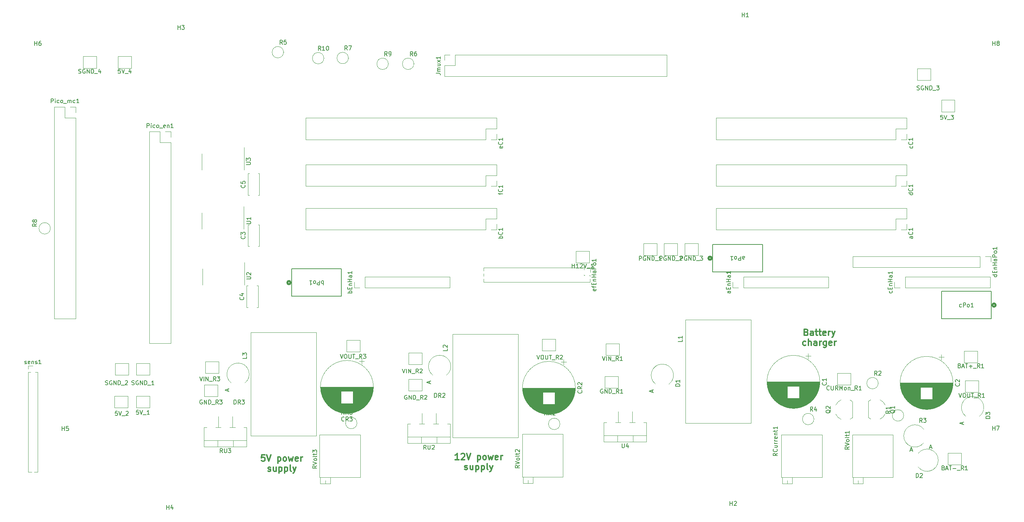
<source format=gbr>
%TF.GenerationSoftware,KiCad,Pcbnew,6.0.11*%
%TF.CreationDate,2024-12-15T19:30:31+01:00*%
%TF.ProjectId,stk-8500-MB,73746b2d-3835-4303-902d-4d422e6b6963,rev?*%
%TF.SameCoordinates,Original*%
%TF.FileFunction,Legend,Top*%
%TF.FilePolarity,Positive*%
%FSLAX46Y46*%
G04 Gerber Fmt 4.6, Leading zero omitted, Abs format (unit mm)*
G04 Created by KiCad (PCBNEW 6.0.11) date 2024-12-15 19:30:31*
%MOMM*%
%LPD*%
G01*
G04 APERTURE LIST*
%ADD10C,0.300000*%
%ADD11C,0.150000*%
%ADD12C,0.120000*%
%ADD13C,0.152400*%
%ADD14C,0.508000*%
G04 APERTURE END LIST*
D10*
X84714857Y-152371071D02*
X84000571Y-152371071D01*
X83929142Y-153085357D01*
X84000571Y-153013928D01*
X84143428Y-152942500D01*
X84500571Y-152942500D01*
X84643428Y-153013928D01*
X84714857Y-153085357D01*
X84786285Y-153228214D01*
X84786285Y-153585357D01*
X84714857Y-153728214D01*
X84643428Y-153799642D01*
X84500571Y-153871071D01*
X84143428Y-153871071D01*
X84000571Y-153799642D01*
X83929142Y-153728214D01*
X85214857Y-152371071D02*
X85714857Y-153871071D01*
X86214857Y-152371071D01*
X87857714Y-152871071D02*
X87857714Y-154371071D01*
X87857714Y-152942500D02*
X88000571Y-152871071D01*
X88286285Y-152871071D01*
X88429142Y-152942500D01*
X88500571Y-153013928D01*
X88572000Y-153156785D01*
X88572000Y-153585357D01*
X88500571Y-153728214D01*
X88429142Y-153799642D01*
X88286285Y-153871071D01*
X88000571Y-153871071D01*
X87857714Y-153799642D01*
X89429142Y-153871071D02*
X89286285Y-153799642D01*
X89214857Y-153728214D01*
X89143428Y-153585357D01*
X89143428Y-153156785D01*
X89214857Y-153013928D01*
X89286285Y-152942500D01*
X89429142Y-152871071D01*
X89643428Y-152871071D01*
X89786285Y-152942500D01*
X89857714Y-153013928D01*
X89929142Y-153156785D01*
X89929142Y-153585357D01*
X89857714Y-153728214D01*
X89786285Y-153799642D01*
X89643428Y-153871071D01*
X89429142Y-153871071D01*
X90429142Y-152871071D02*
X90714857Y-153871071D01*
X91000571Y-153156785D01*
X91286285Y-153871071D01*
X91572000Y-152871071D01*
X92714857Y-153799642D02*
X92572000Y-153871071D01*
X92286285Y-153871071D01*
X92143428Y-153799642D01*
X92072000Y-153656785D01*
X92072000Y-153085357D01*
X92143428Y-152942500D01*
X92286285Y-152871071D01*
X92572000Y-152871071D01*
X92714857Y-152942500D01*
X92786285Y-153085357D01*
X92786285Y-153228214D01*
X92072000Y-153371071D01*
X93429142Y-153871071D02*
X93429142Y-152871071D01*
X93429142Y-153156785D02*
X93500571Y-153013928D01*
X93572000Y-152942500D01*
X93714857Y-152871071D01*
X93857714Y-152871071D01*
X85500571Y-156214642D02*
X85643428Y-156286071D01*
X85929142Y-156286071D01*
X86072000Y-156214642D01*
X86143428Y-156071785D01*
X86143428Y-156000357D01*
X86072000Y-155857500D01*
X85929142Y-155786071D01*
X85714857Y-155786071D01*
X85572000Y-155714642D01*
X85500571Y-155571785D01*
X85500571Y-155500357D01*
X85572000Y-155357500D01*
X85714857Y-155286071D01*
X85929142Y-155286071D01*
X86072000Y-155357500D01*
X87429142Y-155286071D02*
X87429142Y-156286071D01*
X86786285Y-155286071D02*
X86786285Y-156071785D01*
X86857714Y-156214642D01*
X87000571Y-156286071D01*
X87214857Y-156286071D01*
X87357714Y-156214642D01*
X87429142Y-156143214D01*
X88143428Y-155286071D02*
X88143428Y-156786071D01*
X88143428Y-155357500D02*
X88286285Y-155286071D01*
X88572000Y-155286071D01*
X88714857Y-155357500D01*
X88786285Y-155428928D01*
X88857714Y-155571785D01*
X88857714Y-156000357D01*
X88786285Y-156143214D01*
X88714857Y-156214642D01*
X88572000Y-156286071D01*
X88286285Y-156286071D01*
X88143428Y-156214642D01*
X89500571Y-155286071D02*
X89500571Y-156786071D01*
X89500571Y-155357500D02*
X89643428Y-155286071D01*
X89929142Y-155286071D01*
X90072000Y-155357500D01*
X90143428Y-155428928D01*
X90214857Y-155571785D01*
X90214857Y-156000357D01*
X90143428Y-156143214D01*
X90072000Y-156214642D01*
X89929142Y-156286071D01*
X89643428Y-156286071D01*
X89500571Y-156214642D01*
X91072000Y-156286071D02*
X90929142Y-156214642D01*
X90857714Y-156071785D01*
X90857714Y-154786071D01*
X91500571Y-155286071D02*
X91857714Y-156286071D01*
X92214857Y-155286071D02*
X91857714Y-156286071D01*
X91714857Y-156643214D01*
X91643428Y-156714642D01*
X91500571Y-156786071D01*
X214902857Y-122809357D02*
X215117142Y-122880785D01*
X215188571Y-122952214D01*
X215260000Y-123095071D01*
X215260000Y-123309357D01*
X215188571Y-123452214D01*
X215117142Y-123523642D01*
X214974285Y-123595071D01*
X214402857Y-123595071D01*
X214402857Y-122095071D01*
X214902857Y-122095071D01*
X215045714Y-122166500D01*
X215117142Y-122237928D01*
X215188571Y-122380785D01*
X215188571Y-122523642D01*
X215117142Y-122666500D01*
X215045714Y-122737928D01*
X214902857Y-122809357D01*
X214402857Y-122809357D01*
X216545714Y-123595071D02*
X216545714Y-122809357D01*
X216474285Y-122666500D01*
X216331428Y-122595071D01*
X216045714Y-122595071D01*
X215902857Y-122666500D01*
X216545714Y-123523642D02*
X216402857Y-123595071D01*
X216045714Y-123595071D01*
X215902857Y-123523642D01*
X215831428Y-123380785D01*
X215831428Y-123237928D01*
X215902857Y-123095071D01*
X216045714Y-123023642D01*
X216402857Y-123023642D01*
X216545714Y-122952214D01*
X217045714Y-122595071D02*
X217617142Y-122595071D01*
X217260000Y-122095071D02*
X217260000Y-123380785D01*
X217331428Y-123523642D01*
X217474285Y-123595071D01*
X217617142Y-123595071D01*
X217902857Y-122595071D02*
X218474285Y-122595071D01*
X218117142Y-122095071D02*
X218117142Y-123380785D01*
X218188571Y-123523642D01*
X218331428Y-123595071D01*
X218474285Y-123595071D01*
X219545714Y-123523642D02*
X219402857Y-123595071D01*
X219117142Y-123595071D01*
X218974285Y-123523642D01*
X218902857Y-123380785D01*
X218902857Y-122809357D01*
X218974285Y-122666500D01*
X219117142Y-122595071D01*
X219402857Y-122595071D01*
X219545714Y-122666500D01*
X219617142Y-122809357D01*
X219617142Y-122952214D01*
X218902857Y-123095071D01*
X220260000Y-123595071D02*
X220260000Y-122595071D01*
X220260000Y-122880785D02*
X220331428Y-122737928D01*
X220402857Y-122666500D01*
X220545714Y-122595071D01*
X220688571Y-122595071D01*
X221045714Y-122595071D02*
X221402857Y-123595071D01*
X221760000Y-122595071D02*
X221402857Y-123595071D01*
X221260000Y-123952214D01*
X221188571Y-124023642D01*
X221045714Y-124095071D01*
X214760000Y-125938642D02*
X214617142Y-126010071D01*
X214331428Y-126010071D01*
X214188571Y-125938642D01*
X214117142Y-125867214D01*
X214045714Y-125724357D01*
X214045714Y-125295785D01*
X214117142Y-125152928D01*
X214188571Y-125081500D01*
X214331428Y-125010071D01*
X214617142Y-125010071D01*
X214760000Y-125081500D01*
X215402857Y-126010071D02*
X215402857Y-124510071D01*
X216045714Y-126010071D02*
X216045714Y-125224357D01*
X215974285Y-125081500D01*
X215831428Y-125010071D01*
X215617142Y-125010071D01*
X215474285Y-125081500D01*
X215402857Y-125152928D01*
X217402857Y-126010071D02*
X217402857Y-125224357D01*
X217331428Y-125081500D01*
X217188571Y-125010071D01*
X216902857Y-125010071D01*
X216760000Y-125081500D01*
X217402857Y-125938642D02*
X217260000Y-126010071D01*
X216902857Y-126010071D01*
X216760000Y-125938642D01*
X216688571Y-125795785D01*
X216688571Y-125652928D01*
X216760000Y-125510071D01*
X216902857Y-125438642D01*
X217260000Y-125438642D01*
X217402857Y-125367214D01*
X218117142Y-126010071D02*
X218117142Y-125010071D01*
X218117142Y-125295785D02*
X218188571Y-125152928D01*
X218260000Y-125081500D01*
X218402857Y-125010071D01*
X218545714Y-125010071D01*
X219688571Y-125010071D02*
X219688571Y-126224357D01*
X219617142Y-126367214D01*
X219545714Y-126438642D01*
X219402857Y-126510071D01*
X219188571Y-126510071D01*
X219045714Y-126438642D01*
X219688571Y-125938642D02*
X219545714Y-126010071D01*
X219260000Y-126010071D01*
X219117142Y-125938642D01*
X219045714Y-125867214D01*
X218974285Y-125724357D01*
X218974285Y-125295785D01*
X219045714Y-125152928D01*
X219117142Y-125081500D01*
X219260000Y-125010071D01*
X219545714Y-125010071D01*
X219688571Y-125081500D01*
X220974285Y-125938642D02*
X220831428Y-126010071D01*
X220545714Y-126010071D01*
X220402857Y-125938642D01*
X220331428Y-125795785D01*
X220331428Y-125224357D01*
X220402857Y-125081500D01*
X220545714Y-125010071D01*
X220831428Y-125010071D01*
X220974285Y-125081500D01*
X221045714Y-125224357D01*
X221045714Y-125367214D01*
X220331428Y-125510071D01*
X221688571Y-126010071D02*
X221688571Y-125010071D01*
X221688571Y-125295785D02*
X221760000Y-125152928D01*
X221831428Y-125081500D01*
X221974285Y-125010071D01*
X222117142Y-125010071D01*
X131374000Y-153517071D02*
X130516857Y-153517071D01*
X130945428Y-153517071D02*
X130945428Y-152017071D01*
X130802571Y-152231357D01*
X130659714Y-152374214D01*
X130516857Y-152445642D01*
X131945428Y-152159928D02*
X132016857Y-152088500D01*
X132159714Y-152017071D01*
X132516857Y-152017071D01*
X132659714Y-152088500D01*
X132731142Y-152159928D01*
X132802571Y-152302785D01*
X132802571Y-152445642D01*
X132731142Y-152659928D01*
X131874000Y-153517071D01*
X132802571Y-153517071D01*
X133231142Y-152017071D02*
X133731142Y-153517071D01*
X134231142Y-152017071D01*
X135874000Y-152517071D02*
X135874000Y-154017071D01*
X135874000Y-152588500D02*
X136016857Y-152517071D01*
X136302571Y-152517071D01*
X136445428Y-152588500D01*
X136516857Y-152659928D01*
X136588285Y-152802785D01*
X136588285Y-153231357D01*
X136516857Y-153374214D01*
X136445428Y-153445642D01*
X136302571Y-153517071D01*
X136016857Y-153517071D01*
X135874000Y-153445642D01*
X137445428Y-153517071D02*
X137302571Y-153445642D01*
X137231142Y-153374214D01*
X137159714Y-153231357D01*
X137159714Y-152802785D01*
X137231142Y-152659928D01*
X137302571Y-152588500D01*
X137445428Y-152517071D01*
X137659714Y-152517071D01*
X137802571Y-152588500D01*
X137874000Y-152659928D01*
X137945428Y-152802785D01*
X137945428Y-153231357D01*
X137874000Y-153374214D01*
X137802571Y-153445642D01*
X137659714Y-153517071D01*
X137445428Y-153517071D01*
X138445428Y-152517071D02*
X138731142Y-153517071D01*
X139016857Y-152802785D01*
X139302571Y-153517071D01*
X139588285Y-152517071D01*
X140731142Y-153445642D02*
X140588285Y-153517071D01*
X140302571Y-153517071D01*
X140159714Y-153445642D01*
X140088285Y-153302785D01*
X140088285Y-152731357D01*
X140159714Y-152588500D01*
X140302571Y-152517071D01*
X140588285Y-152517071D01*
X140731142Y-152588500D01*
X140802571Y-152731357D01*
X140802571Y-152874214D01*
X140088285Y-153017071D01*
X141445428Y-153517071D02*
X141445428Y-152517071D01*
X141445428Y-152802785D02*
X141516857Y-152659928D01*
X141588285Y-152588500D01*
X141731142Y-152517071D01*
X141874000Y-152517071D01*
X132802571Y-155860642D02*
X132945428Y-155932071D01*
X133231142Y-155932071D01*
X133374000Y-155860642D01*
X133445428Y-155717785D01*
X133445428Y-155646357D01*
X133374000Y-155503500D01*
X133231142Y-155432071D01*
X133016857Y-155432071D01*
X132874000Y-155360642D01*
X132802571Y-155217785D01*
X132802571Y-155146357D01*
X132874000Y-155003500D01*
X133016857Y-154932071D01*
X133231142Y-154932071D01*
X133374000Y-155003500D01*
X134731142Y-154932071D02*
X134731142Y-155932071D01*
X134088285Y-154932071D02*
X134088285Y-155717785D01*
X134159714Y-155860642D01*
X134302571Y-155932071D01*
X134516857Y-155932071D01*
X134659714Y-155860642D01*
X134731142Y-155789214D01*
X135445428Y-154932071D02*
X135445428Y-156432071D01*
X135445428Y-155003500D02*
X135588285Y-154932071D01*
X135874000Y-154932071D01*
X136016857Y-155003500D01*
X136088285Y-155074928D01*
X136159714Y-155217785D01*
X136159714Y-155646357D01*
X136088285Y-155789214D01*
X136016857Y-155860642D01*
X135874000Y-155932071D01*
X135588285Y-155932071D01*
X135445428Y-155860642D01*
X136802571Y-154932071D02*
X136802571Y-156432071D01*
X136802571Y-155003500D02*
X136945428Y-154932071D01*
X137231142Y-154932071D01*
X137374000Y-155003500D01*
X137445428Y-155074928D01*
X137516857Y-155217785D01*
X137516857Y-155646357D01*
X137445428Y-155789214D01*
X137374000Y-155860642D01*
X137231142Y-155932071D01*
X136945428Y-155932071D01*
X136802571Y-155860642D01*
X138374000Y-155932071D02*
X138231142Y-155860642D01*
X138159714Y-155717785D01*
X138159714Y-154432071D01*
X138802571Y-154932071D02*
X139159714Y-155932071D01*
X139516857Y-154932071D02*
X139159714Y-155932071D01*
X139016857Y-156289214D01*
X138945428Y-156360642D01*
X138802571Y-156432071D01*
D11*
%TO.C,sens1*%
X27023809Y-130409761D02*
X27119047Y-130457380D01*
X27309523Y-130457380D01*
X27404761Y-130409761D01*
X27452380Y-130314523D01*
X27452380Y-130266904D01*
X27404761Y-130171666D01*
X27309523Y-130124047D01*
X27166666Y-130124047D01*
X27071428Y-130076428D01*
X27023809Y-129981190D01*
X27023809Y-129933571D01*
X27071428Y-129838333D01*
X27166666Y-129790714D01*
X27309523Y-129790714D01*
X27404761Y-129838333D01*
X28261904Y-130409761D02*
X28166666Y-130457380D01*
X27976190Y-130457380D01*
X27880952Y-130409761D01*
X27833333Y-130314523D01*
X27833333Y-129933571D01*
X27880952Y-129838333D01*
X27976190Y-129790714D01*
X28166666Y-129790714D01*
X28261904Y-129838333D01*
X28309523Y-129933571D01*
X28309523Y-130028809D01*
X27833333Y-130124047D01*
X28738095Y-129790714D02*
X28738095Y-130457380D01*
X28738095Y-129885952D02*
X28785714Y-129838333D01*
X28880952Y-129790714D01*
X29023809Y-129790714D01*
X29119047Y-129838333D01*
X29166666Y-129933571D01*
X29166666Y-130457380D01*
X29595238Y-130409761D02*
X29690476Y-130457380D01*
X29880952Y-130457380D01*
X29976190Y-130409761D01*
X30023809Y-130314523D01*
X30023809Y-130266904D01*
X29976190Y-130171666D01*
X29880952Y-130124047D01*
X29738095Y-130124047D01*
X29642857Y-130076428D01*
X29595238Y-129981190D01*
X29595238Y-129933571D01*
X29642857Y-129838333D01*
X29738095Y-129790714D01*
X29880952Y-129790714D01*
X29976190Y-129838333D01*
X30976190Y-130457380D02*
X30404761Y-130457380D01*
X30690476Y-130457380D02*
X30690476Y-129457380D01*
X30595238Y-129600238D01*
X30500000Y-129695476D01*
X30404761Y-129743095D01*
%TO.C,5V_1*%
X54402380Y-141610380D02*
X53926190Y-141610380D01*
X53878571Y-142086571D01*
X53926190Y-142038952D01*
X54021428Y-141991333D01*
X54259523Y-141991333D01*
X54354761Y-142038952D01*
X54402380Y-142086571D01*
X54450000Y-142181809D01*
X54450000Y-142419904D01*
X54402380Y-142515142D01*
X54354761Y-142562761D01*
X54259523Y-142610380D01*
X54021428Y-142610380D01*
X53926190Y-142562761D01*
X53878571Y-142515142D01*
X54735714Y-141610380D02*
X55069047Y-142610380D01*
X55402380Y-141610380D01*
X55497619Y-142705619D02*
X56259523Y-142705619D01*
X57021428Y-142610380D02*
X56450000Y-142610380D01*
X56735714Y-142610380D02*
X56735714Y-141610380D01*
X56640476Y-141753238D01*
X56545238Y-141848476D01*
X56450000Y-141896095D01*
%TO.C,D1*%
X184454380Y-135832095D02*
X183454380Y-135832095D01*
X183454380Y-135594000D01*
X183502000Y-135451142D01*
X183597238Y-135355904D01*
X183692476Y-135308285D01*
X183882952Y-135260666D01*
X184025809Y-135260666D01*
X184216285Y-135308285D01*
X184311523Y-135355904D01*
X184406761Y-135451142D01*
X184454380Y-135594000D01*
X184454380Y-135832095D01*
X184454380Y-134308285D02*
X184454380Y-134879714D01*
X184454380Y-134594000D02*
X183454380Y-134594000D01*
X183597238Y-134689238D01*
X183692476Y-134784476D01*
X183740095Y-134879714D01*
X177848666Y-137237095D02*
X177848666Y-136760904D01*
X178134380Y-137332333D02*
X177134380Y-136999000D01*
X178134380Y-136665666D01*
%TO.C,R2*%
X231902333Y-133184380D02*
X231569000Y-132708190D01*
X231330904Y-133184380D02*
X231330904Y-132184380D01*
X231711857Y-132184380D01*
X231807095Y-132232000D01*
X231854714Y-132279619D01*
X231902333Y-132374857D01*
X231902333Y-132517714D01*
X231854714Y-132612952D01*
X231807095Y-132660571D01*
X231711857Y-132708190D01*
X231330904Y-132708190D01*
X232283285Y-132279619D02*
X232330904Y-132232000D01*
X232426142Y-132184380D01*
X232664238Y-132184380D01*
X232759476Y-132232000D01*
X232807095Y-132279619D01*
X232854714Y-132374857D01*
X232854714Y-132470095D01*
X232807095Y-132612952D01*
X232235666Y-133184380D01*
X232854714Y-133184380D01*
%TO.C,Pico_mc1*%
X33366666Y-67632380D02*
X33366666Y-66632380D01*
X33747619Y-66632380D01*
X33842857Y-66680000D01*
X33890476Y-66727619D01*
X33938095Y-66822857D01*
X33938095Y-66965714D01*
X33890476Y-67060952D01*
X33842857Y-67108571D01*
X33747619Y-67156190D01*
X33366666Y-67156190D01*
X34366666Y-67632380D02*
X34366666Y-66965714D01*
X34366666Y-66632380D02*
X34319047Y-66680000D01*
X34366666Y-66727619D01*
X34414285Y-66680000D01*
X34366666Y-66632380D01*
X34366666Y-66727619D01*
X35271428Y-67584761D02*
X35176190Y-67632380D01*
X34985714Y-67632380D01*
X34890476Y-67584761D01*
X34842857Y-67537142D01*
X34795238Y-67441904D01*
X34795238Y-67156190D01*
X34842857Y-67060952D01*
X34890476Y-67013333D01*
X34985714Y-66965714D01*
X35176190Y-66965714D01*
X35271428Y-67013333D01*
X35842857Y-67632380D02*
X35747619Y-67584761D01*
X35700000Y-67537142D01*
X35652380Y-67441904D01*
X35652380Y-67156190D01*
X35700000Y-67060952D01*
X35747619Y-67013333D01*
X35842857Y-66965714D01*
X35985714Y-66965714D01*
X36080952Y-67013333D01*
X36128571Y-67060952D01*
X36176190Y-67156190D01*
X36176190Y-67441904D01*
X36128571Y-67537142D01*
X36080952Y-67584761D01*
X35985714Y-67632380D01*
X35842857Y-67632380D01*
X36366666Y-67727619D02*
X37128571Y-67727619D01*
X37366666Y-67632380D02*
X37366666Y-66965714D01*
X37366666Y-67060952D02*
X37414285Y-67013333D01*
X37509523Y-66965714D01*
X37652380Y-66965714D01*
X37747619Y-67013333D01*
X37795238Y-67108571D01*
X37795238Y-67632380D01*
X37795238Y-67108571D02*
X37842857Y-67013333D01*
X37938095Y-66965714D01*
X38080952Y-66965714D01*
X38176190Y-67013333D01*
X38223809Y-67108571D01*
X38223809Y-67632380D01*
X39128571Y-67584761D02*
X39033333Y-67632380D01*
X38842857Y-67632380D01*
X38747619Y-67584761D01*
X38700000Y-67537142D01*
X38652380Y-67441904D01*
X38652380Y-67156190D01*
X38700000Y-67060952D01*
X38747619Y-67013333D01*
X38842857Y-66965714D01*
X39033333Y-66965714D01*
X39128571Y-67013333D01*
X40080952Y-67632380D02*
X39509523Y-67632380D01*
X39795238Y-67632380D02*
X39795238Y-66632380D01*
X39700000Y-66775238D01*
X39604761Y-66870476D01*
X39509523Y-66918095D01*
%TO.C,D3*%
X259032380Y-143598095D02*
X258032380Y-143598095D01*
X258032380Y-143360000D01*
X258080000Y-143217142D01*
X258175238Y-143121904D01*
X258270476Y-143074285D01*
X258460952Y-143026666D01*
X258603809Y-143026666D01*
X258794285Y-143074285D01*
X258889523Y-143121904D01*
X258984761Y-143217142D01*
X259032380Y-143360000D01*
X259032380Y-143598095D01*
X258032380Y-142693333D02*
X258032380Y-142074285D01*
X258413333Y-142407619D01*
X258413333Y-142264761D01*
X258460952Y-142169523D01*
X258508571Y-142121904D01*
X258603809Y-142074285D01*
X258841904Y-142074285D01*
X258937142Y-142121904D01*
X258984761Y-142169523D01*
X259032380Y-142264761D01*
X259032380Y-142550476D01*
X258984761Y-142645714D01*
X258937142Y-142693333D01*
X252426666Y-145003095D02*
X252426666Y-144526904D01*
X252712380Y-145098333D02*
X251712380Y-144765000D01*
X252712380Y-144431666D01*
%TO.C,L1*%
X185052380Y-124600666D02*
X185052380Y-125076857D01*
X184052380Y-125076857D01*
X185052380Y-123743523D02*
X185052380Y-124314952D01*
X185052380Y-124029238D02*
X184052380Y-124029238D01*
X184195238Y-124124476D01*
X184290476Y-124219714D01*
X184338095Y-124314952D01*
%TO.C,Pico_en1*%
X56430952Y-73592380D02*
X56430952Y-72592380D01*
X56811904Y-72592380D01*
X56907142Y-72640000D01*
X56954761Y-72687619D01*
X57002380Y-72782857D01*
X57002380Y-72925714D01*
X56954761Y-73020952D01*
X56907142Y-73068571D01*
X56811904Y-73116190D01*
X56430952Y-73116190D01*
X57430952Y-73592380D02*
X57430952Y-72925714D01*
X57430952Y-72592380D02*
X57383333Y-72640000D01*
X57430952Y-72687619D01*
X57478571Y-72640000D01*
X57430952Y-72592380D01*
X57430952Y-72687619D01*
X58335714Y-73544761D02*
X58240476Y-73592380D01*
X58050000Y-73592380D01*
X57954761Y-73544761D01*
X57907142Y-73497142D01*
X57859523Y-73401904D01*
X57859523Y-73116190D01*
X57907142Y-73020952D01*
X57954761Y-72973333D01*
X58050000Y-72925714D01*
X58240476Y-72925714D01*
X58335714Y-72973333D01*
X58907142Y-73592380D02*
X58811904Y-73544761D01*
X58764285Y-73497142D01*
X58716666Y-73401904D01*
X58716666Y-73116190D01*
X58764285Y-73020952D01*
X58811904Y-72973333D01*
X58907142Y-72925714D01*
X59050000Y-72925714D01*
X59145238Y-72973333D01*
X59192857Y-73020952D01*
X59240476Y-73116190D01*
X59240476Y-73401904D01*
X59192857Y-73497142D01*
X59145238Y-73544761D01*
X59050000Y-73592380D01*
X58907142Y-73592380D01*
X59430952Y-73687619D02*
X60192857Y-73687619D01*
X60811904Y-73544761D02*
X60716666Y-73592380D01*
X60526190Y-73592380D01*
X60430952Y-73544761D01*
X60383333Y-73449523D01*
X60383333Y-73068571D01*
X60430952Y-72973333D01*
X60526190Y-72925714D01*
X60716666Y-72925714D01*
X60811904Y-72973333D01*
X60859523Y-73068571D01*
X60859523Y-73163809D01*
X60383333Y-73259047D01*
X61288095Y-72925714D02*
X61288095Y-73592380D01*
X61288095Y-73020952D02*
X61335714Y-72973333D01*
X61430952Y-72925714D01*
X61573809Y-72925714D01*
X61669047Y-72973333D01*
X61716666Y-73068571D01*
X61716666Y-73592380D01*
X62716666Y-73592380D02*
X62145238Y-73592380D01*
X62430952Y-73592380D02*
X62430952Y-72592380D01*
X62335714Y-72735238D01*
X62240476Y-72830476D01*
X62145238Y-72878095D01*
%TO.C,SGND_3*%
X241509333Y-64466761D02*
X241652190Y-64514380D01*
X241890285Y-64514380D01*
X241985523Y-64466761D01*
X242033142Y-64419142D01*
X242080761Y-64323904D01*
X242080761Y-64228666D01*
X242033142Y-64133428D01*
X241985523Y-64085809D01*
X241890285Y-64038190D01*
X241699809Y-63990571D01*
X241604571Y-63942952D01*
X241556952Y-63895333D01*
X241509333Y-63800095D01*
X241509333Y-63704857D01*
X241556952Y-63609619D01*
X241604571Y-63562000D01*
X241699809Y-63514380D01*
X241937904Y-63514380D01*
X242080761Y-63562000D01*
X243033142Y-63562000D02*
X242937904Y-63514380D01*
X242795047Y-63514380D01*
X242652190Y-63562000D01*
X242556952Y-63657238D01*
X242509333Y-63752476D01*
X242461714Y-63942952D01*
X242461714Y-64085809D01*
X242509333Y-64276285D01*
X242556952Y-64371523D01*
X242652190Y-64466761D01*
X242795047Y-64514380D01*
X242890285Y-64514380D01*
X243033142Y-64466761D01*
X243080761Y-64419142D01*
X243080761Y-64085809D01*
X242890285Y-64085809D01*
X243509333Y-64514380D02*
X243509333Y-63514380D01*
X244080761Y-64514380D01*
X244080761Y-63514380D01*
X244556952Y-64514380D02*
X244556952Y-63514380D01*
X244795047Y-63514380D01*
X244937904Y-63562000D01*
X245033142Y-63657238D01*
X245080761Y-63752476D01*
X245128380Y-63942952D01*
X245128380Y-64085809D01*
X245080761Y-64276285D01*
X245033142Y-64371523D01*
X244937904Y-64466761D01*
X244795047Y-64514380D01*
X244556952Y-64514380D01*
X245318857Y-64609619D02*
X246080761Y-64609619D01*
X246223619Y-63514380D02*
X246842666Y-63514380D01*
X246509333Y-63895333D01*
X246652190Y-63895333D01*
X246747428Y-63942952D01*
X246795047Y-63990571D01*
X246842666Y-64085809D01*
X246842666Y-64323904D01*
X246795047Y-64419142D01*
X246747428Y-64466761D01*
X246652190Y-64514380D01*
X246366476Y-64514380D01*
X246271238Y-64466761D01*
X246223619Y-64419142D01*
%TO.C,VIN_R2*%
X117796619Y-131654380D02*
X118129952Y-132654380D01*
X118463285Y-131654380D01*
X118796619Y-132654380D02*
X118796619Y-131654380D01*
X119272809Y-132654380D02*
X119272809Y-131654380D01*
X119844238Y-132654380D01*
X119844238Y-131654380D01*
X120082333Y-132749619D02*
X120844238Y-132749619D01*
X121653761Y-132654380D02*
X121320428Y-132178190D01*
X121082333Y-132654380D02*
X121082333Y-131654380D01*
X121463285Y-131654380D01*
X121558523Y-131702000D01*
X121606142Y-131749619D01*
X121653761Y-131844857D01*
X121653761Y-131987714D01*
X121606142Y-132082952D01*
X121558523Y-132130571D01*
X121463285Y-132178190D01*
X121082333Y-132178190D01*
X122034714Y-131749619D02*
X122082333Y-131702000D01*
X122177571Y-131654380D01*
X122415666Y-131654380D01*
X122510904Y-131702000D01*
X122558523Y-131749619D01*
X122606142Y-131844857D01*
X122606142Y-131940095D01*
X122558523Y-132082952D01*
X121987095Y-132654380D01*
X122606142Y-132654380D01*
%TO.C,VIN_R1*%
X165891619Y-128626380D02*
X166224952Y-129626380D01*
X166558285Y-128626380D01*
X166891619Y-129626380D02*
X166891619Y-128626380D01*
X167367809Y-129626380D02*
X167367809Y-128626380D01*
X167939238Y-129626380D01*
X167939238Y-128626380D01*
X168177333Y-129721619D02*
X168939238Y-129721619D01*
X169748761Y-129626380D02*
X169415428Y-129150190D01*
X169177333Y-129626380D02*
X169177333Y-128626380D01*
X169558285Y-128626380D01*
X169653523Y-128674000D01*
X169701142Y-128721619D01*
X169748761Y-128816857D01*
X169748761Y-128959714D01*
X169701142Y-129054952D01*
X169653523Y-129102571D01*
X169558285Y-129150190D01*
X169177333Y-129150190D01*
X170701142Y-129626380D02*
X170129714Y-129626380D01*
X170415428Y-129626380D02*
X170415428Y-128626380D01*
X170320190Y-128769238D01*
X170224952Y-128864476D01*
X170129714Y-128912095D01*
%TO.C,DR2*%
X125521904Y-138505380D02*
X125521904Y-137505380D01*
X125760000Y-137505380D01*
X125902857Y-137553000D01*
X125998095Y-137648238D01*
X126045714Y-137743476D01*
X126093333Y-137933952D01*
X126093333Y-138076809D01*
X126045714Y-138267285D01*
X125998095Y-138362523D01*
X125902857Y-138457761D01*
X125760000Y-138505380D01*
X125521904Y-138505380D01*
X127093333Y-138505380D02*
X126760000Y-138029190D01*
X126521904Y-138505380D02*
X126521904Y-137505380D01*
X126902857Y-137505380D01*
X126998095Y-137553000D01*
X127045714Y-137600619D01*
X127093333Y-137695857D01*
X127093333Y-137838714D01*
X127045714Y-137933952D01*
X126998095Y-137981571D01*
X126902857Y-138029190D01*
X126521904Y-138029190D01*
X127474285Y-137600619D02*
X127521904Y-137553000D01*
X127617142Y-137505380D01*
X127855238Y-137505380D01*
X127950476Y-137553000D01*
X127998095Y-137600619D01*
X128045714Y-137695857D01*
X128045714Y-137791095D01*
X127998095Y-137933952D01*
X127426666Y-138505380D01*
X128045714Y-138505380D01*
X124326666Y-135108095D02*
X124326666Y-134631904D01*
X124612380Y-135203333D02*
X123612380Y-134870000D01*
X124612380Y-134536666D01*
%TO.C,bPo1*%
X98802857Y-110447619D02*
X98802857Y-111447619D01*
X98802857Y-111066666D02*
X98707619Y-111114285D01*
X98517142Y-111114285D01*
X98421904Y-111066666D01*
X98374285Y-111019047D01*
X98326666Y-110923809D01*
X98326666Y-110638095D01*
X98374285Y-110542857D01*
X98421904Y-110495238D01*
X98517142Y-110447619D01*
X98707619Y-110447619D01*
X98802857Y-110495238D01*
X97898095Y-110447619D02*
X97898095Y-111447619D01*
X97517142Y-111447619D01*
X97421904Y-111400000D01*
X97374285Y-111352380D01*
X97326666Y-111257142D01*
X97326666Y-111114285D01*
X97374285Y-111019047D01*
X97421904Y-110971428D01*
X97517142Y-110923809D01*
X97898095Y-110923809D01*
X96755238Y-110447619D02*
X96850476Y-110495238D01*
X96898095Y-110542857D01*
X96945714Y-110638095D01*
X96945714Y-110923809D01*
X96898095Y-111019047D01*
X96850476Y-111066666D01*
X96755238Y-111114285D01*
X96612380Y-111114285D01*
X96517142Y-111066666D01*
X96469523Y-111019047D01*
X96421904Y-110923809D01*
X96421904Y-110638095D01*
X96469523Y-110542857D01*
X96517142Y-110495238D01*
X96612380Y-110447619D01*
X96755238Y-110447619D01*
X95469523Y-110447619D02*
X96040952Y-110447619D01*
X95755238Y-110447619D02*
X95755238Y-111447619D01*
X95850476Y-111304761D01*
X95945714Y-111209523D01*
X96040952Y-111161904D01*
%TO.C,U1*%
X80352380Y-96741904D02*
X81161904Y-96741904D01*
X81257142Y-96694285D01*
X81304761Y-96646666D01*
X81352380Y-96551428D01*
X81352380Y-96360952D01*
X81304761Y-96265714D01*
X81257142Y-96218095D01*
X81161904Y-96170476D01*
X80352380Y-96170476D01*
X81352380Y-95170476D02*
X81352380Y-95741904D01*
X81352380Y-95456190D02*
X80352380Y-95456190D01*
X80495238Y-95551428D01*
X80590476Y-95646666D01*
X80638095Y-95741904D01*
%TO.C,RR3*%
X103805333Y-142610380D02*
X103472000Y-142134190D01*
X103233904Y-142610380D02*
X103233904Y-141610380D01*
X103614857Y-141610380D01*
X103710095Y-141658000D01*
X103757714Y-141705619D01*
X103805333Y-141800857D01*
X103805333Y-141943714D01*
X103757714Y-142038952D01*
X103710095Y-142086571D01*
X103614857Y-142134190D01*
X103233904Y-142134190D01*
X104805333Y-142610380D02*
X104472000Y-142134190D01*
X104233904Y-142610380D02*
X104233904Y-141610380D01*
X104614857Y-141610380D01*
X104710095Y-141658000D01*
X104757714Y-141705619D01*
X104805333Y-141800857D01*
X104805333Y-141943714D01*
X104757714Y-142038952D01*
X104710095Y-142086571D01*
X104614857Y-142134190D01*
X104233904Y-142134190D01*
X105138666Y-141610380D02*
X105757714Y-141610380D01*
X105424380Y-141991333D01*
X105567238Y-141991333D01*
X105662476Y-142038952D01*
X105710095Y-142086571D01*
X105757714Y-142181809D01*
X105757714Y-142419904D01*
X105710095Y-142515142D01*
X105662476Y-142562761D01*
X105567238Y-142610380D01*
X105281523Y-142610380D01*
X105186285Y-142562761D01*
X105138666Y-142515142D01*
%TO.C,SGND_2*%
X46433333Y-135450761D02*
X46576190Y-135498380D01*
X46814285Y-135498380D01*
X46909523Y-135450761D01*
X46957142Y-135403142D01*
X47004761Y-135307904D01*
X47004761Y-135212666D01*
X46957142Y-135117428D01*
X46909523Y-135069809D01*
X46814285Y-135022190D01*
X46623809Y-134974571D01*
X46528571Y-134926952D01*
X46480952Y-134879333D01*
X46433333Y-134784095D01*
X46433333Y-134688857D01*
X46480952Y-134593619D01*
X46528571Y-134546000D01*
X46623809Y-134498380D01*
X46861904Y-134498380D01*
X47004761Y-134546000D01*
X47957142Y-134546000D02*
X47861904Y-134498380D01*
X47719047Y-134498380D01*
X47576190Y-134546000D01*
X47480952Y-134641238D01*
X47433333Y-134736476D01*
X47385714Y-134926952D01*
X47385714Y-135069809D01*
X47433333Y-135260285D01*
X47480952Y-135355523D01*
X47576190Y-135450761D01*
X47719047Y-135498380D01*
X47814285Y-135498380D01*
X47957142Y-135450761D01*
X48004761Y-135403142D01*
X48004761Y-135069809D01*
X47814285Y-135069809D01*
X48433333Y-135498380D02*
X48433333Y-134498380D01*
X49004761Y-135498380D01*
X49004761Y-134498380D01*
X49480952Y-135498380D02*
X49480952Y-134498380D01*
X49719047Y-134498380D01*
X49861904Y-134546000D01*
X49957142Y-134641238D01*
X50004761Y-134736476D01*
X50052380Y-134926952D01*
X50052380Y-135069809D01*
X50004761Y-135260285D01*
X49957142Y-135355523D01*
X49861904Y-135450761D01*
X49719047Y-135498380D01*
X49480952Y-135498380D01*
X50242857Y-135593619D02*
X51004761Y-135593619D01*
X51195238Y-134593619D02*
X51242857Y-134546000D01*
X51338095Y-134498380D01*
X51576190Y-134498380D01*
X51671428Y-134546000D01*
X51719047Y-134593619D01*
X51766666Y-134688857D01*
X51766666Y-134784095D01*
X51719047Y-134926952D01*
X51147619Y-135498380D01*
X51766666Y-135498380D01*
%TO.C,H7*%
X259698095Y-146412380D02*
X259698095Y-145412380D01*
X259698095Y-145888571D02*
X260269523Y-145888571D01*
X260269523Y-146412380D02*
X260269523Y-145412380D01*
X260650476Y-145412380D02*
X261317142Y-145412380D01*
X260888571Y-146412380D01*
%TO.C,aPo1*%
X199587685Y-104567619D02*
X199587685Y-105091428D01*
X199635304Y-105186666D01*
X199730542Y-105234285D01*
X199921019Y-105234285D01*
X200016257Y-105186666D01*
X199587685Y-104615238D02*
X199682923Y-104567619D01*
X199921019Y-104567619D01*
X200016257Y-104615238D01*
X200063876Y-104710476D01*
X200063876Y-104805714D01*
X200016257Y-104900952D01*
X199921019Y-104948571D01*
X199682923Y-104948571D01*
X199587685Y-104996190D01*
X199111495Y-104567619D02*
X199111495Y-105567619D01*
X198730542Y-105567619D01*
X198635304Y-105520000D01*
X198587685Y-105472380D01*
X198540066Y-105377142D01*
X198540066Y-105234285D01*
X198587685Y-105139047D01*
X198635304Y-105091428D01*
X198730542Y-105043809D01*
X199111495Y-105043809D01*
X197968638Y-104567619D02*
X198063876Y-104615238D01*
X198111495Y-104662857D01*
X198159114Y-104758095D01*
X198159114Y-105043809D01*
X198111495Y-105139047D01*
X198063876Y-105186666D01*
X197968638Y-105234285D01*
X197825780Y-105234285D01*
X197730542Y-105186666D01*
X197682923Y-105139047D01*
X197635304Y-105043809D01*
X197635304Y-104758095D01*
X197682923Y-104662857D01*
X197730542Y-104615238D01*
X197825780Y-104567619D01*
X197968638Y-104567619D01*
X196682923Y-104567619D02*
X197254352Y-104567619D01*
X196968638Y-104567619D02*
X196968638Y-105567619D01*
X197063876Y-105424761D01*
X197159114Y-105329523D01*
X197254352Y-105281904D01*
%TO.C,BAT-_R1*%
X247845714Y-155488571D02*
X247988571Y-155536190D01*
X248036190Y-155583809D01*
X248083809Y-155679047D01*
X248083809Y-155821904D01*
X248036190Y-155917142D01*
X247988571Y-155964761D01*
X247893333Y-156012380D01*
X247512380Y-156012380D01*
X247512380Y-155012380D01*
X247845714Y-155012380D01*
X247940952Y-155060000D01*
X247988571Y-155107619D01*
X248036190Y-155202857D01*
X248036190Y-155298095D01*
X247988571Y-155393333D01*
X247940952Y-155440952D01*
X247845714Y-155488571D01*
X247512380Y-155488571D01*
X248464761Y-155726666D02*
X248940952Y-155726666D01*
X248369523Y-156012380D02*
X248702857Y-155012380D01*
X249036190Y-156012380D01*
X249226666Y-155012380D02*
X249798095Y-155012380D01*
X249512380Y-156012380D02*
X249512380Y-155012380D01*
X250131428Y-155631428D02*
X250893333Y-155631428D01*
X251131428Y-156107619D02*
X251893333Y-156107619D01*
X252702857Y-156012380D02*
X252369523Y-155536190D01*
X252131428Y-156012380D02*
X252131428Y-155012380D01*
X252512380Y-155012380D01*
X252607619Y-155060000D01*
X252655238Y-155107619D01*
X252702857Y-155202857D01*
X252702857Y-155345714D01*
X252655238Y-155440952D01*
X252607619Y-155488571D01*
X252512380Y-155536190D01*
X252131428Y-155536190D01*
X253655238Y-156012380D02*
X253083809Y-156012380D01*
X253369523Y-156012380D02*
X253369523Y-155012380D01*
X253274285Y-155155238D01*
X253179047Y-155250476D01*
X253083809Y-155298095D01*
%TO.C,eC1*%
X141834761Y-78095714D02*
X141882380Y-78190952D01*
X141882380Y-78381428D01*
X141834761Y-78476666D01*
X141739523Y-78524285D01*
X141358571Y-78524285D01*
X141263333Y-78476666D01*
X141215714Y-78381428D01*
X141215714Y-78190952D01*
X141263333Y-78095714D01*
X141358571Y-78048095D01*
X141453809Y-78048095D01*
X141549047Y-78524285D01*
X141787142Y-77048095D02*
X141834761Y-77095714D01*
X141882380Y-77238571D01*
X141882380Y-77333809D01*
X141834761Y-77476666D01*
X141739523Y-77571904D01*
X141644285Y-77619523D01*
X141453809Y-77667142D01*
X141310952Y-77667142D01*
X141120476Y-77619523D01*
X141025238Y-77571904D01*
X140930000Y-77476666D01*
X140882380Y-77333809D01*
X140882380Y-77238571D01*
X140930000Y-77095714D01*
X140977619Y-77048095D01*
X141882380Y-76095714D02*
X141882380Y-76667142D01*
X141882380Y-76381428D02*
X140882380Y-76381428D01*
X141025238Y-76476666D01*
X141120476Y-76571904D01*
X141168095Y-76667142D01*
%TO.C,cC1*%
X240434761Y-78048095D02*
X240482380Y-78143333D01*
X240482380Y-78333809D01*
X240434761Y-78429047D01*
X240387142Y-78476666D01*
X240291904Y-78524285D01*
X240006190Y-78524285D01*
X239910952Y-78476666D01*
X239863333Y-78429047D01*
X239815714Y-78333809D01*
X239815714Y-78143333D01*
X239863333Y-78048095D01*
X240387142Y-77048095D02*
X240434761Y-77095714D01*
X240482380Y-77238571D01*
X240482380Y-77333809D01*
X240434761Y-77476666D01*
X240339523Y-77571904D01*
X240244285Y-77619523D01*
X240053809Y-77667142D01*
X239910952Y-77667142D01*
X239720476Y-77619523D01*
X239625238Y-77571904D01*
X239530000Y-77476666D01*
X239482380Y-77333809D01*
X239482380Y-77238571D01*
X239530000Y-77095714D01*
X239577619Y-77048095D01*
X240482380Y-76095714D02*
X240482380Y-76667142D01*
X240482380Y-76381428D02*
X239482380Y-76381428D01*
X239625238Y-76476666D01*
X239720476Y-76571904D01*
X239768095Y-76667142D01*
%TO.C,C3*%
X79917142Y-99726666D02*
X79964761Y-99774285D01*
X80012380Y-99917142D01*
X80012380Y-100012380D01*
X79964761Y-100155238D01*
X79869523Y-100250476D01*
X79774285Y-100298095D01*
X79583809Y-100345714D01*
X79440952Y-100345714D01*
X79250476Y-100298095D01*
X79155238Y-100250476D01*
X79060000Y-100155238D01*
X79012380Y-100012380D01*
X79012380Y-99917142D01*
X79060000Y-99774285D01*
X79107619Y-99726666D01*
X79012380Y-99393333D02*
X79012380Y-98774285D01*
X79393333Y-99107619D01*
X79393333Y-98964761D01*
X79440952Y-98869523D01*
X79488571Y-98821904D01*
X79583809Y-98774285D01*
X79821904Y-98774285D01*
X79917142Y-98821904D01*
X79964761Y-98869523D01*
X80012380Y-98964761D01*
X80012380Y-99250476D01*
X79964761Y-99345714D01*
X79917142Y-99393333D01*
%TO.C,D2*%
X241273904Y-157816380D02*
X241273904Y-156816380D01*
X241512000Y-156816380D01*
X241654857Y-156864000D01*
X241750095Y-156959238D01*
X241797714Y-157054476D01*
X241845333Y-157244952D01*
X241845333Y-157387809D01*
X241797714Y-157578285D01*
X241750095Y-157673523D01*
X241654857Y-157768761D01*
X241512000Y-157816380D01*
X241273904Y-157816380D01*
X242226285Y-156911619D02*
X242273904Y-156864000D01*
X242369142Y-156816380D01*
X242607238Y-156816380D01*
X242702476Y-156864000D01*
X242750095Y-156911619D01*
X242797714Y-157006857D01*
X242797714Y-157102095D01*
X242750095Y-157244952D01*
X242178666Y-157816380D01*
X242797714Y-157816380D01*
X239868904Y-151210666D02*
X240345095Y-151210666D01*
X239773666Y-151496380D02*
X240107000Y-150496380D01*
X240440333Y-151496380D01*
%TO.C,C2*%
X251639142Y-135190707D02*
X251686761Y-135238326D01*
X251734380Y-135381183D01*
X251734380Y-135476421D01*
X251686761Y-135619279D01*
X251591523Y-135714517D01*
X251496285Y-135762136D01*
X251305809Y-135809755D01*
X251162952Y-135809755D01*
X250972476Y-135762136D01*
X250877238Y-135714517D01*
X250782000Y-135619279D01*
X250734380Y-135476421D01*
X250734380Y-135381183D01*
X250782000Y-135238326D01*
X250829619Y-135190707D01*
X250829619Y-134809755D02*
X250782000Y-134762136D01*
X250734380Y-134666898D01*
X250734380Y-134428802D01*
X250782000Y-134333564D01*
X250829619Y-134285945D01*
X250924857Y-134238326D01*
X251020095Y-134238326D01*
X251162952Y-134285945D01*
X251734380Y-134857374D01*
X251734380Y-134238326D01*
%TO.C,BAT+_R1*%
X251735714Y-130880571D02*
X251878571Y-130928190D01*
X251926190Y-130975809D01*
X251973809Y-131071047D01*
X251973809Y-131213904D01*
X251926190Y-131309142D01*
X251878571Y-131356761D01*
X251783333Y-131404380D01*
X251402380Y-131404380D01*
X251402380Y-130404380D01*
X251735714Y-130404380D01*
X251830952Y-130452000D01*
X251878571Y-130499619D01*
X251926190Y-130594857D01*
X251926190Y-130690095D01*
X251878571Y-130785333D01*
X251830952Y-130832952D01*
X251735714Y-130880571D01*
X251402380Y-130880571D01*
X252354761Y-131118666D02*
X252830952Y-131118666D01*
X252259523Y-131404380D02*
X252592857Y-130404380D01*
X252926190Y-131404380D01*
X253116666Y-130404380D02*
X253688095Y-130404380D01*
X253402380Y-131404380D02*
X253402380Y-130404380D01*
X254021428Y-131023428D02*
X254783333Y-131023428D01*
X254402380Y-131404380D02*
X254402380Y-130642476D01*
X255021428Y-131499619D02*
X255783333Y-131499619D01*
X256592857Y-131404380D02*
X256259523Y-130928190D01*
X256021428Y-131404380D02*
X256021428Y-130404380D01*
X256402380Y-130404380D01*
X256497619Y-130452000D01*
X256545238Y-130499619D01*
X256592857Y-130594857D01*
X256592857Y-130737714D01*
X256545238Y-130832952D01*
X256497619Y-130880571D01*
X256402380Y-130928190D01*
X256021428Y-130928190D01*
X257545238Y-131404380D02*
X256973809Y-131404380D01*
X257259523Y-131404380D02*
X257259523Y-130404380D01*
X257164285Y-130547238D01*
X257069047Y-130642476D01*
X256973809Y-130690095D01*
%TO.C,R8*%
X29910380Y-96731666D02*
X29434190Y-97065000D01*
X29910380Y-97303095D02*
X28910380Y-97303095D01*
X28910380Y-96922142D01*
X28958000Y-96826904D01*
X29005619Y-96779285D01*
X29100857Y-96731666D01*
X29243714Y-96731666D01*
X29338952Y-96779285D01*
X29386571Y-96826904D01*
X29434190Y-96922142D01*
X29434190Y-97303095D01*
X29338952Y-96160238D02*
X29291333Y-96255476D01*
X29243714Y-96303095D01*
X29148476Y-96350714D01*
X29100857Y-96350714D01*
X29005619Y-96303095D01*
X28958000Y-96255476D01*
X28910380Y-96160238D01*
X28910380Y-95969761D01*
X28958000Y-95874523D01*
X29005619Y-95826904D01*
X29100857Y-95779285D01*
X29148476Y-95779285D01*
X29243714Y-95826904D01*
X29291333Y-95874523D01*
X29338952Y-95969761D01*
X29338952Y-96160238D01*
X29386571Y-96255476D01*
X29434190Y-96303095D01*
X29529428Y-96350714D01*
X29719904Y-96350714D01*
X29815142Y-96303095D01*
X29862761Y-96255476D01*
X29910380Y-96160238D01*
X29910380Y-95969761D01*
X29862761Y-95874523D01*
X29815142Y-95826904D01*
X29719904Y-95779285D01*
X29529428Y-95779285D01*
X29434190Y-95826904D01*
X29386571Y-95874523D01*
X29338952Y-95969761D01*
%TO.C,aC1*%
X240482380Y-99771904D02*
X239958571Y-99771904D01*
X239863333Y-99819523D01*
X239815714Y-99914761D01*
X239815714Y-100105238D01*
X239863333Y-100200476D01*
X240434761Y-99771904D02*
X240482380Y-99867142D01*
X240482380Y-100105238D01*
X240434761Y-100200476D01*
X240339523Y-100248095D01*
X240244285Y-100248095D01*
X240149047Y-100200476D01*
X240101428Y-100105238D01*
X240101428Y-99867142D01*
X240053809Y-99771904D01*
X240387142Y-98724285D02*
X240434761Y-98771904D01*
X240482380Y-98914761D01*
X240482380Y-99010000D01*
X240434761Y-99152857D01*
X240339523Y-99248095D01*
X240244285Y-99295714D01*
X240053809Y-99343333D01*
X239910952Y-99343333D01*
X239720476Y-99295714D01*
X239625238Y-99248095D01*
X239530000Y-99152857D01*
X239482380Y-99010000D01*
X239482380Y-98914761D01*
X239530000Y-98771904D01*
X239577619Y-98724285D01*
X240482380Y-97771904D02*
X240482380Y-98343333D01*
X240482380Y-98057619D02*
X239482380Y-98057619D01*
X239625238Y-98152857D01*
X239720476Y-98248095D01*
X239768095Y-98343333D01*
%TO.C,SGND_4*%
X39993333Y-60464761D02*
X40136190Y-60512380D01*
X40374285Y-60512380D01*
X40469523Y-60464761D01*
X40517142Y-60417142D01*
X40564761Y-60321904D01*
X40564761Y-60226666D01*
X40517142Y-60131428D01*
X40469523Y-60083809D01*
X40374285Y-60036190D01*
X40183809Y-59988571D01*
X40088571Y-59940952D01*
X40040952Y-59893333D01*
X39993333Y-59798095D01*
X39993333Y-59702857D01*
X40040952Y-59607619D01*
X40088571Y-59560000D01*
X40183809Y-59512380D01*
X40421904Y-59512380D01*
X40564761Y-59560000D01*
X41517142Y-59560000D02*
X41421904Y-59512380D01*
X41279047Y-59512380D01*
X41136190Y-59560000D01*
X41040952Y-59655238D01*
X40993333Y-59750476D01*
X40945714Y-59940952D01*
X40945714Y-60083809D01*
X40993333Y-60274285D01*
X41040952Y-60369523D01*
X41136190Y-60464761D01*
X41279047Y-60512380D01*
X41374285Y-60512380D01*
X41517142Y-60464761D01*
X41564761Y-60417142D01*
X41564761Y-60083809D01*
X41374285Y-60083809D01*
X41993333Y-60512380D02*
X41993333Y-59512380D01*
X42564761Y-60512380D01*
X42564761Y-59512380D01*
X43040952Y-60512380D02*
X43040952Y-59512380D01*
X43279047Y-59512380D01*
X43421904Y-59560000D01*
X43517142Y-59655238D01*
X43564761Y-59750476D01*
X43612380Y-59940952D01*
X43612380Y-60083809D01*
X43564761Y-60274285D01*
X43517142Y-60369523D01*
X43421904Y-60464761D01*
X43279047Y-60512380D01*
X43040952Y-60512380D01*
X43802857Y-60607619D02*
X44564761Y-60607619D01*
X45231428Y-59845714D02*
X45231428Y-60512380D01*
X44993333Y-59464761D02*
X44755238Y-60179047D01*
X45374285Y-60179047D01*
%TO.C,C1*%
X219635142Y-134936707D02*
X219682761Y-134984326D01*
X219730380Y-135127183D01*
X219730380Y-135222421D01*
X219682761Y-135365279D01*
X219587523Y-135460517D01*
X219492285Y-135508136D01*
X219301809Y-135555755D01*
X219158952Y-135555755D01*
X218968476Y-135508136D01*
X218873238Y-135460517D01*
X218778000Y-135365279D01*
X218730380Y-135222421D01*
X218730380Y-135127183D01*
X218778000Y-134984326D01*
X218825619Y-134936707D01*
X219730380Y-133984326D02*
X219730380Y-134555755D01*
X219730380Y-134270041D02*
X218730380Y-134270041D01*
X218873238Y-134365279D01*
X218968476Y-134460517D01*
X219016095Y-134555755D01*
%TO.C,5V_4*%
X50012380Y-59512380D02*
X49536190Y-59512380D01*
X49488571Y-59988571D01*
X49536190Y-59940952D01*
X49631428Y-59893333D01*
X49869523Y-59893333D01*
X49964761Y-59940952D01*
X50012380Y-59988571D01*
X50060000Y-60083809D01*
X50060000Y-60321904D01*
X50012380Y-60417142D01*
X49964761Y-60464761D01*
X49869523Y-60512380D01*
X49631428Y-60512380D01*
X49536190Y-60464761D01*
X49488571Y-60417142D01*
X50345714Y-59512380D02*
X50679047Y-60512380D01*
X51012380Y-59512380D01*
X51107619Y-60607619D02*
X51869523Y-60607619D01*
X52536190Y-59845714D02*
X52536190Y-60512380D01*
X52298095Y-59464761D02*
X52060000Y-60179047D01*
X52679047Y-60179047D01*
%TO.C,CR2*%
X160872142Y-136892666D02*
X160919761Y-136940285D01*
X160967380Y-137083142D01*
X160967380Y-137178380D01*
X160919761Y-137321238D01*
X160824523Y-137416476D01*
X160729285Y-137464095D01*
X160538809Y-137511714D01*
X160395952Y-137511714D01*
X160205476Y-137464095D01*
X160110238Y-137416476D01*
X160015000Y-137321238D01*
X159967380Y-137178380D01*
X159967380Y-137083142D01*
X160015000Y-136940285D01*
X160062619Y-136892666D01*
X160967380Y-135892666D02*
X160491190Y-136226000D01*
X160967380Y-136464095D02*
X159967380Y-136464095D01*
X159967380Y-136083142D01*
X160015000Y-135987904D01*
X160062619Y-135940285D01*
X160157857Y-135892666D01*
X160300714Y-135892666D01*
X160395952Y-135940285D01*
X160443571Y-135987904D01*
X160491190Y-136083142D01*
X160491190Y-136464095D01*
X160062619Y-135511714D02*
X160015000Y-135464095D01*
X159967380Y-135368857D01*
X159967380Y-135130761D01*
X160015000Y-135035523D01*
X160062619Y-134987904D01*
X160157857Y-134940285D01*
X160253095Y-134940285D01*
X160395952Y-134987904D01*
X160967380Y-135559333D01*
X160967380Y-134940285D01*
%TO.C,H4*%
X61138095Y-165452380D02*
X61138095Y-164452380D01*
X61138095Y-164928571D02*
X61709523Y-164928571D01*
X61709523Y-165452380D02*
X61709523Y-164452380D01*
X62614285Y-164785714D02*
X62614285Y-165452380D01*
X62376190Y-164404761D02*
X62138095Y-165119047D01*
X62757142Y-165119047D01*
%TO.C,PGND_3*%
X184627142Y-105552380D02*
X184627142Y-104552380D01*
X185008095Y-104552380D01*
X185103333Y-104600000D01*
X185150952Y-104647619D01*
X185198571Y-104742857D01*
X185198571Y-104885714D01*
X185150952Y-104980952D01*
X185103333Y-105028571D01*
X185008095Y-105076190D01*
X184627142Y-105076190D01*
X186150952Y-104600000D02*
X186055714Y-104552380D01*
X185912857Y-104552380D01*
X185770000Y-104600000D01*
X185674761Y-104695238D01*
X185627142Y-104790476D01*
X185579523Y-104980952D01*
X185579523Y-105123809D01*
X185627142Y-105314285D01*
X185674761Y-105409523D01*
X185770000Y-105504761D01*
X185912857Y-105552380D01*
X186008095Y-105552380D01*
X186150952Y-105504761D01*
X186198571Y-105457142D01*
X186198571Y-105123809D01*
X186008095Y-105123809D01*
X186627142Y-105552380D02*
X186627142Y-104552380D01*
X187198571Y-105552380D01*
X187198571Y-104552380D01*
X187674761Y-105552380D02*
X187674761Y-104552380D01*
X187912857Y-104552380D01*
X188055714Y-104600000D01*
X188150952Y-104695238D01*
X188198571Y-104790476D01*
X188246190Y-104980952D01*
X188246190Y-105123809D01*
X188198571Y-105314285D01*
X188150952Y-105409523D01*
X188055714Y-105504761D01*
X187912857Y-105552380D01*
X187674761Y-105552380D01*
X188436666Y-105647619D02*
X189198571Y-105647619D01*
X189341428Y-104552380D02*
X189960476Y-104552380D01*
X189627142Y-104933333D01*
X189770000Y-104933333D01*
X189865238Y-104980952D01*
X189912857Y-105028571D01*
X189960476Y-105123809D01*
X189960476Y-105361904D01*
X189912857Y-105457142D01*
X189865238Y-105504761D01*
X189770000Y-105552380D01*
X189484285Y-105552380D01*
X189389047Y-105504761D01*
X189341428Y-105457142D01*
%TO.C,R5*%
X88968333Y-53522380D02*
X88635000Y-53046190D01*
X88396904Y-53522380D02*
X88396904Y-52522380D01*
X88777857Y-52522380D01*
X88873095Y-52570000D01*
X88920714Y-52617619D01*
X88968333Y-52712857D01*
X88968333Y-52855714D01*
X88920714Y-52950952D01*
X88873095Y-52998571D01*
X88777857Y-53046190D01*
X88396904Y-53046190D01*
X89873095Y-52522380D02*
X89396904Y-52522380D01*
X89349285Y-52998571D01*
X89396904Y-52950952D01*
X89492142Y-52903333D01*
X89730238Y-52903333D01*
X89825476Y-52950952D01*
X89873095Y-52998571D01*
X89920714Y-53093809D01*
X89920714Y-53331904D01*
X89873095Y-53427142D01*
X89825476Y-53474761D01*
X89730238Y-53522380D01*
X89492142Y-53522380D01*
X89396904Y-53474761D01*
X89349285Y-53427142D01*
%TO.C,C4*%
X79617142Y-114426666D02*
X79664761Y-114474285D01*
X79712380Y-114617142D01*
X79712380Y-114712380D01*
X79664761Y-114855238D01*
X79569523Y-114950476D01*
X79474285Y-114998095D01*
X79283809Y-115045714D01*
X79140952Y-115045714D01*
X78950476Y-114998095D01*
X78855238Y-114950476D01*
X78760000Y-114855238D01*
X78712380Y-114712380D01*
X78712380Y-114617142D01*
X78760000Y-114474285D01*
X78807619Y-114426666D01*
X79045714Y-113569523D02*
X79712380Y-113569523D01*
X78664761Y-113807619D02*
X79379047Y-114045714D01*
X79379047Y-113426666D01*
%TO.C,VOUT_R2*%
X150149952Y-128352380D02*
X150483285Y-129352380D01*
X150816619Y-128352380D01*
X151340428Y-128352380D02*
X151530904Y-128352380D01*
X151626142Y-128400000D01*
X151721380Y-128495238D01*
X151769000Y-128685714D01*
X151769000Y-129019047D01*
X151721380Y-129209523D01*
X151626142Y-129304761D01*
X151530904Y-129352380D01*
X151340428Y-129352380D01*
X151245190Y-129304761D01*
X151149952Y-129209523D01*
X151102333Y-129019047D01*
X151102333Y-128685714D01*
X151149952Y-128495238D01*
X151245190Y-128400000D01*
X151340428Y-128352380D01*
X152197571Y-128352380D02*
X152197571Y-129161904D01*
X152245190Y-129257142D01*
X152292809Y-129304761D01*
X152388047Y-129352380D01*
X152578523Y-129352380D01*
X152673761Y-129304761D01*
X152721380Y-129257142D01*
X152769000Y-129161904D01*
X152769000Y-128352380D01*
X153102333Y-128352380D02*
X153673761Y-128352380D01*
X153388047Y-129352380D02*
X153388047Y-128352380D01*
X153769000Y-129447619D02*
X154530904Y-129447619D01*
X155340428Y-129352380D02*
X155007095Y-128876190D01*
X154769000Y-129352380D02*
X154769000Y-128352380D01*
X155149952Y-128352380D01*
X155245190Y-128400000D01*
X155292809Y-128447619D01*
X155340428Y-128542857D01*
X155340428Y-128685714D01*
X155292809Y-128780952D01*
X155245190Y-128828571D01*
X155149952Y-128876190D01*
X154769000Y-128876190D01*
X155721380Y-128447619D02*
X155769000Y-128400000D01*
X155864238Y-128352380D01*
X156102333Y-128352380D01*
X156197571Y-128400000D01*
X156245190Y-128447619D01*
X156292809Y-128542857D01*
X156292809Y-128638095D01*
X156245190Y-128780952D01*
X155673761Y-129352380D01*
X156292809Y-129352380D01*
%TO.C,RU3*%
X74571523Y-151836380D02*
X74238190Y-151360190D01*
X74000095Y-151836380D02*
X74000095Y-150836380D01*
X74381047Y-150836380D01*
X74476285Y-150884000D01*
X74523904Y-150931619D01*
X74571523Y-151026857D01*
X74571523Y-151169714D01*
X74523904Y-151264952D01*
X74476285Y-151312571D01*
X74381047Y-151360190D01*
X74000095Y-151360190D01*
X75000095Y-150836380D02*
X75000095Y-151645904D01*
X75047714Y-151741142D01*
X75095333Y-151788761D01*
X75190571Y-151836380D01*
X75381047Y-151836380D01*
X75476285Y-151788761D01*
X75523904Y-151741142D01*
X75571523Y-151645904D01*
X75571523Y-150836380D01*
X75952476Y-150836380D02*
X76571523Y-150836380D01*
X76238190Y-151217333D01*
X76381047Y-151217333D01*
X76476285Y-151264952D01*
X76523904Y-151312571D01*
X76571523Y-151407809D01*
X76571523Y-151645904D01*
X76523904Y-151741142D01*
X76476285Y-151788761D01*
X76381047Y-151836380D01*
X76095333Y-151836380D01*
X76000095Y-151788761D01*
X75952476Y-151741142D01*
%TO.C,R4*%
X216437333Y-141820380D02*
X216104000Y-141344190D01*
X215865904Y-141820380D02*
X215865904Y-140820380D01*
X216246857Y-140820380D01*
X216342095Y-140868000D01*
X216389714Y-140915619D01*
X216437333Y-141010857D01*
X216437333Y-141153714D01*
X216389714Y-141248952D01*
X216342095Y-141296571D01*
X216246857Y-141344190D01*
X215865904Y-141344190D01*
X217294476Y-141153714D02*
X217294476Y-141820380D01*
X217056380Y-140772761D02*
X216818285Y-141487047D01*
X217437333Y-141487047D01*
%TO.C,R10*%
X98182142Y-54962380D02*
X97848809Y-54486190D01*
X97610714Y-54962380D02*
X97610714Y-53962380D01*
X97991666Y-53962380D01*
X98086904Y-54010000D01*
X98134523Y-54057619D01*
X98182142Y-54152857D01*
X98182142Y-54295714D01*
X98134523Y-54390952D01*
X98086904Y-54438571D01*
X97991666Y-54486190D01*
X97610714Y-54486190D01*
X99134523Y-54962380D02*
X98563095Y-54962380D01*
X98848809Y-54962380D02*
X98848809Y-53962380D01*
X98753571Y-54105238D01*
X98658333Y-54200476D01*
X98563095Y-54248095D01*
X99753571Y-53962380D02*
X99848809Y-53962380D01*
X99944047Y-54010000D01*
X99991666Y-54057619D01*
X100039285Y-54152857D01*
X100086904Y-54343333D01*
X100086904Y-54581428D01*
X100039285Y-54771904D01*
X99991666Y-54867142D01*
X99944047Y-54914761D01*
X99848809Y-54962380D01*
X99753571Y-54962380D01*
X99658333Y-54914761D01*
X99610714Y-54867142D01*
X99563095Y-54771904D01*
X99515476Y-54581428D01*
X99515476Y-54343333D01*
X99563095Y-54152857D01*
X99610714Y-54057619D01*
X99658333Y-54010000D01*
X99753571Y-53962380D01*
%TO.C,R7*%
X104558333Y-54912380D02*
X104225000Y-54436190D01*
X103986904Y-54912380D02*
X103986904Y-53912380D01*
X104367857Y-53912380D01*
X104463095Y-53960000D01*
X104510714Y-54007619D01*
X104558333Y-54102857D01*
X104558333Y-54245714D01*
X104510714Y-54340952D01*
X104463095Y-54388571D01*
X104367857Y-54436190D01*
X103986904Y-54436190D01*
X104891666Y-53912380D02*
X105558333Y-53912380D01*
X105129761Y-54912380D01*
%TO.C,L3*%
X80384380Y-128658666D02*
X80384380Y-129134857D01*
X79384380Y-129134857D01*
X79384380Y-128420571D02*
X79384380Y-127801523D01*
X79765333Y-128134857D01*
X79765333Y-127992000D01*
X79812952Y-127896761D01*
X79860571Y-127849142D01*
X79955809Y-127801523D01*
X80193904Y-127801523D01*
X80289142Y-127849142D01*
X80336761Y-127896761D01*
X80384380Y-127992000D01*
X80384380Y-128277714D01*
X80336761Y-128372952D01*
X80289142Y-128420571D01*
%TO.C,GND_R3*%
X69684952Y-139168000D02*
X69589714Y-139120380D01*
X69446857Y-139120380D01*
X69304000Y-139168000D01*
X69208761Y-139263238D01*
X69161142Y-139358476D01*
X69113523Y-139548952D01*
X69113523Y-139691809D01*
X69161142Y-139882285D01*
X69208761Y-139977523D01*
X69304000Y-140072761D01*
X69446857Y-140120380D01*
X69542095Y-140120380D01*
X69684952Y-140072761D01*
X69732571Y-140025142D01*
X69732571Y-139691809D01*
X69542095Y-139691809D01*
X70161142Y-140120380D02*
X70161142Y-139120380D01*
X70732571Y-140120380D01*
X70732571Y-139120380D01*
X71208761Y-140120380D02*
X71208761Y-139120380D01*
X71446857Y-139120380D01*
X71589714Y-139168000D01*
X71684952Y-139263238D01*
X71732571Y-139358476D01*
X71780190Y-139548952D01*
X71780190Y-139691809D01*
X71732571Y-139882285D01*
X71684952Y-139977523D01*
X71589714Y-140072761D01*
X71446857Y-140120380D01*
X71208761Y-140120380D01*
X71970666Y-140215619D02*
X72732571Y-140215619D01*
X73542095Y-140120380D02*
X73208761Y-139644190D01*
X72970666Y-140120380D02*
X72970666Y-139120380D01*
X73351619Y-139120380D01*
X73446857Y-139168000D01*
X73494476Y-139215619D01*
X73542095Y-139310857D01*
X73542095Y-139453714D01*
X73494476Y-139548952D01*
X73446857Y-139596571D01*
X73351619Y-139644190D01*
X72970666Y-139644190D01*
X73875428Y-139120380D02*
X74494476Y-139120380D01*
X74161142Y-139501333D01*
X74304000Y-139501333D01*
X74399238Y-139548952D01*
X74446857Y-139596571D01*
X74494476Y-139691809D01*
X74494476Y-139929904D01*
X74446857Y-140025142D01*
X74399238Y-140072761D01*
X74304000Y-140120380D01*
X74018285Y-140120380D01*
X73923047Y-140072761D01*
X73875428Y-140025142D01*
%TO.C,RR2*%
X152583333Y-142814380D02*
X152250000Y-142338190D01*
X152011904Y-142814380D02*
X152011904Y-141814380D01*
X152392857Y-141814380D01*
X152488095Y-141862000D01*
X152535714Y-141909619D01*
X152583333Y-142004857D01*
X152583333Y-142147714D01*
X152535714Y-142242952D01*
X152488095Y-142290571D01*
X152392857Y-142338190D01*
X152011904Y-142338190D01*
X153583333Y-142814380D02*
X153250000Y-142338190D01*
X153011904Y-142814380D02*
X153011904Y-141814380D01*
X153392857Y-141814380D01*
X153488095Y-141862000D01*
X153535714Y-141909619D01*
X153583333Y-142004857D01*
X153583333Y-142147714D01*
X153535714Y-142242952D01*
X153488095Y-142290571D01*
X153392857Y-142338190D01*
X153011904Y-142338190D01*
X153964285Y-141909619D02*
X154011904Y-141862000D01*
X154107142Y-141814380D01*
X154345238Y-141814380D01*
X154440476Y-141862000D01*
X154488095Y-141909619D01*
X154535714Y-142004857D01*
X154535714Y-142100095D01*
X154488095Y-142242952D01*
X153916666Y-142814380D01*
X154535714Y-142814380D01*
%TO.C,H5*%
X35998095Y-146512380D02*
X35998095Y-145512380D01*
X35998095Y-145988571D02*
X36569523Y-145988571D01*
X36569523Y-146512380D02*
X36569523Y-145512380D01*
X37521904Y-145512380D02*
X37045714Y-145512380D01*
X36998095Y-145988571D01*
X37045714Y-145940952D01*
X37140952Y-145893333D01*
X37379047Y-145893333D01*
X37474285Y-145940952D01*
X37521904Y-145988571D01*
X37569523Y-146083809D01*
X37569523Y-146321904D01*
X37521904Y-146417142D01*
X37474285Y-146464761D01*
X37379047Y-146512380D01*
X37140952Y-146512380D01*
X37045714Y-146464761D01*
X36998095Y-146417142D01*
%TO.C,U2*%
X80352380Y-110051904D02*
X81161904Y-110051904D01*
X81257142Y-110004285D01*
X81304761Y-109956666D01*
X81352380Y-109861428D01*
X81352380Y-109670952D01*
X81304761Y-109575714D01*
X81257142Y-109528095D01*
X81161904Y-109480476D01*
X80352380Y-109480476D01*
X80447619Y-109051904D02*
X80400000Y-109004285D01*
X80352380Y-108909047D01*
X80352380Y-108670952D01*
X80400000Y-108575714D01*
X80447619Y-108528095D01*
X80542857Y-108480476D01*
X80638095Y-108480476D01*
X80780952Y-108528095D01*
X81352380Y-109099523D01*
X81352380Y-108480476D01*
%TO.C,RVolt2*%
X145928380Y-154877238D02*
X145452190Y-155210571D01*
X145928380Y-155448666D02*
X144928380Y-155448666D01*
X144928380Y-155067714D01*
X144976000Y-154972476D01*
X145023619Y-154924857D01*
X145118857Y-154877238D01*
X145261714Y-154877238D01*
X145356952Y-154924857D01*
X145404571Y-154972476D01*
X145452190Y-155067714D01*
X145452190Y-155448666D01*
X144928380Y-154591523D02*
X145928380Y-154258190D01*
X144928380Y-153924857D01*
X145928380Y-153448666D02*
X145880761Y-153543904D01*
X145833142Y-153591523D01*
X145737904Y-153639142D01*
X145452190Y-153639142D01*
X145356952Y-153591523D01*
X145309333Y-153543904D01*
X145261714Y-153448666D01*
X145261714Y-153305809D01*
X145309333Y-153210571D01*
X145356952Y-153162952D01*
X145452190Y-153115333D01*
X145737904Y-153115333D01*
X145833142Y-153162952D01*
X145880761Y-153210571D01*
X145928380Y-153305809D01*
X145928380Y-153448666D01*
X145928380Y-152543904D02*
X145880761Y-152639142D01*
X145785523Y-152686761D01*
X144928380Y-152686761D01*
X145261714Y-152305809D02*
X145261714Y-151924857D01*
X144928380Y-152162952D02*
X145785523Y-152162952D01*
X145880761Y-152115333D01*
X145928380Y-152020095D01*
X145928380Y-151924857D01*
X145023619Y-151639142D02*
X144976000Y-151591523D01*
X144928380Y-151496285D01*
X144928380Y-151258190D01*
X144976000Y-151162952D01*
X145023619Y-151115333D01*
X145118857Y-151067714D01*
X145214095Y-151067714D01*
X145356952Y-151115333D01*
X145928380Y-151686761D01*
X145928380Y-151067714D01*
%TO.C,RVolt1*%
X225184380Y-150413238D02*
X224708190Y-150746571D01*
X225184380Y-150984666D02*
X224184380Y-150984666D01*
X224184380Y-150603714D01*
X224232000Y-150508476D01*
X224279619Y-150460857D01*
X224374857Y-150413238D01*
X224517714Y-150413238D01*
X224612952Y-150460857D01*
X224660571Y-150508476D01*
X224708190Y-150603714D01*
X224708190Y-150984666D01*
X224184380Y-150127523D02*
X225184380Y-149794190D01*
X224184380Y-149460857D01*
X225184380Y-148984666D02*
X225136761Y-149079904D01*
X225089142Y-149127523D01*
X224993904Y-149175142D01*
X224708190Y-149175142D01*
X224612952Y-149127523D01*
X224565333Y-149079904D01*
X224517714Y-148984666D01*
X224517714Y-148841809D01*
X224565333Y-148746571D01*
X224612952Y-148698952D01*
X224708190Y-148651333D01*
X224993904Y-148651333D01*
X225089142Y-148698952D01*
X225136761Y-148746571D01*
X225184380Y-148841809D01*
X225184380Y-148984666D01*
X225184380Y-148079904D02*
X225136761Y-148175142D01*
X225041523Y-148222761D01*
X224184380Y-148222761D01*
X224517714Y-147841809D02*
X224517714Y-147460857D01*
X224184380Y-147698952D02*
X225041523Y-147698952D01*
X225136761Y-147651333D01*
X225184380Y-147556095D01*
X225184380Y-147460857D01*
X225184380Y-146603714D02*
X225184380Y-147175142D01*
X225184380Y-146889428D02*
X224184380Y-146889428D01*
X224327238Y-146984666D01*
X224422476Y-147079904D01*
X224470095Y-147175142D01*
%TO.C,CURMon_R1*%
X220422380Y-136643142D02*
X220374761Y-136690761D01*
X220231904Y-136738380D01*
X220136666Y-136738380D01*
X219993809Y-136690761D01*
X219898571Y-136595523D01*
X219850952Y-136500285D01*
X219803333Y-136309809D01*
X219803333Y-136166952D01*
X219850952Y-135976476D01*
X219898571Y-135881238D01*
X219993809Y-135786000D01*
X220136666Y-135738380D01*
X220231904Y-135738380D01*
X220374761Y-135786000D01*
X220422380Y-135833619D01*
X220850952Y-135738380D02*
X220850952Y-136547904D01*
X220898571Y-136643142D01*
X220946190Y-136690761D01*
X221041428Y-136738380D01*
X221231904Y-136738380D01*
X221327142Y-136690761D01*
X221374761Y-136643142D01*
X221422380Y-136547904D01*
X221422380Y-135738380D01*
X222470000Y-136738380D02*
X222136666Y-136262190D01*
X221898571Y-136738380D02*
X221898571Y-135738380D01*
X222279523Y-135738380D01*
X222374761Y-135786000D01*
X222422380Y-135833619D01*
X222470000Y-135928857D01*
X222470000Y-136071714D01*
X222422380Y-136166952D01*
X222374761Y-136214571D01*
X222279523Y-136262190D01*
X221898571Y-136262190D01*
X222898571Y-136738380D02*
X222898571Y-135738380D01*
X223231904Y-136452666D01*
X223565238Y-135738380D01*
X223565238Y-136738380D01*
X224184285Y-136738380D02*
X224089047Y-136690761D01*
X224041428Y-136643142D01*
X223993809Y-136547904D01*
X223993809Y-136262190D01*
X224041428Y-136166952D01*
X224089047Y-136119333D01*
X224184285Y-136071714D01*
X224327142Y-136071714D01*
X224422380Y-136119333D01*
X224470000Y-136166952D01*
X224517619Y-136262190D01*
X224517619Y-136547904D01*
X224470000Y-136643142D01*
X224422380Y-136690761D01*
X224327142Y-136738380D01*
X224184285Y-136738380D01*
X224946190Y-136071714D02*
X224946190Y-136738380D01*
X224946190Y-136166952D02*
X224993809Y-136119333D01*
X225089047Y-136071714D01*
X225231904Y-136071714D01*
X225327142Y-136119333D01*
X225374761Y-136214571D01*
X225374761Y-136738380D01*
X225612857Y-136833619D02*
X226374761Y-136833619D01*
X227184285Y-136738380D02*
X226850952Y-136262190D01*
X226612857Y-136738380D02*
X226612857Y-135738380D01*
X226993809Y-135738380D01*
X227089047Y-135786000D01*
X227136666Y-135833619D01*
X227184285Y-135928857D01*
X227184285Y-136071714D01*
X227136666Y-136166952D01*
X227089047Y-136214571D01*
X226993809Y-136262190D01*
X226612857Y-136262190D01*
X228136666Y-136738380D02*
X227565238Y-136738380D01*
X227850952Y-136738380D02*
X227850952Y-135738380D01*
X227755714Y-135881238D01*
X227660476Y-135976476D01*
X227565238Y-136024095D01*
%TO.C,C5*%
X79917142Y-87426666D02*
X79964761Y-87474285D01*
X80012380Y-87617142D01*
X80012380Y-87712380D01*
X79964761Y-87855238D01*
X79869523Y-87950476D01*
X79774285Y-87998095D01*
X79583809Y-88045714D01*
X79440952Y-88045714D01*
X79250476Y-87998095D01*
X79155238Y-87950476D01*
X79060000Y-87855238D01*
X79012380Y-87712380D01*
X79012380Y-87617142D01*
X79060000Y-87474285D01*
X79107619Y-87426666D01*
X79012380Y-86521904D02*
X79012380Y-86998095D01*
X79488571Y-87045714D01*
X79440952Y-86998095D01*
X79393333Y-86902857D01*
X79393333Y-86664761D01*
X79440952Y-86569523D01*
X79488571Y-86521904D01*
X79583809Y-86474285D01*
X79821904Y-86474285D01*
X79917142Y-86521904D01*
X79964761Y-86569523D01*
X80012380Y-86664761D01*
X80012380Y-86902857D01*
X79964761Y-86998095D01*
X79917142Y-87045714D01*
%TO.C,PGND_1*%
X174727142Y-105552380D02*
X174727142Y-104552380D01*
X175108095Y-104552380D01*
X175203333Y-104600000D01*
X175250952Y-104647619D01*
X175298571Y-104742857D01*
X175298571Y-104885714D01*
X175250952Y-104980952D01*
X175203333Y-105028571D01*
X175108095Y-105076190D01*
X174727142Y-105076190D01*
X176250952Y-104600000D02*
X176155714Y-104552380D01*
X176012857Y-104552380D01*
X175870000Y-104600000D01*
X175774761Y-104695238D01*
X175727142Y-104790476D01*
X175679523Y-104980952D01*
X175679523Y-105123809D01*
X175727142Y-105314285D01*
X175774761Y-105409523D01*
X175870000Y-105504761D01*
X176012857Y-105552380D01*
X176108095Y-105552380D01*
X176250952Y-105504761D01*
X176298571Y-105457142D01*
X176298571Y-105123809D01*
X176108095Y-105123809D01*
X176727142Y-105552380D02*
X176727142Y-104552380D01*
X177298571Y-105552380D01*
X177298571Y-104552380D01*
X177774761Y-105552380D02*
X177774761Y-104552380D01*
X178012857Y-104552380D01*
X178155714Y-104600000D01*
X178250952Y-104695238D01*
X178298571Y-104790476D01*
X178346190Y-104980952D01*
X178346190Y-105123809D01*
X178298571Y-105314285D01*
X178250952Y-105409523D01*
X178155714Y-105504761D01*
X178012857Y-105552380D01*
X177774761Y-105552380D01*
X178536666Y-105647619D02*
X179298571Y-105647619D01*
X180060476Y-105552380D02*
X179489047Y-105552380D01*
X179774761Y-105552380D02*
X179774761Y-104552380D01*
X179679523Y-104695238D01*
X179584285Y-104790476D01*
X179489047Y-104838095D01*
%TO.C,PGND_2*%
X179677142Y-105552380D02*
X179677142Y-104552380D01*
X180058095Y-104552380D01*
X180153333Y-104600000D01*
X180200952Y-104647619D01*
X180248571Y-104742857D01*
X180248571Y-104885714D01*
X180200952Y-104980952D01*
X180153333Y-105028571D01*
X180058095Y-105076190D01*
X179677142Y-105076190D01*
X181200952Y-104600000D02*
X181105714Y-104552380D01*
X180962857Y-104552380D01*
X180820000Y-104600000D01*
X180724761Y-104695238D01*
X180677142Y-104790476D01*
X180629523Y-104980952D01*
X180629523Y-105123809D01*
X180677142Y-105314285D01*
X180724761Y-105409523D01*
X180820000Y-105504761D01*
X180962857Y-105552380D01*
X181058095Y-105552380D01*
X181200952Y-105504761D01*
X181248571Y-105457142D01*
X181248571Y-105123809D01*
X181058095Y-105123809D01*
X181677142Y-105552380D02*
X181677142Y-104552380D01*
X182248571Y-105552380D01*
X182248571Y-104552380D01*
X182724761Y-105552380D02*
X182724761Y-104552380D01*
X182962857Y-104552380D01*
X183105714Y-104600000D01*
X183200952Y-104695238D01*
X183248571Y-104790476D01*
X183296190Y-104980952D01*
X183296190Y-105123809D01*
X183248571Y-105314285D01*
X183200952Y-105409523D01*
X183105714Y-105504761D01*
X182962857Y-105552380D01*
X182724761Y-105552380D01*
X183486666Y-105647619D02*
X184248571Y-105647619D01*
X184439047Y-104647619D02*
X184486666Y-104600000D01*
X184581904Y-104552380D01*
X184820000Y-104552380D01*
X184915238Y-104600000D01*
X184962857Y-104647619D01*
X185010476Y-104742857D01*
X185010476Y-104838095D01*
X184962857Y-104980952D01*
X184391428Y-105552380D01*
X185010476Y-105552380D01*
%TO.C,aEnHa1*%
X196672380Y-112942857D02*
X196148571Y-112942857D01*
X196053333Y-112990476D01*
X196005714Y-113085714D01*
X196005714Y-113276190D01*
X196053333Y-113371428D01*
X196624761Y-112942857D02*
X196672380Y-113038095D01*
X196672380Y-113276190D01*
X196624761Y-113371428D01*
X196529523Y-113419047D01*
X196434285Y-113419047D01*
X196339047Y-113371428D01*
X196291428Y-113276190D01*
X196291428Y-113038095D01*
X196243809Y-112942857D01*
X196148571Y-112466666D02*
X196148571Y-112133333D01*
X196672380Y-111990476D02*
X196672380Y-112466666D01*
X195672380Y-112466666D01*
X195672380Y-111990476D01*
X196005714Y-111561904D02*
X196672380Y-111561904D01*
X196100952Y-111561904D02*
X196053333Y-111514285D01*
X196005714Y-111419047D01*
X196005714Y-111276190D01*
X196053333Y-111180952D01*
X196148571Y-111133333D01*
X196672380Y-111133333D01*
X196672380Y-110657142D02*
X195672380Y-110657142D01*
X196148571Y-110657142D02*
X196148571Y-110085714D01*
X196672380Y-110085714D02*
X195672380Y-110085714D01*
X196672380Y-109180952D02*
X196148571Y-109180952D01*
X196053333Y-109228571D01*
X196005714Y-109323809D01*
X196005714Y-109514285D01*
X196053333Y-109609523D01*
X196624761Y-109180952D02*
X196672380Y-109276190D01*
X196672380Y-109514285D01*
X196624761Y-109609523D01*
X196529523Y-109657142D01*
X196434285Y-109657142D01*
X196339047Y-109609523D01*
X196291428Y-109514285D01*
X196291428Y-109276190D01*
X196243809Y-109180952D01*
X196672380Y-108180952D02*
X196672380Y-108752380D01*
X196672380Y-108466666D02*
X195672380Y-108466666D01*
X195815238Y-108561904D01*
X195910476Y-108657142D01*
X195958095Y-108752380D01*
%TO.C,dC1*%
X240482380Y-89301904D02*
X239482380Y-89301904D01*
X240434761Y-89301904D02*
X240482380Y-89397142D01*
X240482380Y-89587619D01*
X240434761Y-89682857D01*
X240387142Y-89730476D01*
X240291904Y-89778095D01*
X240006190Y-89778095D01*
X239910952Y-89730476D01*
X239863333Y-89682857D01*
X239815714Y-89587619D01*
X239815714Y-89397142D01*
X239863333Y-89301904D01*
X240387142Y-88254285D02*
X240434761Y-88301904D01*
X240482380Y-88444761D01*
X240482380Y-88540000D01*
X240434761Y-88682857D01*
X240339523Y-88778095D01*
X240244285Y-88825714D01*
X240053809Y-88873333D01*
X239910952Y-88873333D01*
X239720476Y-88825714D01*
X239625238Y-88778095D01*
X239530000Y-88682857D01*
X239482380Y-88540000D01*
X239482380Y-88444761D01*
X239530000Y-88301904D01*
X239577619Y-88254285D01*
X240482380Y-87301904D02*
X240482380Y-87873333D01*
X240482380Y-87587619D02*
X239482380Y-87587619D01*
X239625238Y-87682857D01*
X239720476Y-87778095D01*
X239768095Y-87873333D01*
%TO.C,bC1*%
X141882380Y-100200476D02*
X140882380Y-100200476D01*
X141263333Y-100200476D02*
X141215714Y-100105238D01*
X141215714Y-99914761D01*
X141263333Y-99819523D01*
X141310952Y-99771904D01*
X141406190Y-99724285D01*
X141691904Y-99724285D01*
X141787142Y-99771904D01*
X141834761Y-99819523D01*
X141882380Y-99914761D01*
X141882380Y-100105238D01*
X141834761Y-100200476D01*
X141787142Y-98724285D02*
X141834761Y-98771904D01*
X141882380Y-98914761D01*
X141882380Y-99010000D01*
X141834761Y-99152857D01*
X141739523Y-99248095D01*
X141644285Y-99295714D01*
X141453809Y-99343333D01*
X141310952Y-99343333D01*
X141120476Y-99295714D01*
X141025238Y-99248095D01*
X140930000Y-99152857D01*
X140882380Y-99010000D01*
X140882380Y-98914761D01*
X140930000Y-98771904D01*
X140977619Y-98724285D01*
X141882380Y-97771904D02*
X141882380Y-98343333D01*
X141882380Y-98057619D02*
X140882380Y-98057619D01*
X141025238Y-98152857D01*
X141120476Y-98248095D01*
X141168095Y-98343333D01*
%TO.C,H1*%
X199438095Y-46952380D02*
X199438095Y-45952380D01*
X199438095Y-46428571D02*
X200009523Y-46428571D01*
X200009523Y-46952380D02*
X200009523Y-45952380D01*
X201009523Y-46952380D02*
X200438095Y-46952380D01*
X200723809Y-46952380D02*
X200723809Y-45952380D01*
X200628571Y-46095238D01*
X200533333Y-46190476D01*
X200438095Y-46238095D01*
%TO.C,Q2*%
X220709619Y-141547238D02*
X220662000Y-141642476D01*
X220566761Y-141737714D01*
X220423904Y-141880571D01*
X220376285Y-141975809D01*
X220376285Y-142071047D01*
X220614380Y-142023428D02*
X220566761Y-142118666D01*
X220471523Y-142213904D01*
X220281047Y-142261523D01*
X219947714Y-142261523D01*
X219757238Y-142213904D01*
X219662000Y-142118666D01*
X219614380Y-142023428D01*
X219614380Y-141832952D01*
X219662000Y-141737714D01*
X219757238Y-141642476D01*
X219947714Y-141594857D01*
X220281047Y-141594857D01*
X220471523Y-141642476D01*
X220566761Y-141737714D01*
X220614380Y-141832952D01*
X220614380Y-142023428D01*
X219709619Y-141213904D02*
X219662000Y-141166285D01*
X219614380Y-141071047D01*
X219614380Y-140832952D01*
X219662000Y-140737714D01*
X219709619Y-140690095D01*
X219804857Y-140642476D01*
X219900095Y-140642476D01*
X220042952Y-140690095D01*
X220614380Y-141261523D01*
X220614380Y-140642476D01*
%TO.C,U4*%
X170598095Y-149632380D02*
X170598095Y-150441904D01*
X170645714Y-150537142D01*
X170693333Y-150584761D01*
X170788571Y-150632380D01*
X170979047Y-150632380D01*
X171074285Y-150584761D01*
X171121904Y-150537142D01*
X171169523Y-150441904D01*
X171169523Y-149632380D01*
X172074285Y-149965714D02*
X172074285Y-150632380D01*
X171836190Y-149584761D02*
X171598095Y-150299047D01*
X172217142Y-150299047D01*
%TO.C,dEnHaPo1*%
X260682380Y-108995238D02*
X259682380Y-108995238D01*
X260634761Y-108995238D02*
X260682380Y-109090476D01*
X260682380Y-109280952D01*
X260634761Y-109376190D01*
X260587142Y-109423809D01*
X260491904Y-109471428D01*
X260206190Y-109471428D01*
X260110952Y-109423809D01*
X260063333Y-109376190D01*
X260015714Y-109280952D01*
X260015714Y-109090476D01*
X260063333Y-108995238D01*
X260158571Y-108519047D02*
X260158571Y-108185714D01*
X260682380Y-108042857D02*
X260682380Y-108519047D01*
X259682380Y-108519047D01*
X259682380Y-108042857D01*
X260015714Y-107614285D02*
X260682380Y-107614285D01*
X260110952Y-107614285D02*
X260063333Y-107566666D01*
X260015714Y-107471428D01*
X260015714Y-107328571D01*
X260063333Y-107233333D01*
X260158571Y-107185714D01*
X260682380Y-107185714D01*
X260682380Y-106709523D02*
X259682380Y-106709523D01*
X260158571Y-106709523D02*
X260158571Y-106138095D01*
X260682380Y-106138095D02*
X259682380Y-106138095D01*
X260682380Y-105233333D02*
X260158571Y-105233333D01*
X260063333Y-105280952D01*
X260015714Y-105376190D01*
X260015714Y-105566666D01*
X260063333Y-105661904D01*
X260634761Y-105233333D02*
X260682380Y-105328571D01*
X260682380Y-105566666D01*
X260634761Y-105661904D01*
X260539523Y-105709523D01*
X260444285Y-105709523D01*
X260349047Y-105661904D01*
X260301428Y-105566666D01*
X260301428Y-105328571D01*
X260253809Y-105233333D01*
X260682380Y-104757142D02*
X259682380Y-104757142D01*
X259682380Y-104376190D01*
X259730000Y-104280952D01*
X259777619Y-104233333D01*
X259872857Y-104185714D01*
X260015714Y-104185714D01*
X260110952Y-104233333D01*
X260158571Y-104280952D01*
X260206190Y-104376190D01*
X260206190Y-104757142D01*
X260682380Y-103614285D02*
X260634761Y-103709523D01*
X260587142Y-103757142D01*
X260491904Y-103804761D01*
X260206190Y-103804761D01*
X260110952Y-103757142D01*
X260063333Y-103709523D01*
X260015714Y-103614285D01*
X260015714Y-103471428D01*
X260063333Y-103376190D01*
X260110952Y-103328571D01*
X260206190Y-103280952D01*
X260491904Y-103280952D01*
X260587142Y-103328571D01*
X260634761Y-103376190D01*
X260682380Y-103471428D01*
X260682380Y-103614285D01*
X260682380Y-102328571D02*
X260682380Y-102900000D01*
X260682380Y-102614285D02*
X259682380Y-102614285D01*
X259825238Y-102709523D01*
X259920476Y-102804761D01*
X259968095Y-102900000D01*
%TO.C,RVolt3*%
X97229380Y-154977238D02*
X96753190Y-155310571D01*
X97229380Y-155548666D02*
X96229380Y-155548666D01*
X96229380Y-155167714D01*
X96277000Y-155072476D01*
X96324619Y-155024857D01*
X96419857Y-154977238D01*
X96562714Y-154977238D01*
X96657952Y-155024857D01*
X96705571Y-155072476D01*
X96753190Y-155167714D01*
X96753190Y-155548666D01*
X96229380Y-154691523D02*
X97229380Y-154358190D01*
X96229380Y-154024857D01*
X97229380Y-153548666D02*
X97181761Y-153643904D01*
X97134142Y-153691523D01*
X97038904Y-153739142D01*
X96753190Y-153739142D01*
X96657952Y-153691523D01*
X96610333Y-153643904D01*
X96562714Y-153548666D01*
X96562714Y-153405809D01*
X96610333Y-153310571D01*
X96657952Y-153262952D01*
X96753190Y-153215333D01*
X97038904Y-153215333D01*
X97134142Y-153262952D01*
X97181761Y-153310571D01*
X97229380Y-153405809D01*
X97229380Y-153548666D01*
X97229380Y-152643904D02*
X97181761Y-152739142D01*
X97086523Y-152786761D01*
X96229380Y-152786761D01*
X96562714Y-152405809D02*
X96562714Y-152024857D01*
X96229380Y-152262952D02*
X97086523Y-152262952D01*
X97181761Y-152215333D01*
X97229380Y-152120095D01*
X97229380Y-152024857D01*
X96229380Y-151786761D02*
X96229380Y-151167714D01*
X96610333Y-151501047D01*
X96610333Y-151358190D01*
X96657952Y-151262952D01*
X96705571Y-151215333D01*
X96800809Y-151167714D01*
X97038904Y-151167714D01*
X97134142Y-151215333D01*
X97181761Y-151262952D01*
X97229380Y-151358190D01*
X97229380Y-151643904D01*
X97181761Y-151739142D01*
X97134142Y-151786761D01*
%TO.C,R9*%
X114148333Y-56312380D02*
X113815000Y-55836190D01*
X113576904Y-56312380D02*
X113576904Y-55312380D01*
X113957857Y-55312380D01*
X114053095Y-55360000D01*
X114100714Y-55407619D01*
X114148333Y-55502857D01*
X114148333Y-55645714D01*
X114100714Y-55740952D01*
X114053095Y-55788571D01*
X113957857Y-55836190D01*
X113576904Y-55836190D01*
X114624523Y-56312380D02*
X114815000Y-56312380D01*
X114910238Y-56264761D01*
X114957857Y-56217142D01*
X115053095Y-56074285D01*
X115100714Y-55883809D01*
X115100714Y-55502857D01*
X115053095Y-55407619D01*
X115005476Y-55360000D01*
X114910238Y-55312380D01*
X114719761Y-55312380D01*
X114624523Y-55360000D01*
X114576904Y-55407619D01*
X114529285Y-55502857D01*
X114529285Y-55740952D01*
X114576904Y-55836190D01*
X114624523Y-55883809D01*
X114719761Y-55931428D01*
X114910238Y-55931428D01*
X115005476Y-55883809D01*
X115053095Y-55836190D01*
X115100714Y-55740952D01*
%TO.C,VIN_R3*%
X69097619Y-133532380D02*
X69430952Y-134532380D01*
X69764285Y-133532380D01*
X70097619Y-134532380D02*
X70097619Y-133532380D01*
X70573809Y-134532380D02*
X70573809Y-133532380D01*
X71145238Y-134532380D01*
X71145238Y-133532380D01*
X71383333Y-134627619D02*
X72145238Y-134627619D01*
X72954761Y-134532380D02*
X72621428Y-134056190D01*
X72383333Y-134532380D02*
X72383333Y-133532380D01*
X72764285Y-133532380D01*
X72859523Y-133580000D01*
X72907142Y-133627619D01*
X72954761Y-133722857D01*
X72954761Y-133865714D01*
X72907142Y-133960952D01*
X72859523Y-134008571D01*
X72764285Y-134056190D01*
X72383333Y-134056190D01*
X73288095Y-133532380D02*
X73907142Y-133532380D01*
X73573809Y-133913333D01*
X73716666Y-133913333D01*
X73811904Y-133960952D01*
X73859523Y-134008571D01*
X73907142Y-134103809D01*
X73907142Y-134341904D01*
X73859523Y-134437142D01*
X73811904Y-134484761D01*
X73716666Y-134532380D01*
X73430952Y-134532380D01*
X73335714Y-134484761D01*
X73288095Y-134437142D01*
%TO.C,VOUT_R3*%
X102876952Y-128148380D02*
X103210285Y-129148380D01*
X103543619Y-128148380D01*
X104067428Y-128148380D02*
X104257904Y-128148380D01*
X104353142Y-128196000D01*
X104448380Y-128291238D01*
X104496000Y-128481714D01*
X104496000Y-128815047D01*
X104448380Y-129005523D01*
X104353142Y-129100761D01*
X104257904Y-129148380D01*
X104067428Y-129148380D01*
X103972190Y-129100761D01*
X103876952Y-129005523D01*
X103829333Y-128815047D01*
X103829333Y-128481714D01*
X103876952Y-128291238D01*
X103972190Y-128196000D01*
X104067428Y-128148380D01*
X104924571Y-128148380D02*
X104924571Y-128957904D01*
X104972190Y-129053142D01*
X105019809Y-129100761D01*
X105115047Y-129148380D01*
X105305523Y-129148380D01*
X105400761Y-129100761D01*
X105448380Y-129053142D01*
X105496000Y-128957904D01*
X105496000Y-128148380D01*
X105829333Y-128148380D02*
X106400761Y-128148380D01*
X106115047Y-129148380D02*
X106115047Y-128148380D01*
X106496000Y-129243619D02*
X107257904Y-129243619D01*
X108067428Y-129148380D02*
X107734095Y-128672190D01*
X107496000Y-129148380D02*
X107496000Y-128148380D01*
X107876952Y-128148380D01*
X107972190Y-128196000D01*
X108019809Y-128243619D01*
X108067428Y-128338857D01*
X108067428Y-128481714D01*
X108019809Y-128576952D01*
X107972190Y-128624571D01*
X107876952Y-128672190D01*
X107496000Y-128672190D01*
X108400761Y-128148380D02*
X109019809Y-128148380D01*
X108686476Y-128529333D01*
X108829333Y-128529333D01*
X108924571Y-128576952D01*
X108972190Y-128624571D01*
X109019809Y-128719809D01*
X109019809Y-128957904D01*
X108972190Y-129053142D01*
X108924571Y-129100761D01*
X108829333Y-129148380D01*
X108543619Y-129148380D01*
X108448380Y-129100761D01*
X108400761Y-129053142D01*
%TO.C,R3*%
X242726333Y-144534380D02*
X242393000Y-144058190D01*
X242154904Y-144534380D02*
X242154904Y-143534380D01*
X242535857Y-143534380D01*
X242631095Y-143582000D01*
X242678714Y-143629619D01*
X242726333Y-143724857D01*
X242726333Y-143867714D01*
X242678714Y-143962952D01*
X242631095Y-144010571D01*
X242535857Y-144058190D01*
X242154904Y-144058190D01*
X243059666Y-143534380D02*
X243678714Y-143534380D01*
X243345380Y-143915333D01*
X243488238Y-143915333D01*
X243583476Y-143962952D01*
X243631095Y-144010571D01*
X243678714Y-144105809D01*
X243678714Y-144343904D01*
X243631095Y-144439142D01*
X243583476Y-144486761D01*
X243488238Y-144534380D01*
X243202523Y-144534380D01*
X243107285Y-144486761D01*
X243059666Y-144439142D01*
X244559904Y-150568666D02*
X245036095Y-150568666D01*
X244464666Y-150854380D02*
X244798000Y-149854380D01*
X245131333Y-150854380D01*
%TO.C,fC1*%
X141215714Y-89706666D02*
X141215714Y-89325714D01*
X141882380Y-89563809D02*
X141025238Y-89563809D01*
X140930000Y-89516190D01*
X140882380Y-89420952D01*
X140882380Y-89325714D01*
X141787142Y-88420952D02*
X141834761Y-88468571D01*
X141882380Y-88611428D01*
X141882380Y-88706666D01*
X141834761Y-88849523D01*
X141739523Y-88944761D01*
X141644285Y-88992380D01*
X141453809Y-89040000D01*
X141310952Y-89040000D01*
X141120476Y-88992380D01*
X141025238Y-88944761D01*
X140930000Y-88849523D01*
X140882380Y-88706666D01*
X140882380Y-88611428D01*
X140930000Y-88468571D01*
X140977619Y-88420952D01*
X141882380Y-87468571D02*
X141882380Y-88040000D01*
X141882380Y-87754285D02*
X140882380Y-87754285D01*
X141025238Y-87849523D01*
X141120476Y-87944761D01*
X141168095Y-88040000D01*
%TO.C,Q1*%
X236199619Y-141547238D02*
X236152000Y-141642476D01*
X236056761Y-141737714D01*
X235913904Y-141880571D01*
X235866285Y-141975809D01*
X235866285Y-142071047D01*
X236104380Y-142023428D02*
X236056761Y-142118666D01*
X235961523Y-142213904D01*
X235771047Y-142261523D01*
X235437714Y-142261523D01*
X235247238Y-142213904D01*
X235152000Y-142118666D01*
X235104380Y-142023428D01*
X235104380Y-141832952D01*
X235152000Y-141737714D01*
X235247238Y-141642476D01*
X235437714Y-141594857D01*
X235771047Y-141594857D01*
X235961523Y-141642476D01*
X236056761Y-141737714D01*
X236104380Y-141832952D01*
X236104380Y-142023428D01*
X236104380Y-140642476D02*
X236104380Y-141213904D01*
X236104380Y-140928190D02*
X235104380Y-140928190D01*
X235247238Y-141023428D01*
X235342476Y-141118666D01*
X235390095Y-141213904D01*
%TO.C,cPo1*%
X252189523Y-116714761D02*
X252094285Y-116762380D01*
X251903809Y-116762380D01*
X251808571Y-116714761D01*
X251760952Y-116667142D01*
X251713333Y-116571904D01*
X251713333Y-116286190D01*
X251760952Y-116190952D01*
X251808571Y-116143333D01*
X251903809Y-116095714D01*
X252094285Y-116095714D01*
X252189523Y-116143333D01*
X252618095Y-116762380D02*
X252618095Y-115762380D01*
X252999047Y-115762380D01*
X253094285Y-115810000D01*
X253141904Y-115857619D01*
X253189523Y-115952857D01*
X253189523Y-116095714D01*
X253141904Y-116190952D01*
X253094285Y-116238571D01*
X252999047Y-116286190D01*
X252618095Y-116286190D01*
X253760952Y-116762380D02*
X253665714Y-116714761D01*
X253618095Y-116667142D01*
X253570476Y-116571904D01*
X253570476Y-116286190D01*
X253618095Y-116190952D01*
X253665714Y-116143333D01*
X253760952Y-116095714D01*
X253903809Y-116095714D01*
X253999047Y-116143333D01*
X254046666Y-116190952D01*
X254094285Y-116286190D01*
X254094285Y-116571904D01*
X254046666Y-116667142D01*
X253999047Y-116714761D01*
X253903809Y-116762380D01*
X253760952Y-116762380D01*
X255046666Y-116762380D02*
X254475238Y-116762380D01*
X254760952Y-116762380D02*
X254760952Y-115762380D01*
X254665714Y-115905238D01*
X254570476Y-116000476D01*
X254475238Y-116048095D01*
%TO.C,R6*%
X120288333Y-56312380D02*
X119955000Y-55836190D01*
X119716904Y-56312380D02*
X119716904Y-55312380D01*
X120097857Y-55312380D01*
X120193095Y-55360000D01*
X120240714Y-55407619D01*
X120288333Y-55502857D01*
X120288333Y-55645714D01*
X120240714Y-55740952D01*
X120193095Y-55788571D01*
X120097857Y-55836190D01*
X119716904Y-55836190D01*
X121145476Y-55312380D02*
X120955000Y-55312380D01*
X120859761Y-55360000D01*
X120812142Y-55407619D01*
X120716904Y-55550476D01*
X120669285Y-55740952D01*
X120669285Y-56121904D01*
X120716904Y-56217142D01*
X120764523Y-56264761D01*
X120859761Y-56312380D01*
X121050238Y-56312380D01*
X121145476Y-56264761D01*
X121193095Y-56217142D01*
X121240714Y-56121904D01*
X121240714Y-55883809D01*
X121193095Y-55788571D01*
X121145476Y-55740952D01*
X121050238Y-55693333D01*
X120859761Y-55693333D01*
X120764523Y-55740952D01*
X120716904Y-55788571D01*
X120669285Y-55883809D01*
%TO.C,5V_3*%
X247658380Y-70606380D02*
X247182190Y-70606380D01*
X247134571Y-71082571D01*
X247182190Y-71034952D01*
X247277428Y-70987333D01*
X247515523Y-70987333D01*
X247610761Y-71034952D01*
X247658380Y-71082571D01*
X247706000Y-71177809D01*
X247706000Y-71415904D01*
X247658380Y-71511142D01*
X247610761Y-71558761D01*
X247515523Y-71606380D01*
X247277428Y-71606380D01*
X247182190Y-71558761D01*
X247134571Y-71511142D01*
X247991714Y-70606380D02*
X248325047Y-71606380D01*
X248658380Y-70606380D01*
X248753619Y-71701619D02*
X249515523Y-71701619D01*
X249658380Y-70606380D02*
X250277428Y-70606380D01*
X249944095Y-70987333D01*
X250086952Y-70987333D01*
X250182190Y-71034952D01*
X250229809Y-71082571D01*
X250277428Y-71177809D01*
X250277428Y-71415904D01*
X250229809Y-71511142D01*
X250182190Y-71558761D01*
X250086952Y-71606380D01*
X249801238Y-71606380D01*
X249706000Y-71558761D01*
X249658380Y-71511142D01*
%TO.C,VOUT_R1*%
X251584952Y-137516380D02*
X251918285Y-138516380D01*
X252251619Y-137516380D01*
X252775428Y-137516380D02*
X252965904Y-137516380D01*
X253061142Y-137564000D01*
X253156380Y-137659238D01*
X253204000Y-137849714D01*
X253204000Y-138183047D01*
X253156380Y-138373523D01*
X253061142Y-138468761D01*
X252965904Y-138516380D01*
X252775428Y-138516380D01*
X252680190Y-138468761D01*
X252584952Y-138373523D01*
X252537333Y-138183047D01*
X252537333Y-137849714D01*
X252584952Y-137659238D01*
X252680190Y-137564000D01*
X252775428Y-137516380D01*
X253632571Y-137516380D02*
X253632571Y-138325904D01*
X253680190Y-138421142D01*
X253727809Y-138468761D01*
X253823047Y-138516380D01*
X254013523Y-138516380D01*
X254108761Y-138468761D01*
X254156380Y-138421142D01*
X254204000Y-138325904D01*
X254204000Y-137516380D01*
X254537333Y-137516380D02*
X255108761Y-137516380D01*
X254823047Y-138516380D02*
X254823047Y-137516380D01*
X255204000Y-138611619D02*
X255965904Y-138611619D01*
X256775428Y-138516380D02*
X256442095Y-138040190D01*
X256204000Y-138516380D02*
X256204000Y-137516380D01*
X256584952Y-137516380D01*
X256680190Y-137564000D01*
X256727809Y-137611619D01*
X256775428Y-137706857D01*
X256775428Y-137849714D01*
X256727809Y-137944952D01*
X256680190Y-137992571D01*
X256584952Y-138040190D01*
X256204000Y-138040190D01*
X257727809Y-138516380D02*
X257156380Y-138516380D01*
X257442095Y-138516380D02*
X257442095Y-137516380D01*
X257346857Y-137659238D01*
X257251619Y-137754476D01*
X257156380Y-137802095D01*
%TO.C,RU2*%
X123495523Y-151024380D02*
X123162190Y-150548190D01*
X122924095Y-151024380D02*
X122924095Y-150024380D01*
X123305047Y-150024380D01*
X123400285Y-150072000D01*
X123447904Y-150119619D01*
X123495523Y-150214857D01*
X123495523Y-150357714D01*
X123447904Y-150452952D01*
X123400285Y-150500571D01*
X123305047Y-150548190D01*
X122924095Y-150548190D01*
X123924095Y-150024380D02*
X123924095Y-150833904D01*
X123971714Y-150929142D01*
X124019333Y-150976761D01*
X124114571Y-151024380D01*
X124305047Y-151024380D01*
X124400285Y-150976761D01*
X124447904Y-150929142D01*
X124495523Y-150833904D01*
X124495523Y-150024380D01*
X124924095Y-150119619D02*
X124971714Y-150072000D01*
X125066952Y-150024380D01*
X125305047Y-150024380D01*
X125400285Y-150072000D01*
X125447904Y-150119619D01*
X125495523Y-150214857D01*
X125495523Y-150310095D01*
X125447904Y-150452952D01*
X124876476Y-151024380D01*
X125495523Y-151024380D01*
%TO.C,H3*%
X63838095Y-49952380D02*
X63838095Y-48952380D01*
X63838095Y-49428571D02*
X64409523Y-49428571D01*
X64409523Y-49952380D02*
X64409523Y-48952380D01*
X64790476Y-48952380D02*
X65409523Y-48952380D01*
X65076190Y-49333333D01*
X65219047Y-49333333D01*
X65314285Y-49380952D01*
X65361904Y-49428571D01*
X65409523Y-49523809D01*
X65409523Y-49761904D01*
X65361904Y-49857142D01*
X65314285Y-49904761D01*
X65219047Y-49952380D01*
X64933333Y-49952380D01*
X64838095Y-49904761D01*
X64790476Y-49857142D01*
%TO.C,efEnHaPo1*%
X164299761Y-112439761D02*
X164347380Y-112535000D01*
X164347380Y-112725476D01*
X164299761Y-112820714D01*
X164204523Y-112868333D01*
X163823571Y-112868333D01*
X163728333Y-112820714D01*
X163680714Y-112725476D01*
X163680714Y-112535000D01*
X163728333Y-112439761D01*
X163823571Y-112392142D01*
X163918809Y-112392142D01*
X164014047Y-112868333D01*
X163680714Y-112106428D02*
X163680714Y-111725476D01*
X164347380Y-111963571D02*
X163490238Y-111963571D01*
X163395000Y-111915952D01*
X163347380Y-111820714D01*
X163347380Y-111725476D01*
X163823571Y-111392142D02*
X163823571Y-111058809D01*
X164347380Y-110915952D02*
X164347380Y-111392142D01*
X163347380Y-111392142D01*
X163347380Y-110915952D01*
X163680714Y-110487380D02*
X164347380Y-110487380D01*
X163775952Y-110487380D02*
X163728333Y-110439761D01*
X163680714Y-110344523D01*
X163680714Y-110201666D01*
X163728333Y-110106428D01*
X163823571Y-110058809D01*
X164347380Y-110058809D01*
X164347380Y-109582619D02*
X163347380Y-109582619D01*
X163823571Y-109582619D02*
X163823571Y-109011190D01*
X164347380Y-109011190D02*
X163347380Y-109011190D01*
X164347380Y-108106428D02*
X163823571Y-108106428D01*
X163728333Y-108154047D01*
X163680714Y-108249285D01*
X163680714Y-108439761D01*
X163728333Y-108535000D01*
X164299761Y-108106428D02*
X164347380Y-108201666D01*
X164347380Y-108439761D01*
X164299761Y-108535000D01*
X164204523Y-108582619D01*
X164109285Y-108582619D01*
X164014047Y-108535000D01*
X163966428Y-108439761D01*
X163966428Y-108201666D01*
X163918809Y-108106428D01*
X164347380Y-107630238D02*
X163347380Y-107630238D01*
X163347380Y-107249285D01*
X163395000Y-107154047D01*
X163442619Y-107106428D01*
X163537857Y-107058809D01*
X163680714Y-107058809D01*
X163775952Y-107106428D01*
X163823571Y-107154047D01*
X163871190Y-107249285D01*
X163871190Y-107630238D01*
X164347380Y-106487380D02*
X164299761Y-106582619D01*
X164252142Y-106630238D01*
X164156904Y-106677857D01*
X163871190Y-106677857D01*
X163775952Y-106630238D01*
X163728333Y-106582619D01*
X163680714Y-106487380D01*
X163680714Y-106344523D01*
X163728333Y-106249285D01*
X163775952Y-106201666D01*
X163871190Y-106154047D01*
X164156904Y-106154047D01*
X164252142Y-106201666D01*
X164299761Y-106249285D01*
X164347380Y-106344523D01*
X164347380Y-106487380D01*
X164347380Y-105201666D02*
X164347380Y-105773095D01*
X164347380Y-105487380D02*
X163347380Y-105487380D01*
X163490238Y-105582619D01*
X163585476Y-105677857D01*
X163633095Y-105773095D01*
%TO.C,H12V_1*%
X158606190Y-107352380D02*
X158606190Y-106352380D01*
X158606190Y-106828571D02*
X159177619Y-106828571D01*
X159177619Y-107352380D02*
X159177619Y-106352380D01*
X160177619Y-107352380D02*
X159606190Y-107352380D01*
X159891904Y-107352380D02*
X159891904Y-106352380D01*
X159796666Y-106495238D01*
X159701428Y-106590476D01*
X159606190Y-106638095D01*
X160558571Y-106447619D02*
X160606190Y-106400000D01*
X160701428Y-106352380D01*
X160939523Y-106352380D01*
X161034761Y-106400000D01*
X161082380Y-106447619D01*
X161130000Y-106542857D01*
X161130000Y-106638095D01*
X161082380Y-106780952D01*
X160510952Y-107352380D01*
X161130000Y-107352380D01*
X161415714Y-106352380D02*
X161749047Y-107352380D01*
X162082380Y-106352380D01*
X162177619Y-107447619D02*
X162939523Y-107447619D01*
X163701428Y-107352380D02*
X163130000Y-107352380D01*
X163415714Y-107352380D02*
X163415714Y-106352380D01*
X163320476Y-106495238D01*
X163225238Y-106590476D01*
X163130000Y-106638095D01*
%TO.C,R1*%
X235006380Y-141759666D02*
X234530190Y-142093000D01*
X235006380Y-142331095D02*
X234006380Y-142331095D01*
X234006380Y-141950142D01*
X234054000Y-141854904D01*
X234101619Y-141807285D01*
X234196857Y-141759666D01*
X234339714Y-141759666D01*
X234434952Y-141807285D01*
X234482571Y-141854904D01*
X234530190Y-141950142D01*
X234530190Y-142331095D01*
X235006380Y-140807285D02*
X235006380Y-141378714D01*
X235006380Y-141093000D02*
X234006380Y-141093000D01*
X234149238Y-141188238D01*
X234244476Y-141283476D01*
X234292095Y-141378714D01*
%TO.C,GND_R2*%
X118891952Y-138052000D02*
X118796714Y-138004380D01*
X118653857Y-138004380D01*
X118511000Y-138052000D01*
X118415761Y-138147238D01*
X118368142Y-138242476D01*
X118320523Y-138432952D01*
X118320523Y-138575809D01*
X118368142Y-138766285D01*
X118415761Y-138861523D01*
X118511000Y-138956761D01*
X118653857Y-139004380D01*
X118749095Y-139004380D01*
X118891952Y-138956761D01*
X118939571Y-138909142D01*
X118939571Y-138575809D01*
X118749095Y-138575809D01*
X119368142Y-139004380D02*
X119368142Y-138004380D01*
X119939571Y-139004380D01*
X119939571Y-138004380D01*
X120415761Y-139004380D02*
X120415761Y-138004380D01*
X120653857Y-138004380D01*
X120796714Y-138052000D01*
X120891952Y-138147238D01*
X120939571Y-138242476D01*
X120987190Y-138432952D01*
X120987190Y-138575809D01*
X120939571Y-138766285D01*
X120891952Y-138861523D01*
X120796714Y-138956761D01*
X120653857Y-139004380D01*
X120415761Y-139004380D01*
X121177666Y-139099619D02*
X121939571Y-139099619D01*
X122749095Y-139004380D02*
X122415761Y-138528190D01*
X122177666Y-139004380D02*
X122177666Y-138004380D01*
X122558619Y-138004380D01*
X122653857Y-138052000D01*
X122701476Y-138099619D01*
X122749095Y-138194857D01*
X122749095Y-138337714D01*
X122701476Y-138432952D01*
X122653857Y-138480571D01*
X122558619Y-138528190D01*
X122177666Y-138528190D01*
X123130047Y-138099619D02*
X123177666Y-138052000D01*
X123272904Y-138004380D01*
X123511000Y-138004380D01*
X123606238Y-138052000D01*
X123653857Y-138099619D01*
X123701476Y-138194857D01*
X123701476Y-138290095D01*
X123653857Y-138432952D01*
X123082428Y-139004380D01*
X123701476Y-139004380D01*
%TO.C,L2*%
X128575380Y-126780666D02*
X128575380Y-127256857D01*
X127575380Y-127256857D01*
X127670619Y-126494952D02*
X127623000Y-126447333D01*
X127575380Y-126352095D01*
X127575380Y-126114000D01*
X127623000Y-126018761D01*
X127670619Y-125971142D01*
X127765857Y-125923523D01*
X127861095Y-125923523D01*
X128003952Y-125971142D01*
X128575380Y-126542571D01*
X128575380Y-125923523D01*
%TO.C,H6*%
X29398095Y-53812380D02*
X29398095Y-52812380D01*
X29398095Y-53288571D02*
X29969523Y-53288571D01*
X29969523Y-53812380D02*
X29969523Y-52812380D01*
X30874285Y-52812380D02*
X30683809Y-52812380D01*
X30588571Y-52860000D01*
X30540952Y-52907619D01*
X30445714Y-53050476D01*
X30398095Y-53240952D01*
X30398095Y-53621904D01*
X30445714Y-53717142D01*
X30493333Y-53764761D01*
X30588571Y-53812380D01*
X30779047Y-53812380D01*
X30874285Y-53764761D01*
X30921904Y-53717142D01*
X30969523Y-53621904D01*
X30969523Y-53383809D01*
X30921904Y-53288571D01*
X30874285Y-53240952D01*
X30779047Y-53193333D01*
X30588571Y-53193333D01*
X30493333Y-53240952D01*
X30445714Y-53288571D01*
X30398095Y-53383809D01*
%TO.C,DR3*%
X77325904Y-140120380D02*
X77325904Y-139120380D01*
X77564000Y-139120380D01*
X77706857Y-139168000D01*
X77802095Y-139263238D01*
X77849714Y-139358476D01*
X77897333Y-139548952D01*
X77897333Y-139691809D01*
X77849714Y-139882285D01*
X77802095Y-139977523D01*
X77706857Y-140072761D01*
X77564000Y-140120380D01*
X77325904Y-140120380D01*
X78897333Y-140120380D02*
X78564000Y-139644190D01*
X78325904Y-140120380D02*
X78325904Y-139120380D01*
X78706857Y-139120380D01*
X78802095Y-139168000D01*
X78849714Y-139215619D01*
X78897333Y-139310857D01*
X78897333Y-139453714D01*
X78849714Y-139548952D01*
X78802095Y-139596571D01*
X78706857Y-139644190D01*
X78325904Y-139644190D01*
X79230666Y-139120380D02*
X79849714Y-139120380D01*
X79516380Y-139501333D01*
X79659238Y-139501333D01*
X79754476Y-139548952D01*
X79802095Y-139596571D01*
X79849714Y-139691809D01*
X79849714Y-139929904D01*
X79802095Y-140025142D01*
X79754476Y-140072761D01*
X79659238Y-140120380D01*
X79373523Y-140120380D01*
X79278285Y-140072761D01*
X79230666Y-140025142D01*
X75876666Y-136977095D02*
X75876666Y-136500904D01*
X76162380Y-137072333D02*
X75162380Y-136739000D01*
X76162380Y-136405666D01*
%TO.C,cEnHa1*%
X235474761Y-112919047D02*
X235522380Y-113014285D01*
X235522380Y-113204761D01*
X235474761Y-113300000D01*
X235427142Y-113347619D01*
X235331904Y-113395238D01*
X235046190Y-113395238D01*
X234950952Y-113347619D01*
X234903333Y-113300000D01*
X234855714Y-113204761D01*
X234855714Y-113014285D01*
X234903333Y-112919047D01*
X234998571Y-112490476D02*
X234998571Y-112157142D01*
X235522380Y-112014285D02*
X235522380Y-112490476D01*
X234522380Y-112490476D01*
X234522380Y-112014285D01*
X234855714Y-111585714D02*
X235522380Y-111585714D01*
X234950952Y-111585714D02*
X234903333Y-111538095D01*
X234855714Y-111442857D01*
X234855714Y-111300000D01*
X234903333Y-111204761D01*
X234998571Y-111157142D01*
X235522380Y-111157142D01*
X235522380Y-110680952D02*
X234522380Y-110680952D01*
X234998571Y-110680952D02*
X234998571Y-110109523D01*
X235522380Y-110109523D02*
X234522380Y-110109523D01*
X235522380Y-109204761D02*
X234998571Y-109204761D01*
X234903333Y-109252380D01*
X234855714Y-109347619D01*
X234855714Y-109538095D01*
X234903333Y-109633333D01*
X235474761Y-109204761D02*
X235522380Y-109300000D01*
X235522380Y-109538095D01*
X235474761Y-109633333D01*
X235379523Y-109680952D01*
X235284285Y-109680952D01*
X235189047Y-109633333D01*
X235141428Y-109538095D01*
X235141428Y-109300000D01*
X235093809Y-109204761D01*
X235522380Y-108204761D02*
X235522380Y-108776190D01*
X235522380Y-108490476D02*
X234522380Y-108490476D01*
X234665238Y-108585714D01*
X234760476Y-108680952D01*
X234808095Y-108776190D01*
%TO.C,Jmux1*%
X125927380Y-60512142D02*
X126641666Y-60512142D01*
X126784523Y-60559761D01*
X126879761Y-60655000D01*
X126927380Y-60797857D01*
X126927380Y-60893095D01*
X126927380Y-60035952D02*
X126260714Y-60035952D01*
X126355952Y-60035952D02*
X126308333Y-59988333D01*
X126260714Y-59893095D01*
X126260714Y-59750238D01*
X126308333Y-59655000D01*
X126403571Y-59607380D01*
X126927380Y-59607380D01*
X126403571Y-59607380D02*
X126308333Y-59559761D01*
X126260714Y-59464523D01*
X126260714Y-59321666D01*
X126308333Y-59226428D01*
X126403571Y-59178809D01*
X126927380Y-59178809D01*
X126260714Y-58274047D02*
X126927380Y-58274047D01*
X126260714Y-58702619D02*
X126784523Y-58702619D01*
X126879761Y-58655000D01*
X126927380Y-58559761D01*
X126927380Y-58416904D01*
X126879761Y-58321666D01*
X126832142Y-58274047D01*
X126927380Y-57893095D02*
X126260714Y-57369285D01*
X126260714Y-57893095D02*
X126927380Y-57369285D01*
X126927380Y-56464523D02*
X126927380Y-57035952D01*
X126927380Y-56750238D02*
X125927380Y-56750238D01*
X126070238Y-56845476D01*
X126165476Y-56940714D01*
X126213095Y-57035952D01*
%TO.C,RCurrent1*%
X207912380Y-151976761D02*
X207436190Y-152310095D01*
X207912380Y-152548190D02*
X206912380Y-152548190D01*
X206912380Y-152167238D01*
X206960000Y-152072000D01*
X207007619Y-152024380D01*
X207102857Y-151976761D01*
X207245714Y-151976761D01*
X207340952Y-152024380D01*
X207388571Y-152072000D01*
X207436190Y-152167238D01*
X207436190Y-152548190D01*
X207817142Y-150976761D02*
X207864761Y-151024380D01*
X207912380Y-151167238D01*
X207912380Y-151262476D01*
X207864761Y-151405333D01*
X207769523Y-151500571D01*
X207674285Y-151548190D01*
X207483809Y-151595809D01*
X207340952Y-151595809D01*
X207150476Y-151548190D01*
X207055238Y-151500571D01*
X206960000Y-151405333D01*
X206912380Y-151262476D01*
X206912380Y-151167238D01*
X206960000Y-151024380D01*
X207007619Y-150976761D01*
X207245714Y-150119619D02*
X207912380Y-150119619D01*
X207245714Y-150548190D02*
X207769523Y-150548190D01*
X207864761Y-150500571D01*
X207912380Y-150405333D01*
X207912380Y-150262476D01*
X207864761Y-150167238D01*
X207817142Y-150119619D01*
X207912380Y-149643428D02*
X207245714Y-149643428D01*
X207436190Y-149643428D02*
X207340952Y-149595809D01*
X207293333Y-149548190D01*
X207245714Y-149452952D01*
X207245714Y-149357714D01*
X207912380Y-149024380D02*
X207245714Y-149024380D01*
X207436190Y-149024380D02*
X207340952Y-148976761D01*
X207293333Y-148929142D01*
X207245714Y-148833904D01*
X207245714Y-148738666D01*
X207864761Y-148024380D02*
X207912380Y-148119619D01*
X207912380Y-148310095D01*
X207864761Y-148405333D01*
X207769523Y-148452952D01*
X207388571Y-148452952D01*
X207293333Y-148405333D01*
X207245714Y-148310095D01*
X207245714Y-148119619D01*
X207293333Y-148024380D01*
X207388571Y-147976761D01*
X207483809Y-147976761D01*
X207579047Y-148452952D01*
X207245714Y-147548190D02*
X207912380Y-147548190D01*
X207340952Y-147548190D02*
X207293333Y-147500571D01*
X207245714Y-147405333D01*
X207245714Y-147262476D01*
X207293333Y-147167238D01*
X207388571Y-147119619D01*
X207912380Y-147119619D01*
X207245714Y-146786285D02*
X207245714Y-146405333D01*
X206912380Y-146643428D02*
X207769523Y-146643428D01*
X207864761Y-146595809D01*
X207912380Y-146500571D01*
X207912380Y-146405333D01*
X207912380Y-145548190D02*
X207912380Y-146119619D01*
X207912380Y-145833904D02*
X206912380Y-145833904D01*
X207055238Y-145929142D01*
X207150476Y-146024380D01*
X207198095Y-146119619D01*
%TO.C,SGND_1*%
X52783333Y-135450761D02*
X52926190Y-135498380D01*
X53164285Y-135498380D01*
X53259523Y-135450761D01*
X53307142Y-135403142D01*
X53354761Y-135307904D01*
X53354761Y-135212666D01*
X53307142Y-135117428D01*
X53259523Y-135069809D01*
X53164285Y-135022190D01*
X52973809Y-134974571D01*
X52878571Y-134926952D01*
X52830952Y-134879333D01*
X52783333Y-134784095D01*
X52783333Y-134688857D01*
X52830952Y-134593619D01*
X52878571Y-134546000D01*
X52973809Y-134498380D01*
X53211904Y-134498380D01*
X53354761Y-134546000D01*
X54307142Y-134546000D02*
X54211904Y-134498380D01*
X54069047Y-134498380D01*
X53926190Y-134546000D01*
X53830952Y-134641238D01*
X53783333Y-134736476D01*
X53735714Y-134926952D01*
X53735714Y-135069809D01*
X53783333Y-135260285D01*
X53830952Y-135355523D01*
X53926190Y-135450761D01*
X54069047Y-135498380D01*
X54164285Y-135498380D01*
X54307142Y-135450761D01*
X54354761Y-135403142D01*
X54354761Y-135069809D01*
X54164285Y-135069809D01*
X54783333Y-135498380D02*
X54783333Y-134498380D01*
X55354761Y-135498380D01*
X55354761Y-134498380D01*
X55830952Y-135498380D02*
X55830952Y-134498380D01*
X56069047Y-134498380D01*
X56211904Y-134546000D01*
X56307142Y-134641238D01*
X56354761Y-134736476D01*
X56402380Y-134926952D01*
X56402380Y-135069809D01*
X56354761Y-135260285D01*
X56307142Y-135355523D01*
X56211904Y-135450761D01*
X56069047Y-135498380D01*
X55830952Y-135498380D01*
X56592857Y-135593619D02*
X57354761Y-135593619D01*
X58116666Y-135498380D02*
X57545238Y-135498380D01*
X57830952Y-135498380D02*
X57830952Y-134498380D01*
X57735714Y-134641238D01*
X57640476Y-134736476D01*
X57545238Y-134784095D01*
%TO.C,H8*%
X259698095Y-53812380D02*
X259698095Y-52812380D01*
X259698095Y-53288571D02*
X260269523Y-53288571D01*
X260269523Y-53812380D02*
X260269523Y-52812380D01*
X260888571Y-53240952D02*
X260793333Y-53193333D01*
X260745714Y-53145714D01*
X260698095Y-53050476D01*
X260698095Y-53002857D01*
X260745714Y-52907619D01*
X260793333Y-52860000D01*
X260888571Y-52812380D01*
X261079047Y-52812380D01*
X261174285Y-52860000D01*
X261221904Y-52907619D01*
X261269523Y-53002857D01*
X261269523Y-53050476D01*
X261221904Y-53145714D01*
X261174285Y-53193333D01*
X261079047Y-53240952D01*
X260888571Y-53240952D01*
X260793333Y-53288571D01*
X260745714Y-53336190D01*
X260698095Y-53431428D01*
X260698095Y-53621904D01*
X260745714Y-53717142D01*
X260793333Y-53764761D01*
X260888571Y-53812380D01*
X261079047Y-53812380D01*
X261174285Y-53764761D01*
X261221904Y-53717142D01*
X261269523Y-53621904D01*
X261269523Y-53431428D01*
X261221904Y-53336190D01*
X261174285Y-53288571D01*
X261079047Y-53240952D01*
%TO.C,H2*%
X196538095Y-164552380D02*
X196538095Y-163552380D01*
X196538095Y-164028571D02*
X197109523Y-164028571D01*
X197109523Y-164552380D02*
X197109523Y-163552380D01*
X197538095Y-163647619D02*
X197585714Y-163600000D01*
X197680952Y-163552380D01*
X197919047Y-163552380D01*
X198014285Y-163600000D01*
X198061904Y-163647619D01*
X198109523Y-163742857D01*
X198109523Y-163838095D01*
X198061904Y-163980952D01*
X197490476Y-164552380D01*
X198109523Y-164552380D01*
%TO.C,CR3*%
X103805333Y-144137224D02*
X103757714Y-144184843D01*
X103614857Y-144232462D01*
X103519619Y-144232462D01*
X103376761Y-144184843D01*
X103281523Y-144089605D01*
X103233904Y-143994367D01*
X103186285Y-143803891D01*
X103186285Y-143661034D01*
X103233904Y-143470558D01*
X103281523Y-143375320D01*
X103376761Y-143280082D01*
X103519619Y-143232462D01*
X103614857Y-143232462D01*
X103757714Y-143280082D01*
X103805333Y-143327701D01*
X104805333Y-144232462D02*
X104472000Y-143756272D01*
X104233904Y-144232462D02*
X104233904Y-143232462D01*
X104614857Y-143232462D01*
X104710095Y-143280082D01*
X104757714Y-143327701D01*
X104805333Y-143422939D01*
X104805333Y-143565796D01*
X104757714Y-143661034D01*
X104710095Y-143708653D01*
X104614857Y-143756272D01*
X104233904Y-143756272D01*
X105138666Y-143232462D02*
X105757714Y-143232462D01*
X105424380Y-143613415D01*
X105567238Y-143613415D01*
X105662476Y-143661034D01*
X105710095Y-143708653D01*
X105757714Y-143803891D01*
X105757714Y-144041986D01*
X105710095Y-144137224D01*
X105662476Y-144184843D01*
X105567238Y-144232462D01*
X105281523Y-144232462D01*
X105186285Y-144184843D01*
X105138666Y-144137224D01*
%TO.C,U3*%
X80292380Y-82481904D02*
X81101904Y-82481904D01*
X81197142Y-82434285D01*
X81244761Y-82386666D01*
X81292380Y-82291428D01*
X81292380Y-82100952D01*
X81244761Y-82005714D01*
X81197142Y-81958095D01*
X81101904Y-81910476D01*
X80292380Y-81910476D01*
X80292380Y-81529523D02*
X80292380Y-80910476D01*
X80673333Y-81243809D01*
X80673333Y-81100952D01*
X80720952Y-81005714D01*
X80768571Y-80958095D01*
X80863809Y-80910476D01*
X81101904Y-80910476D01*
X81197142Y-80958095D01*
X81244761Y-81005714D01*
X81292380Y-81100952D01*
X81292380Y-81386666D01*
X81244761Y-81481904D01*
X81197142Y-81529523D01*
%TO.C,GND_R1*%
X165970952Y-136548000D02*
X165875714Y-136500380D01*
X165732857Y-136500380D01*
X165590000Y-136548000D01*
X165494761Y-136643238D01*
X165447142Y-136738476D01*
X165399523Y-136928952D01*
X165399523Y-137071809D01*
X165447142Y-137262285D01*
X165494761Y-137357523D01*
X165590000Y-137452761D01*
X165732857Y-137500380D01*
X165828095Y-137500380D01*
X165970952Y-137452761D01*
X166018571Y-137405142D01*
X166018571Y-137071809D01*
X165828095Y-137071809D01*
X166447142Y-137500380D02*
X166447142Y-136500380D01*
X167018571Y-137500380D01*
X167018571Y-136500380D01*
X167494761Y-137500380D02*
X167494761Y-136500380D01*
X167732857Y-136500380D01*
X167875714Y-136548000D01*
X167970952Y-136643238D01*
X168018571Y-136738476D01*
X168066190Y-136928952D01*
X168066190Y-137071809D01*
X168018571Y-137262285D01*
X167970952Y-137357523D01*
X167875714Y-137452761D01*
X167732857Y-137500380D01*
X167494761Y-137500380D01*
X168256666Y-137595619D02*
X169018571Y-137595619D01*
X169828095Y-137500380D02*
X169494761Y-137024190D01*
X169256666Y-137500380D02*
X169256666Y-136500380D01*
X169637619Y-136500380D01*
X169732857Y-136548000D01*
X169780476Y-136595619D01*
X169828095Y-136690857D01*
X169828095Y-136833714D01*
X169780476Y-136928952D01*
X169732857Y-136976571D01*
X169637619Y-137024190D01*
X169256666Y-137024190D01*
X170780476Y-137500380D02*
X170209047Y-137500380D01*
X170494761Y-137500380D02*
X170494761Y-136500380D01*
X170399523Y-136643238D01*
X170304285Y-136738476D01*
X170209047Y-136786095D01*
%TO.C,bEnHa1*%
X105672380Y-113371428D02*
X104672380Y-113371428D01*
X105053333Y-113371428D02*
X105005714Y-113276190D01*
X105005714Y-113085714D01*
X105053333Y-112990476D01*
X105100952Y-112942857D01*
X105196190Y-112895238D01*
X105481904Y-112895238D01*
X105577142Y-112942857D01*
X105624761Y-112990476D01*
X105672380Y-113085714D01*
X105672380Y-113276190D01*
X105624761Y-113371428D01*
X105148571Y-112466666D02*
X105148571Y-112133333D01*
X105672380Y-111990476D02*
X105672380Y-112466666D01*
X104672380Y-112466666D01*
X104672380Y-111990476D01*
X105005714Y-111561904D02*
X105672380Y-111561904D01*
X105100952Y-111561904D02*
X105053333Y-111514285D01*
X105005714Y-111419047D01*
X105005714Y-111276190D01*
X105053333Y-111180952D01*
X105148571Y-111133333D01*
X105672380Y-111133333D01*
X105672380Y-110657142D02*
X104672380Y-110657142D01*
X105148571Y-110657142D02*
X105148571Y-110085714D01*
X105672380Y-110085714D02*
X104672380Y-110085714D01*
X105672380Y-109180952D02*
X105148571Y-109180952D01*
X105053333Y-109228571D01*
X105005714Y-109323809D01*
X105005714Y-109514285D01*
X105053333Y-109609523D01*
X105624761Y-109180952D02*
X105672380Y-109276190D01*
X105672380Y-109514285D01*
X105624761Y-109609523D01*
X105529523Y-109657142D01*
X105434285Y-109657142D01*
X105339047Y-109609523D01*
X105291428Y-109514285D01*
X105291428Y-109276190D01*
X105243809Y-109180952D01*
X105672380Y-108180952D02*
X105672380Y-108752380D01*
X105672380Y-108466666D02*
X104672380Y-108466666D01*
X104815238Y-108561904D01*
X104910476Y-108657142D01*
X104958095Y-108752380D01*
%TO.C,5V_2*%
X49322380Y-141864380D02*
X48846190Y-141864380D01*
X48798571Y-142340571D01*
X48846190Y-142292952D01*
X48941428Y-142245333D01*
X49179523Y-142245333D01*
X49274761Y-142292952D01*
X49322380Y-142340571D01*
X49370000Y-142435809D01*
X49370000Y-142673904D01*
X49322380Y-142769142D01*
X49274761Y-142816761D01*
X49179523Y-142864380D01*
X48941428Y-142864380D01*
X48846190Y-142816761D01*
X48798571Y-142769142D01*
X49655714Y-141864380D02*
X49989047Y-142864380D01*
X50322380Y-141864380D01*
X50417619Y-142959619D02*
X51179523Y-142959619D01*
X51370000Y-141959619D02*
X51417619Y-141912000D01*
X51512857Y-141864380D01*
X51750952Y-141864380D01*
X51846190Y-141912000D01*
X51893809Y-141959619D01*
X51941428Y-142054857D01*
X51941428Y-142150095D01*
X51893809Y-142292952D01*
X51322380Y-142864380D01*
X51941428Y-142864380D01*
D12*
%TO.C,sens1*%
X30110000Y-132460000D02*
X30110000Y-156525000D01*
X27890000Y-132460000D02*
X27890000Y-156525000D01*
X29307530Y-156525000D02*
X30110000Y-156525000D01*
X27890000Y-131700000D02*
X27890000Y-130940000D01*
X29563471Y-132460000D02*
X30110000Y-132460000D01*
X27890000Y-132460000D02*
X28436529Y-132460000D01*
X27890000Y-130940000D02*
X29000000Y-130940000D01*
X27890000Y-156525000D02*
X28692470Y-156525000D01*
%TO.C,5V_1*%
X53850000Y-141018000D02*
X53850000Y-138218000D01*
X57050000Y-138218000D02*
X57050000Y-141018000D01*
X57050000Y-141018000D02*
X53850000Y-141018000D01*
X53850000Y-138218000D02*
X57050000Y-138218000D01*
%TO.C,D1*%
X181882000Y-135343716D02*
G75*
G03*
X178606614Y-135285636I-1600000J2154716D01*
G01*
%TO.C,R2*%
X232169000Y-135102000D02*
X232239000Y-135102000D01*
X232169000Y-135102000D02*
G75*
G03*
X232169000Y-135102000I-1370000J0D01*
G01*
%TO.C,Pico_mc1*%
X39300000Y-68620000D02*
X39300000Y-69950000D01*
X36700000Y-71220000D02*
X39300000Y-71220000D01*
X39300000Y-71220000D02*
X39300000Y-119540000D01*
X36700000Y-68620000D02*
X36700000Y-71220000D01*
X34100000Y-68620000D02*
X36700000Y-68620000D01*
X34100000Y-119540000D02*
X39300000Y-119540000D01*
X37970000Y-68620000D02*
X39300000Y-68620000D01*
X34100000Y-68620000D02*
X34100000Y-119540000D01*
%TO.C,D3*%
X256460000Y-143109716D02*
G75*
G03*
X253184614Y-143051636I-1600000J2154716D01*
G01*
%TO.C,L1*%
X201619000Y-144748000D02*
X201619000Y-132324000D01*
X185879000Y-119868000D02*
X201619000Y-119868000D01*
X185879000Y-132292000D02*
X185879000Y-119868000D01*
X201619000Y-132292000D02*
X201619000Y-119868000D01*
X185879000Y-144748000D02*
X185879000Y-132324000D01*
X185879000Y-144748000D02*
X201619000Y-144748000D01*
%TO.C,Pico_en1*%
X62150000Y-74580000D02*
X62150000Y-75910000D01*
X56950000Y-74580000D02*
X59550000Y-74580000D01*
X62150000Y-77180000D02*
X62150000Y-125500000D01*
X59550000Y-77180000D02*
X62150000Y-77180000D01*
X56950000Y-125500000D02*
X62150000Y-125500000D01*
X60820000Y-74580000D02*
X62150000Y-74580000D01*
X59550000Y-74580000D02*
X59550000Y-77180000D01*
X56950000Y-74580000D02*
X56950000Y-125500000D01*
%TO.C,SGND_3*%
X241560000Y-62160000D02*
X241560000Y-59360000D01*
X241560000Y-59360000D02*
X244760000Y-59360000D01*
X244760000Y-62160000D02*
X241560000Y-62160000D01*
X244760000Y-59360000D02*
X244760000Y-62160000D01*
%TO.C,VIN_R2*%
X122484000Y-130554000D02*
X119284000Y-130554000D01*
X122484000Y-127754000D02*
X122484000Y-130554000D01*
X119284000Y-127754000D02*
X122484000Y-127754000D01*
X119284000Y-130554000D02*
X119284000Y-127754000D01*
%TO.C,VIN_R1*%
X169944000Y-125574000D02*
X169944000Y-128374000D01*
X166744000Y-128374000D02*
X166744000Y-125574000D01*
X166744000Y-125574000D02*
X169944000Y-125574000D01*
X169944000Y-128374000D02*
X166744000Y-128374000D01*
%TO.C,DR2*%
X128360000Y-133214716D02*
G75*
G03*
X125084614Y-133156636I-1600000J2154716D01*
G01*
D13*
%TO.C,bPo1*%
X103154400Y-107598000D02*
X91165600Y-107598000D01*
X91165600Y-107598000D02*
X91165600Y-114202000D01*
X103154400Y-114202000D02*
X103154400Y-107598000D01*
X91165600Y-114202000D02*
X103154400Y-114202000D01*
D14*
X90911600Y-110900000D02*
G75*
G03*
X90911600Y-110900000I-381000J0D01*
G01*
D12*
%TO.C,U1*%
X69590000Y-96020000D02*
X69590000Y-94070000D01*
X79710000Y-96020000D02*
X79710000Y-97970000D01*
X79710000Y-96020000D02*
X79710000Y-92570000D01*
X69590000Y-96020000D02*
X69590000Y-97970000D01*
%TO.C,RR3*%
X104147000Y-144698000D02*
X104077000Y-144698000D01*
X106887000Y-144698000D02*
G75*
G03*
X106887000Y-144698000I-1370000J0D01*
G01*
%TO.C,SGND_2*%
X48770000Y-130344000D02*
X51970000Y-130344000D01*
X51970000Y-133144000D02*
X48770000Y-133144000D01*
X51970000Y-130344000D02*
X51970000Y-133144000D01*
X48770000Y-133144000D02*
X48770000Y-130344000D01*
D13*
%TO.C,aPo1*%
X204367800Y-108322000D02*
X204367800Y-101718000D01*
X192379000Y-108322000D02*
X204367800Y-108322000D01*
X192379000Y-101718000D02*
X192379000Y-108322000D01*
X204367800Y-101718000D02*
X192379000Y-101718000D01*
D14*
X192125000Y-105020000D02*
G75*
G03*
X192125000Y-105020000I-381000J0D01*
G01*
D12*
%TO.C,BAT-_R1*%
X248960000Y-151960000D02*
X252160000Y-151960000D01*
X248960000Y-154760000D02*
X248960000Y-151960000D01*
X252160000Y-154760000D02*
X248960000Y-154760000D01*
X252160000Y-151960000D02*
X252160000Y-154760000D01*
%TO.C,eC1*%
X137830000Y-76470000D02*
X94590000Y-76470000D01*
X139100000Y-76470000D02*
X140430000Y-76470000D01*
X140430000Y-76470000D02*
X140430000Y-75140000D01*
X140430000Y-71270000D02*
X94590000Y-71270000D01*
X137830000Y-76470000D02*
X137830000Y-73870000D01*
X94590000Y-76470000D02*
X94590000Y-71270000D01*
X140430000Y-73870000D02*
X140430000Y-71270000D01*
X137830000Y-73870000D02*
X140430000Y-73870000D01*
%TO.C,cC1*%
X239030000Y-73870000D02*
X239030000Y-71270000D01*
X236430000Y-73870000D02*
X239030000Y-73870000D01*
X239030000Y-76470000D02*
X239030000Y-75140000D01*
X237700000Y-76470000D02*
X239030000Y-76470000D01*
X236430000Y-76470000D02*
X236430000Y-73870000D01*
X193190000Y-76470000D02*
X193190000Y-71270000D01*
X236430000Y-76470000D02*
X193190000Y-76470000D01*
X239030000Y-71270000D02*
X193190000Y-71270000D01*
%TO.C,C3*%
X83115000Y-102180000D02*
X83430000Y-102180000D01*
X83115000Y-96940000D02*
X83430000Y-96940000D01*
X83430000Y-102180000D02*
X83430000Y-96940000D01*
X80690000Y-102180000D02*
X80690000Y-96940000D01*
X80690000Y-102180000D02*
X81005000Y-102180000D01*
X80690000Y-96940000D02*
X81005000Y-96940000D01*
%TO.C,D2*%
X241762284Y-155244000D02*
G75*
G03*
X241820364Y-151968614I2154716J1600000D01*
G01*
%TO.C,C2*%
X242342000Y-138825041D02*
X238709000Y-138825041D01*
X242342000Y-137985041D02*
X238181000Y-137985041D01*
X242342000Y-136785041D02*
X237699000Y-136785041D01*
X242342000Y-136585041D02*
X237645000Y-136585041D01*
X247976000Y-139785041D02*
X239588000Y-139785041D01*
X249627000Y-137465041D02*
X245222000Y-137465041D01*
X249966000Y-136385041D02*
X245222000Y-136385041D01*
X242342000Y-136705041D02*
X237677000Y-136705041D01*
X242342000Y-138785041D02*
X238680000Y-138785041D01*
X248825000Y-138865041D02*
X245222000Y-138865041D01*
X249706000Y-137265041D02*
X245222000Y-137265041D01*
X249078000Y-138505041D02*
X245222000Y-138505041D01*
X249296000Y-138145041D02*
X245222000Y-138145041D01*
X248667000Y-139065041D02*
X238897000Y-139065041D01*
X250046000Y-135945041D02*
X237518000Y-135945041D01*
X248310000Y-139465041D02*
X239254000Y-139465041D01*
X242342000Y-136985041D02*
X237761000Y-136985041D01*
X249424000Y-137905041D02*
X245222000Y-137905041D01*
X246286000Y-140865041D02*
X241278000Y-140865041D01*
X245991000Y-140985041D02*
X241573000Y-140985041D01*
X247739000Y-139985041D02*
X239825000Y-139985041D01*
X248387000Y-139385041D02*
X239177000Y-139385041D01*
X242342000Y-137745041D02*
X238061000Y-137745041D01*
X250040000Y-135985041D02*
X237524000Y-135985041D01*
X248970000Y-138665041D02*
X245222000Y-138665041D01*
X250102000Y-135384041D02*
X237462000Y-135384041D01*
X246463000Y-140785041D02*
X241101000Y-140785041D01*
X249898000Y-136665041D02*
X245222000Y-136665041D01*
X242342000Y-137145041D02*
X237815000Y-137145041D01*
X246546000Y-140745041D02*
X241018000Y-140745041D01*
X242342000Y-138305041D02*
X238361000Y-138305041D01*
X245643000Y-141105041D02*
X241921000Y-141105041D01*
X249887000Y-136705041D02*
X245222000Y-136705041D01*
X249154000Y-138385041D02*
X245222000Y-138385041D01*
X245510000Y-141145041D02*
X242054000Y-141145041D01*
X246192000Y-140905041D02*
X241372000Y-140905041D01*
X247184000Y-140385041D02*
X240380000Y-140385041D01*
X242342000Y-138025041D02*
X238202000Y-138025041D01*
X242342000Y-138505041D02*
X238486000Y-138505041D01*
X249841000Y-136865041D02*
X245222000Y-136865041D01*
X242342000Y-138625041D02*
X238566000Y-138625041D01*
X242342000Y-138145041D02*
X238268000Y-138145041D01*
X242342000Y-137305041D02*
X237874000Y-137305041D01*
X249203000Y-138305041D02*
X245222000Y-138305041D01*
X246376000Y-140825041D02*
X241188000Y-140825041D01*
X242342000Y-136305041D02*
X237581000Y-136305041D01*
X250094000Y-135504041D02*
X237470000Y-135504041D01*
X245023000Y-141265041D02*
X242541000Y-141265041D01*
X242342000Y-138585041D02*
X238539000Y-138585041D01*
X249928000Y-136545041D02*
X245222000Y-136545041D01*
X249610000Y-137505041D02*
X245222000Y-137505041D01*
X242342000Y-138225041D02*
X238314000Y-138225041D01*
X249575000Y-137585041D02*
X245222000Y-137585041D01*
X250110000Y-135184041D02*
X237454000Y-135184041D01*
X248998000Y-138625041D02*
X245222000Y-138625041D01*
X249643000Y-137425041D02*
X245222000Y-137425041D01*
X248149000Y-139625041D02*
X239415000Y-139625041D01*
X249974000Y-136345041D02*
X245222000Y-136345041D01*
X250062000Y-135825041D02*
X237502000Y-135825041D01*
X242342000Y-136105041D02*
X237544000Y-136105041D01*
X248349000Y-139425041D02*
X239215000Y-139425041D01*
X248064000Y-139705041D02*
X239500000Y-139705041D01*
X246778000Y-140625041D02*
X240786000Y-140625041D01*
X247638000Y-140065041D02*
X239926000Y-140065041D01*
X249675000Y-137345041D02*
X245222000Y-137345041D01*
X242342000Y-138065041D02*
X238224000Y-138065041D01*
X245365000Y-141185041D02*
X242199000Y-141185041D01*
X248190000Y-139585041D02*
X239374000Y-139585041D01*
X249318000Y-138105041D02*
X245222000Y-138105041D01*
X250106000Y-135304041D02*
X237458000Y-135304041D01*
X249983000Y-136305041D02*
X245222000Y-136305041D01*
X249853000Y-136825041D02*
X245222000Y-136825041D01*
X247586000Y-140105041D02*
X239978000Y-140105041D01*
X242342000Y-137905041D02*
X238140000Y-137905041D01*
X249540000Y-137665041D02*
X245222000Y-137665041D01*
X242342000Y-137345041D02*
X237889000Y-137345041D01*
X249383000Y-137985041D02*
X245222000Y-137985041D01*
X247121000Y-140425041D02*
X240443000Y-140425041D01*
X242342000Y-138945041D02*
X238800000Y-138945041D01*
X249919000Y-136585041D02*
X245222000Y-136585041D01*
X249749000Y-137145041D02*
X245222000Y-137145041D01*
X242342000Y-137105041D02*
X237801000Y-137105041D01*
X247246000Y-140345041D02*
X240318000Y-140345041D01*
X249464000Y-137825041D02*
X245222000Y-137825041D01*
X242342000Y-137825041D02*
X238100000Y-137825041D01*
X249991000Y-136265041D02*
X245222000Y-136265041D01*
X242342000Y-138385041D02*
X238410000Y-138385041D01*
X242342000Y-138545041D02*
X238512000Y-138545041D01*
X249763000Y-137105041D02*
X245222000Y-137105041D01*
X242342000Y-136145041D02*
X237551000Y-136145041D01*
X249104000Y-138465041D02*
X245222000Y-138465041D01*
X250034000Y-136025041D02*
X237530000Y-136025041D01*
X247837000Y-139905041D02*
X239727000Y-139905041D01*
X249404000Y-137945041D02*
X245222000Y-137945041D01*
X242342000Y-136665041D02*
X237666000Y-136665041D01*
X242342000Y-137425041D02*
X237921000Y-137425041D01*
X249777000Y-137065041D02*
X245222000Y-137065041D01*
X242342000Y-136505041D02*
X237626000Y-136505041D01*
X242342000Y-137065041D02*
X237787000Y-137065041D01*
X249558000Y-137625041D02*
X245222000Y-137625041D01*
X250051000Y-135905041D02*
X237513000Y-135905041D01*
X242342000Y-136865041D02*
X237723000Y-136865041D01*
X249659000Y-137385041D02*
X245222000Y-137385041D01*
X249957000Y-136425041D02*
X245222000Y-136425041D01*
X242342000Y-138665041D02*
X238594000Y-138665041D01*
X250088000Y-135584041D02*
X237476000Y-135584041D01*
X247306000Y-140305041D02*
X240258000Y-140305041D01*
X250006000Y-136185041D02*
X245222000Y-136185041D01*
X247478000Y-140185041D02*
X240086000Y-140185041D01*
X242342000Y-136745041D02*
X237688000Y-136745041D01*
X249052000Y-138545041D02*
X245222000Y-138545041D01*
X242342000Y-138905041D02*
X238770000Y-138905041D01*
X250076000Y-135704041D02*
X237488000Y-135704041D01*
X246626000Y-140705041D02*
X240938000Y-140705041D01*
X246851000Y-140585041D02*
X240713000Y-140585041D01*
X242342000Y-137025041D02*
X237774000Y-137025041D01*
X248271000Y-139505041D02*
X239293000Y-139505041D01*
X249503000Y-137745041D02*
X245222000Y-137745041D01*
X249948000Y-136465041D02*
X245222000Y-136465041D01*
X247982000Y-128831959D02*
X246732000Y-128831959D01*
X249227000Y-138265041D02*
X245222000Y-138265041D01*
X248231000Y-139545041D02*
X239333000Y-139545041D01*
X246922000Y-140545041D02*
X240642000Y-140545041D01*
X242342000Y-136225041D02*
X237566000Y-136225041D01*
X242342000Y-136945041D02*
X237748000Y-136945041D01*
X247884000Y-139865041D02*
X239680000Y-139865041D01*
X244539000Y-141345041D02*
X243025000Y-141345041D01*
X250097000Y-135464041D02*
X237467000Y-135464041D01*
X248567000Y-139185041D02*
X238997000Y-139185041D01*
X242342000Y-137665041D02*
X238024000Y-137665041D01*
X248913000Y-138745041D02*
X245222000Y-138745041D01*
X242342000Y-137625041D02*
X238006000Y-137625041D01*
X249790000Y-137025041D02*
X245222000Y-137025041D01*
X249444000Y-137865041D02*
X245222000Y-137865041D01*
X242342000Y-137505041D02*
X237954000Y-137505041D01*
X242342000Y-138425041D02*
X238435000Y-138425041D01*
X248107000Y-139665041D02*
X239457000Y-139665041D01*
X242342000Y-137865041D02*
X238120000Y-137865041D01*
X244810000Y-141305041D02*
X242754000Y-141305041D01*
X249025000Y-138585041D02*
X245222000Y-138585041D01*
X249735000Y-137185041D02*
X245222000Y-137185041D01*
X249998000Y-136225041D02*
X245222000Y-136225041D01*
X248732000Y-138985041D02*
X238832000Y-138985041D01*
X242342000Y-137465041D02*
X237937000Y-137465041D01*
X247365000Y-140265041D02*
X240199000Y-140265041D01*
X242342000Y-137945041D02*
X238160000Y-137945041D01*
X249908000Y-136625041D02*
X245222000Y-136625041D01*
X249803000Y-136985041D02*
X245222000Y-136985041D01*
X242342000Y-138745041D02*
X238651000Y-138745041D01*
X249816000Y-136945041D02*
X245222000Y-136945041D01*
X250013000Y-136145041D02*
X245222000Y-136145041D01*
X247930000Y-139825041D02*
X239634000Y-139825041D01*
X242342000Y-136265041D02*
X237573000Y-136265041D01*
X250108000Y-135264041D02*
X237456000Y-135264041D01*
X246703000Y-140665041D02*
X240861000Y-140665041D01*
X250067000Y-135785041D02*
X237497000Y-135785041D01*
X250112000Y-135024041D02*
X237452000Y-135024041D01*
X249179000Y-138345041D02*
X245222000Y-138345041D01*
X249876000Y-136745041D02*
X245222000Y-136745041D01*
X242342000Y-138465041D02*
X238460000Y-138465041D01*
X242342000Y-136385041D02*
X237598000Y-136385041D01*
X248601000Y-139145041D02*
X238963000Y-139145041D01*
X245882000Y-141025041D02*
X241682000Y-141025041D01*
X248700000Y-139025041D02*
X238864000Y-139025041D01*
X250104000Y-135344041D02*
X237460000Y-135344041D01*
X250091000Y-135544041D02*
X237473000Y-135544041D01*
X245204000Y-141225041D02*
X242360000Y-141225041D01*
X248942000Y-138705041D02*
X245222000Y-138705041D01*
X250112000Y-135104041D02*
X237452000Y-135104041D01*
X246094000Y-140945041D02*
X241470000Y-140945041D01*
X242342000Y-137225041D02*
X237843000Y-137225041D01*
X242342000Y-138105041D02*
X238246000Y-138105041D01*
X242342000Y-136825041D02*
X237711000Y-136825041D01*
X248884000Y-138785041D02*
X245222000Y-138785041D01*
X248020000Y-139745041D02*
X239544000Y-139745041D01*
X246990000Y-140505041D02*
X240574000Y-140505041D01*
X249721000Y-137225041D02*
X245222000Y-137225041D01*
X245766000Y-141065041D02*
X241798000Y-141065041D01*
X250084000Y-135624041D02*
X237480000Y-135624041D01*
X248496000Y-139265041D02*
X239068000Y-139265041D01*
X242342000Y-138265041D02*
X238337000Y-138265041D01*
X244099000Y-141385041D02*
X243465000Y-141385041D01*
X249362000Y-138025041D02*
X245222000Y-138025041D01*
X242342000Y-138705041D02*
X238622000Y-138705041D01*
X250020000Y-136105041D02*
X245222000Y-136105041D01*
X242342000Y-136185041D02*
X237558000Y-136185041D01*
X242342000Y-137785041D02*
X238080000Y-137785041D01*
X242342000Y-136465041D02*
X237616000Y-136465041D01*
X249250000Y-138225041D02*
X245222000Y-138225041D01*
X242342000Y-137585041D02*
X237989000Y-137585041D01*
X248460000Y-139305041D02*
X239104000Y-139305041D01*
X250100000Y-135424041D02*
X237464000Y-135424041D01*
X242342000Y-136425041D02*
X237607000Y-136425041D01*
X248794000Y-138905041D02*
X245222000Y-138905041D01*
X249938000Y-136505041D02*
X245222000Y-136505041D01*
X248424000Y-139345041D02*
X239140000Y-139345041D01*
X247057000Y-140465041D02*
X240507000Y-140465041D01*
X249340000Y-138065041D02*
X245222000Y-138065041D01*
X242342000Y-137385041D02*
X237905000Y-137385041D01*
X242342000Y-137545041D02*
X237971000Y-137545041D01*
X247422000Y-140225041D02*
X240142000Y-140225041D01*
X247689000Y-140025041D02*
X239875000Y-140025041D01*
X250080000Y-135664041D02*
X237484000Y-135664041D01*
X247357000Y-128206959D02*
X247357000Y-129456959D01*
X247532000Y-140145041D02*
X240032000Y-140145041D01*
X250111000Y-135144041D02*
X237453000Y-135144041D01*
X249521000Y-137705041D02*
X245222000Y-137705041D01*
X248532000Y-139225041D02*
X239032000Y-139225041D01*
X248855000Y-138825041D02*
X245222000Y-138825041D01*
X250072000Y-135745041D02*
X237492000Y-135745041D01*
X250109000Y-135224041D02*
X237455000Y-135224041D01*
X249273000Y-138185041D02*
X245222000Y-138185041D01*
X249484000Y-137785041D02*
X245222000Y-137785041D01*
X248634000Y-139105041D02*
X238930000Y-139105041D01*
X242342000Y-136625041D02*
X237656000Y-136625041D01*
X242342000Y-136345041D02*
X237590000Y-136345041D01*
X249690000Y-137305041D02*
X245222000Y-137305041D01*
X242342000Y-138345041D02*
X238385000Y-138345041D01*
X242342000Y-136905041D02*
X237735000Y-136905041D01*
X249829000Y-136905041D02*
X245222000Y-136905041D01*
X242342000Y-137705041D02*
X238043000Y-137705041D01*
X249865000Y-136785041D02*
X245222000Y-136785041D01*
X249129000Y-138425041D02*
X245222000Y-138425041D01*
X250112000Y-135064041D02*
X237452000Y-135064041D01*
X242342000Y-136545041D02*
X237636000Y-136545041D01*
X250057000Y-135865041D02*
X237507000Y-135865041D01*
X242342000Y-138865041D02*
X238739000Y-138865041D01*
X242342000Y-137265041D02*
X237858000Y-137265041D01*
X242342000Y-138185041D02*
X238291000Y-138185041D01*
X248764000Y-138945041D02*
X245222000Y-138945041D01*
X250027000Y-136065041D02*
X237537000Y-136065041D01*
X242342000Y-137185041D02*
X237829000Y-137185041D01*
X249593000Y-137545041D02*
X245222000Y-137545041D01*
X247789000Y-139945041D02*
X239775000Y-139945041D01*
X250152000Y-135024041D02*
G75*
G03*
X250152000Y-135024041I-6370000J0D01*
G01*
%TO.C,BAT+_R1*%
X256050000Y-127352000D02*
X256050000Y-130152000D01*
X252850000Y-127352000D02*
X256050000Y-127352000D01*
X252850000Y-130152000D02*
X252850000Y-127352000D01*
X256050000Y-130152000D02*
X252850000Y-130152000D01*
%TO.C,R8*%
X31828000Y-96465000D02*
X31828000Y-96395000D01*
X33198000Y-97835000D02*
G75*
G03*
X33198000Y-97835000I-1370000J0D01*
G01*
%TO.C,aC1*%
X239030000Y-92970000D02*
X193190000Y-92970000D01*
X239030000Y-98170000D02*
X239030000Y-96840000D01*
X239030000Y-95570000D02*
X239030000Y-92970000D01*
X236430000Y-98170000D02*
X193190000Y-98170000D01*
X193190000Y-98170000D02*
X193190000Y-92970000D01*
X236430000Y-98170000D02*
X236430000Y-95570000D01*
X236430000Y-95570000D02*
X239030000Y-95570000D01*
X237700000Y-98170000D02*
X239030000Y-98170000D01*
%TO.C,SGND_4*%
X44260000Y-56460000D02*
X44260000Y-59260000D01*
X41060000Y-56460000D02*
X44260000Y-56460000D01*
X44260000Y-59260000D02*
X41060000Y-59260000D01*
X41060000Y-59260000D02*
X41060000Y-56460000D01*
%TO.C,C1*%
X214918000Y-140291041D02*
X208638000Y-140291041D01*
X210338000Y-137171041D02*
X205917000Y-137171041D01*
X218030000Y-135771041D02*
X205526000Y-135771041D01*
X215180000Y-140131041D02*
X208376000Y-140131041D01*
X217872000Y-136491041D02*
X213218000Y-136491041D01*
X210338000Y-136971041D02*
X205839000Y-136971041D01*
X215926000Y-139571041D02*
X207630000Y-139571041D01*
X210338000Y-137291041D02*
X205967000Y-137291041D01*
X210338000Y-137611041D02*
X206116000Y-137611041D01*
X212535000Y-141091041D02*
X211021000Y-141091041D01*
X217825000Y-136651041D02*
X213218000Y-136651041D01*
X217048000Y-138291041D02*
X213218000Y-138291041D01*
X217246000Y-137971041D02*
X213218000Y-137971041D01*
X218108000Y-134850041D02*
X205448000Y-134850041D01*
X210338000Y-138651041D02*
X206766000Y-138651041D01*
X215582000Y-139851041D02*
X207974000Y-139851041D01*
X216345000Y-139171041D02*
X207211000Y-139171041D01*
X210338000Y-138371041D02*
X206562000Y-138371041D01*
X213639000Y-140851041D02*
X209917000Y-140851041D01*
X216420000Y-139091041D02*
X207136000Y-139091041D01*
X210338000Y-135931041D02*
X205554000Y-135931041D01*
X210338000Y-136451041D02*
X205673000Y-136451041D01*
X210338000Y-137331041D02*
X205985000Y-137331041D01*
X217944000Y-136211041D02*
X213218000Y-136211041D01*
X216880000Y-138531041D02*
X213218000Y-138531041D01*
X210338000Y-135971041D02*
X205562000Y-135971041D01*
X213506000Y-140891041D02*
X210050000Y-140891041D01*
X217420000Y-137651041D02*
X213218000Y-137651041D01*
X217571000Y-137331041D02*
X213218000Y-137331041D01*
X217915000Y-136331041D02*
X213218000Y-136331041D01*
X210338000Y-136251041D02*
X205622000Y-136251041D01*
X217379000Y-137731041D02*
X213218000Y-137731041D01*
X210338000Y-137891041D02*
X206264000Y-137891041D01*
X214459000Y-140531041D02*
X209097000Y-140531041D01*
X217536000Y-137411041D02*
X213218000Y-137411041D01*
X215634000Y-139811041D02*
X207922000Y-139811041D01*
X217655000Y-137131041D02*
X213218000Y-137131041D01*
X212095000Y-141131041D02*
X211461000Y-141131041D01*
X210338000Y-136531041D02*
X205695000Y-136531041D01*
X217970000Y-136091041D02*
X213218000Y-136091041D01*
X217639000Y-137171041D02*
X213218000Y-137171041D01*
X217773000Y-136811041D02*
X213218000Y-136811041D01*
X210338000Y-136491041D02*
X205684000Y-136491041D01*
X217894000Y-136411041D02*
X213218000Y-136411041D01*
X210338000Y-136611041D02*
X205719000Y-136611041D01*
X210338000Y-136411041D02*
X205662000Y-136411041D01*
X210338000Y-137251041D02*
X205950000Y-137251041D01*
X217021000Y-138331041D02*
X213218000Y-138331041D01*
X215418000Y-139971041D02*
X208138000Y-139971041D01*
X217861000Y-136531041D02*
X213218000Y-136531041D01*
X217812000Y-136691041D02*
X213218000Y-136691041D01*
X216938000Y-138451041D02*
X213218000Y-138451041D01*
X216728000Y-138731041D02*
X206828000Y-138731041D01*
X210338000Y-137411041D02*
X206020000Y-137411041D01*
X210338000Y-137571041D02*
X206096000Y-137571041D01*
X216909000Y-138491041D02*
X213218000Y-138491041D01*
X217994000Y-135971041D02*
X213218000Y-135971041D01*
X216597000Y-138891041D02*
X206959000Y-138891041D01*
X213987000Y-140731041D02*
X209569000Y-140731041D01*
X217924000Y-136291041D02*
X213218000Y-136291041D01*
X217702000Y-137011041D02*
X213218000Y-137011041D01*
X213762000Y-140811041D02*
X209794000Y-140811041D01*
X217554000Y-137371041D02*
X213218000Y-137371041D01*
X210338000Y-137451041D02*
X206039000Y-137451041D01*
X218105000Y-134970041D02*
X205451000Y-134970041D01*
X210338000Y-138411041D02*
X206590000Y-138411041D01*
X215528000Y-139891041D02*
X208028000Y-139891041D01*
X210338000Y-138251041D02*
X206482000Y-138251041D01*
X218106000Y-134930041D02*
X205450000Y-134930041D01*
X210338000Y-137011041D02*
X205854000Y-137011041D01*
X210338000Y-137051041D02*
X205870000Y-137051041D01*
X217979000Y-136051041D02*
X213218000Y-136051041D01*
X217987000Y-136011041D02*
X213218000Y-136011041D01*
X218100000Y-135090041D02*
X205456000Y-135090041D01*
X215361000Y-140011041D02*
X208195000Y-140011041D01*
X214847000Y-140331041D02*
X208709000Y-140331041D01*
X217759000Y-136851041D02*
X213218000Y-136851041D01*
X215302000Y-140051041D02*
X208254000Y-140051041D01*
X217953000Y-136171041D02*
X213218000Y-136171041D01*
X213361000Y-140931041D02*
X210195000Y-140931041D01*
X217904000Y-136371041D02*
X213218000Y-136371041D01*
X210338000Y-137091041D02*
X205885000Y-137091041D01*
X218104000Y-135010041D02*
X205452000Y-135010041D01*
X217589000Y-137291041D02*
X213218000Y-137291041D01*
X210338000Y-138171041D02*
X206431000Y-138171041D01*
X217849000Y-136571041D02*
X213218000Y-136571041D01*
X210338000Y-138691041D02*
X206796000Y-138691041D01*
X217074000Y-138251041D02*
X213218000Y-138251041D01*
X216528000Y-138971041D02*
X207028000Y-138971041D01*
X216456000Y-139051041D02*
X207100000Y-139051041D01*
X216966000Y-138411041D02*
X213218000Y-138411041D01*
X218107000Y-134890041D02*
X205449000Y-134890041D01*
X210338000Y-136931041D02*
X205825000Y-136931041D01*
X210338000Y-137731041D02*
X206177000Y-137731041D01*
X217125000Y-138171041D02*
X213218000Y-138171041D01*
X214774000Y-140371041D02*
X208782000Y-140371041D01*
X216563000Y-138931041D02*
X206993000Y-138931041D01*
X214542000Y-140491041D02*
X209014000Y-140491041D01*
X210338000Y-136171041D02*
X205603000Y-136171041D01*
X216145000Y-139371041D02*
X207411000Y-139371041D01*
X217517000Y-137451041D02*
X213218000Y-137451041D01*
X217786000Y-136771041D02*
X213218000Y-136771041D01*
X217336000Y-137811041D02*
X213218000Y-137811041D01*
X217314000Y-137851041D02*
X213218000Y-137851041D01*
X217731000Y-136931041D02*
X213218000Y-136931041D01*
X217745000Y-136891041D02*
X213218000Y-136891041D01*
X214090000Y-140691041D02*
X209466000Y-140691041D01*
X215353000Y-127952959D02*
X215353000Y-129202959D01*
X213200000Y-140971041D02*
X210356000Y-140971041D01*
X217400000Y-137691041D02*
X213218000Y-137691041D01*
X218087000Y-135290041D02*
X205469000Y-135290041D01*
X210338000Y-136051041D02*
X205577000Y-136051041D01*
X210338000Y-136291041D02*
X205632000Y-136291041D01*
X215735000Y-139731041D02*
X207821000Y-139731041D01*
X216060000Y-139451041D02*
X207496000Y-139451041D01*
X210338000Y-137211041D02*
X205933000Y-137211041D01*
X210338000Y-137771041D02*
X206198000Y-137771041D01*
X217837000Y-136611041D02*
X213218000Y-136611041D01*
X210338000Y-136371041D02*
X205652000Y-136371041D01*
X215474000Y-139931041D02*
X208082000Y-139931041D01*
X217358000Y-137771041D02*
X213218000Y-137771041D01*
X218016000Y-135851041D02*
X213218000Y-135851041D01*
X210338000Y-137131041D02*
X205901000Y-137131041D01*
X216186000Y-139331041D02*
X207370000Y-139331041D01*
X210338000Y-138091041D02*
X206381000Y-138091041D01*
X218063000Y-135531041D02*
X205493000Y-135531041D01*
X210338000Y-135851041D02*
X205540000Y-135851041D01*
X210338000Y-137811041D02*
X206220000Y-137811041D01*
X215053000Y-140211041D02*
X208503000Y-140211041D01*
X218058000Y-135571041D02*
X205498000Y-135571041D01*
X210338000Y-138531041D02*
X206676000Y-138531041D01*
X214986000Y-140251041D02*
X208570000Y-140251041D01*
X216790000Y-138651041D02*
X213218000Y-138651041D01*
X218093000Y-135210041D02*
X205463000Y-135210041D01*
X217223000Y-138011041D02*
X213218000Y-138011041D01*
X218080000Y-135370041D02*
X205476000Y-135370041D01*
X216630000Y-138851041D02*
X206926000Y-138851041D01*
X210338000Y-137931041D02*
X206287000Y-137931041D01*
X214699000Y-140411041D02*
X208857000Y-140411041D01*
X216663000Y-138811041D02*
X206893000Y-138811041D01*
X218096000Y-135170041D02*
X205460000Y-135170041D01*
X217883000Y-136451041D02*
X213218000Y-136451041D01*
X216227000Y-139291041D02*
X207329000Y-139291041D01*
X214372000Y-140571041D02*
X209184000Y-140571041D01*
X215785000Y-139691041D02*
X207771000Y-139691041D01*
X210338000Y-136011041D02*
X205569000Y-136011041D01*
X210338000Y-138051041D02*
X206357000Y-138051041D01*
X217717000Y-136971041D02*
X213218000Y-136971041D01*
X210338000Y-136211041D02*
X205612000Y-136211041D01*
X216821000Y-138611041D02*
X213218000Y-138611041D01*
X217934000Y-136251041D02*
X213218000Y-136251041D01*
X217499000Y-137491041D02*
X213218000Y-137491041D01*
X218090000Y-135250041D02*
X205466000Y-135250041D01*
X210338000Y-137851041D02*
X206242000Y-137851041D01*
X210338000Y-136731041D02*
X205757000Y-136731041D01*
X217100000Y-138211041D02*
X213218000Y-138211041D01*
X218072000Y-135450041D02*
X205484000Y-135450041D01*
X217623000Y-137211041D02*
X213218000Y-137211041D01*
X218108000Y-134770041D02*
X205448000Y-134770041D01*
X218108000Y-134810041D02*
X205448000Y-134810041D01*
X210338000Y-137971041D02*
X206310000Y-137971041D01*
X210338000Y-137691041D02*
X206156000Y-137691041D01*
X216696000Y-138771041D02*
X206860000Y-138771041D01*
X218047000Y-135651041D02*
X205509000Y-135651041D01*
X210338000Y-138131041D02*
X206406000Y-138131041D01*
X210338000Y-136811041D02*
X205783000Y-136811041D01*
X215242000Y-140091041D02*
X208314000Y-140091041D01*
X210338000Y-135891041D02*
X205547000Y-135891041D01*
X213878000Y-140771041D02*
X209678000Y-140771041D01*
X215685000Y-139771041D02*
X207871000Y-139771041D01*
X218076000Y-135410041D02*
X205480000Y-135410041D01*
X217962000Y-136131041D02*
X213218000Y-136131041D01*
X210338000Y-137371041D02*
X206002000Y-137371041D01*
X217671000Y-137091041D02*
X213218000Y-137091041D01*
X210338000Y-137651041D02*
X206136000Y-137651041D01*
X217606000Y-137251041D02*
X213218000Y-137251041D01*
X210338000Y-136691041D02*
X205744000Y-136691041D01*
X210338000Y-136131041D02*
X205594000Y-136131041D01*
X218042000Y-135691041D02*
X205514000Y-135691041D01*
X210338000Y-136571041D02*
X205707000Y-136571041D01*
X210338000Y-136771041D02*
X205770000Y-136771041D01*
X217269000Y-137931041D02*
X213218000Y-137931041D01*
X212806000Y-141051041D02*
X210750000Y-141051041D01*
X217440000Y-137611041D02*
X213218000Y-137611041D01*
X216016000Y-139491041D02*
X207540000Y-139491041D01*
X216760000Y-138691041D02*
X213218000Y-138691041D01*
X210338000Y-136891041D02*
X205811000Y-136891041D01*
X210338000Y-136851041D02*
X205797000Y-136851041D01*
X216383000Y-139131041D02*
X207173000Y-139131041D01*
X218098000Y-135130041D02*
X205458000Y-135130041D01*
X216492000Y-139011041D02*
X207064000Y-139011041D01*
X210338000Y-137531041D02*
X206076000Y-137531041D01*
X216267000Y-139251041D02*
X207289000Y-139251041D01*
X210338000Y-138291041D02*
X206508000Y-138291041D01*
X210338000Y-137491041D02*
X206057000Y-137491041D01*
X218036000Y-135731041D02*
X205520000Y-135731041D01*
X217175000Y-138091041D02*
X213218000Y-138091041D01*
X210338000Y-138011041D02*
X206333000Y-138011041D01*
X214188000Y-140651041D02*
X209368000Y-140651041D01*
X217480000Y-137531041D02*
X213218000Y-137531041D01*
X218068000Y-135491041D02*
X205488000Y-135491041D01*
X217292000Y-137891041D02*
X213218000Y-137891041D01*
X215117000Y-140171041D02*
X208439000Y-140171041D01*
X214622000Y-140451041D02*
X208934000Y-140451041D01*
X210338000Y-138211041D02*
X206456000Y-138211041D01*
X217150000Y-138131041D02*
X213218000Y-138131041D01*
X216851000Y-138571041D02*
X213218000Y-138571041D01*
X214282000Y-140611041D02*
X209274000Y-140611041D01*
X210338000Y-136651041D02*
X205731000Y-136651041D01*
X218023000Y-135811041D02*
X205533000Y-135811041D01*
X213019000Y-141011041D02*
X210537000Y-141011041D01*
X216994000Y-138371041D02*
X213218000Y-138371041D01*
X215978000Y-128577959D02*
X214728000Y-128577959D01*
X210338000Y-138451041D02*
X206618000Y-138451041D01*
X218009000Y-135891041D02*
X213218000Y-135891041D01*
X215972000Y-139531041D02*
X207584000Y-139531041D01*
X210338000Y-136091041D02*
X205586000Y-136091041D01*
X217799000Y-136731041D02*
X213218000Y-136731041D01*
X210338000Y-138331041D02*
X206535000Y-138331041D01*
X218102000Y-135050041D02*
X205454000Y-135050041D01*
X215833000Y-139651041D02*
X207723000Y-139651041D01*
X215880000Y-139611041D02*
X207676000Y-139611041D01*
X216103000Y-139411041D02*
X207453000Y-139411041D01*
X217686000Y-137051041D02*
X213218000Y-137051041D01*
X210338000Y-136331041D02*
X205641000Y-136331041D01*
X210338000Y-138491041D02*
X206647000Y-138491041D01*
X218053000Y-135611041D02*
X205503000Y-135611041D01*
X218002000Y-135931041D02*
X213218000Y-135931041D01*
X217199000Y-138051041D02*
X213218000Y-138051041D01*
X216306000Y-139211041D02*
X207250000Y-139211041D01*
X218084000Y-135330041D02*
X205472000Y-135330041D01*
X210338000Y-138571041D02*
X206705000Y-138571041D01*
X210338000Y-138611041D02*
X206735000Y-138611041D01*
X217460000Y-137571041D02*
X213218000Y-137571041D01*
X218148000Y-134770041D02*
G75*
G03*
X218148000Y-134770041I-6370000J0D01*
G01*
%TO.C,5V_4*%
X52660000Y-59260000D02*
X49460000Y-59260000D01*
X49460000Y-56460000D02*
X52660000Y-56460000D01*
X52660000Y-56460000D02*
X52660000Y-59260000D01*
X49460000Y-59260000D02*
X49460000Y-56460000D01*
%TO.C,CR2*%
X157900000Y-140267000D02*
X148130000Y-140267000D01*
X151575000Y-138107000D02*
X146968000Y-138107000D01*
X159239000Y-137387000D02*
X154455000Y-137387000D01*
X151575000Y-138947000D02*
X147294000Y-138947000D01*
X157800000Y-140387000D02*
X148230000Y-140387000D01*
X151575000Y-140067000D02*
X147972000Y-140067000D01*
X151575000Y-140107000D02*
X148003000Y-140107000D01*
X153332000Y-142587000D02*
X152698000Y-142587000D01*
X151575000Y-139147000D02*
X147393000Y-139147000D01*
X156655000Y-141427000D02*
X149375000Y-141427000D01*
X158754000Y-138907000D02*
X154455000Y-138907000D01*
X159345000Y-136266000D02*
X146685000Y-136266000D01*
X159190000Y-137627000D02*
X154455000Y-137627000D01*
X151575000Y-138027000D02*
X146944000Y-138027000D01*
X158203000Y-139867000D02*
X154455000Y-139867000D01*
X159273000Y-137187000D02*
X146757000Y-137187000D01*
X151575000Y-138747000D02*
X147204000Y-138747000D01*
X159339000Y-136506000D02*
X146691000Y-136506000D01*
X158117000Y-139987000D02*
X154455000Y-139987000D01*
X158362000Y-139627000D02*
X154455000Y-139627000D01*
X154437000Y-142427000D02*
X151593000Y-142427000D01*
X159216000Y-137507000D02*
X154455000Y-137507000D01*
X159333000Y-136626000D02*
X146697000Y-136626000D01*
X151575000Y-139947000D02*
X147884000Y-139947000D01*
X154876000Y-142307000D02*
X151154000Y-142307000D01*
X158088000Y-140027000D02*
X154455000Y-140027000D01*
X151575000Y-139627000D02*
X147668000Y-139627000D01*
X151575000Y-138827000D02*
X147239000Y-138827000D01*
X151575000Y-139827000D02*
X147799000Y-139827000D01*
X159181000Y-137667000D02*
X154455000Y-137667000D01*
X155224000Y-142187000D02*
X150806000Y-142187000D01*
X157933000Y-140227000D02*
X148097000Y-140227000D01*
X159109000Y-137947000D02*
X154455000Y-137947000D01*
X157297000Y-140907000D02*
X148733000Y-140907000D01*
X159345000Y-136226000D02*
X146685000Y-136226000D01*
X159330000Y-136666000D02*
X146700000Y-136666000D01*
X159049000Y-138147000D02*
X154455000Y-138147000D01*
X159300000Y-136987000D02*
X146730000Y-136987000D01*
X159161000Y-137747000D02*
X154455000Y-137747000D01*
X151575000Y-138547000D02*
X147122000Y-138547000D01*
X158311000Y-139707000D02*
X154455000Y-139707000D01*
X156922000Y-141227000D02*
X149108000Y-141227000D01*
X159295000Y-137027000D02*
X146735000Y-137027000D01*
X159098000Y-137987000D02*
X154455000Y-137987000D01*
X151575000Y-138467000D02*
X147091000Y-138467000D01*
X151575000Y-139787000D02*
X147772000Y-139787000D01*
X151575000Y-137347000D02*
X146784000Y-137347000D01*
X157834000Y-140347000D02*
X148196000Y-140347000D01*
X151575000Y-137427000D02*
X146799000Y-137427000D01*
X158892000Y-138587000D02*
X154455000Y-138587000D01*
X151575000Y-138627000D02*
X147154000Y-138627000D01*
X155936000Y-141867000D02*
X150094000Y-141867000D01*
X157215000Y-130033918D02*
X155965000Y-130033918D01*
X158231000Y-139827000D02*
X154455000Y-139827000D01*
X159267000Y-137227000D02*
X146763000Y-137227000D01*
X157209000Y-140987000D02*
X148821000Y-140987000D01*
X157620000Y-140587000D02*
X148410000Y-140587000D01*
X151575000Y-139107000D02*
X147373000Y-139107000D01*
X151575000Y-138307000D02*
X147034000Y-138307000D01*
X151575000Y-138067000D02*
X146956000Y-138067000D01*
X151575000Y-139227000D02*
X147435000Y-139227000D01*
X151575000Y-137587000D02*
X146831000Y-137587000D01*
X151575000Y-139027000D02*
X147333000Y-139027000D01*
X157070000Y-141107000D02*
X148960000Y-141107000D01*
X159207000Y-137547000D02*
X154455000Y-137547000D01*
X151575000Y-139267000D02*
X147457000Y-139267000D01*
X156819000Y-141307000D02*
X149211000Y-141307000D01*
X156972000Y-141187000D02*
X149058000Y-141187000D01*
X156155000Y-141747000D02*
X149875000Y-141747000D01*
X157464000Y-140747000D02*
X148566000Y-140747000D01*
X151575000Y-137547000D02*
X146823000Y-137547000D01*
X159324000Y-136746000D02*
X146706000Y-136746000D01*
X151575000Y-139347000D02*
X147501000Y-139347000D01*
X151575000Y-138587000D02*
X147138000Y-138587000D01*
X159321000Y-136786000D02*
X146709000Y-136786000D01*
X157423000Y-140787000D02*
X148607000Y-140787000D01*
X159131000Y-137867000D02*
X154455000Y-137867000D01*
X151575000Y-139667000D02*
X147693000Y-139667000D01*
X159342000Y-136426000D02*
X146688000Y-136426000D01*
X158460000Y-139467000D02*
X154455000Y-139467000D01*
X155425000Y-142107000D02*
X150605000Y-142107000D01*
X151575000Y-137467000D02*
X146806000Y-137467000D01*
X159309000Y-136906000D02*
X146721000Y-136906000D01*
X158677000Y-139067000D02*
X154455000Y-139067000D01*
X158843000Y-138707000D02*
X154455000Y-138707000D01*
X157867000Y-140307000D02*
X148163000Y-140307000D01*
X158616000Y-139187000D02*
X154455000Y-139187000D01*
X156290000Y-141667000D02*
X149740000Y-141667000D01*
X157729000Y-140467000D02*
X148301000Y-140467000D01*
X151575000Y-137787000D02*
X146878000Y-137787000D01*
X159279000Y-137147000D02*
X146751000Y-137147000D01*
X151575000Y-140027000D02*
X147942000Y-140027000D01*
X159141000Y-137827000D02*
X154455000Y-137827000D01*
X155327000Y-142147000D02*
X150703000Y-142147000D01*
X158657000Y-139107000D02*
X154455000Y-139107000D01*
X154598000Y-142387000D02*
X151432000Y-142387000D01*
X159023000Y-138227000D02*
X154455000Y-138227000D01*
X151575000Y-137867000D02*
X146899000Y-137867000D01*
X151575000Y-139187000D02*
X147414000Y-139187000D01*
X158982000Y-138347000D02*
X154455000Y-138347000D01*
X151575000Y-137707000D02*
X146859000Y-137707000D01*
X155519000Y-142067000D02*
X150511000Y-142067000D01*
X158027000Y-140107000D02*
X154455000Y-140107000D01*
X158717000Y-138987000D02*
X154455000Y-138987000D01*
X159074000Y-138067000D02*
X154455000Y-138067000D01*
X155859000Y-141907000D02*
X150171000Y-141907000D01*
X151575000Y-139867000D02*
X147827000Y-139867000D01*
X151575000Y-137987000D02*
X146932000Y-137987000D01*
X151575000Y-139907000D02*
X147855000Y-139907000D01*
X158637000Y-139147000D02*
X154455000Y-139147000D01*
X157965000Y-140187000D02*
X148065000Y-140187000D01*
X158529000Y-139347000D02*
X154455000Y-139347000D01*
X158908000Y-138547000D02*
X154455000Y-138547000D01*
X159341000Y-136466000D02*
X146689000Y-136466000D01*
X156223000Y-141707000D02*
X149807000Y-141707000D01*
X151575000Y-137947000D02*
X146921000Y-137947000D01*
X151575000Y-138227000D02*
X147007000Y-138227000D01*
X159120000Y-137907000D02*
X154455000Y-137907000D01*
X158826000Y-138747000D02*
X154455000Y-138747000D01*
X159337000Y-136546000D02*
X146693000Y-136546000D01*
X159253000Y-137307000D02*
X154455000Y-137307000D01*
X151575000Y-139387000D02*
X147524000Y-139387000D01*
X159231000Y-137427000D02*
X154455000Y-137427000D01*
X158697000Y-139027000D02*
X154455000Y-139027000D01*
X157504000Y-140707000D02*
X148526000Y-140707000D01*
X158285000Y-139747000D02*
X154455000Y-139747000D01*
X151575000Y-138387000D02*
X147062000Y-138387000D01*
X158773000Y-138867000D02*
X154455000Y-138867000D01*
X151575000Y-138147000D02*
X146981000Y-138147000D01*
X159086000Y-138027000D02*
X154455000Y-138027000D01*
X154743000Y-142347000D02*
X151287000Y-142347000D01*
X159260000Y-137267000D02*
X146770000Y-137267000D01*
X151575000Y-139707000D02*
X147719000Y-139707000D01*
X157163000Y-141027000D02*
X148867000Y-141027000D01*
X158387000Y-139587000D02*
X154455000Y-139587000D01*
X151575000Y-138187000D02*
X146994000Y-138187000D01*
X156598000Y-141467000D02*
X149432000Y-141467000D01*
X156765000Y-141347000D02*
X149265000Y-141347000D01*
X158595000Y-139227000D02*
X154455000Y-139227000D01*
X158412000Y-139547000D02*
X154455000Y-139547000D01*
X158876000Y-138627000D02*
X154455000Y-138627000D01*
X159246000Y-137347000D02*
X154455000Y-137347000D01*
X157765000Y-140427000D02*
X148265000Y-140427000D01*
X151575000Y-137387000D02*
X146791000Y-137387000D01*
X151575000Y-138427000D02*
X147076000Y-138427000D01*
X158791000Y-138827000D02*
X154455000Y-138827000D01*
X156354000Y-141627000D02*
X149676000Y-141627000D01*
X151575000Y-138347000D02*
X147048000Y-138347000D01*
X159345000Y-136306000D02*
X146685000Y-136306000D01*
X158954000Y-138427000D02*
X154455000Y-138427000D01*
X158996000Y-138307000D02*
X154455000Y-138307000D01*
X159305000Y-136947000D02*
X146725000Y-136947000D01*
X151575000Y-138707000D02*
X147187000Y-138707000D01*
X158808000Y-138787000D02*
X154455000Y-138787000D01*
X156417000Y-141587000D02*
X149613000Y-141587000D01*
X158923000Y-138507000D02*
X154455000Y-138507000D01*
X158551000Y-139307000D02*
X154455000Y-139307000D01*
X158968000Y-138387000D02*
X154455000Y-138387000D01*
X158146000Y-139947000D02*
X154455000Y-139947000D01*
X159290000Y-137067000D02*
X146740000Y-137067000D01*
X151575000Y-137907000D02*
X146910000Y-137907000D01*
X156011000Y-141827000D02*
X150019000Y-141827000D01*
X155779000Y-141947000D02*
X150251000Y-141947000D01*
X156539000Y-141507000D02*
X149491000Y-141507000D01*
X157693000Y-140507000D02*
X148337000Y-140507000D01*
X157253000Y-140947000D02*
X148777000Y-140947000D01*
X151575000Y-139987000D02*
X147913000Y-139987000D01*
X155609000Y-142027000D02*
X150421000Y-142027000D01*
X154256000Y-142467000D02*
X151774000Y-142467000D01*
X156590000Y-129408918D02*
X156590000Y-130658918D01*
X151575000Y-139427000D02*
X147547000Y-139427000D01*
X154043000Y-142507000D02*
X151987000Y-142507000D01*
X158337000Y-139667000D02*
X154455000Y-139667000D01*
X159199000Y-137587000D02*
X154455000Y-137587000D01*
X159010000Y-138267000D02*
X154455000Y-138267000D01*
X151575000Y-137627000D02*
X146840000Y-137627000D01*
X151575000Y-137667000D02*
X146849000Y-137667000D01*
X158258000Y-139787000D02*
X154455000Y-139787000D01*
X157997000Y-140147000D02*
X154455000Y-140147000D01*
X159062000Y-138107000D02*
X154455000Y-138107000D01*
X151575000Y-138507000D02*
X147107000Y-138507000D01*
X151575000Y-138267000D02*
X147020000Y-138267000D01*
X157340000Y-140867000D02*
X148690000Y-140867000D01*
X151575000Y-138907000D02*
X147276000Y-138907000D01*
X151575000Y-138867000D02*
X147257000Y-138867000D01*
X151575000Y-139747000D02*
X147745000Y-139747000D01*
X158436000Y-139507000D02*
X154455000Y-139507000D01*
X158506000Y-139387000D02*
X154455000Y-139387000D01*
X159327000Y-136706000D02*
X146703000Y-136706000D01*
X151575000Y-138987000D02*
X147313000Y-138987000D01*
X151575000Y-138667000D02*
X147170000Y-138667000D01*
X158860000Y-138667000D02*
X154455000Y-138667000D01*
X159152000Y-137787000D02*
X154455000Y-137787000D01*
X159284000Y-137107000D02*
X146746000Y-137107000D01*
X155696000Y-141987000D02*
X150334000Y-141987000D01*
X158058000Y-140067000D02*
X154455000Y-140067000D01*
X153772000Y-142547000D02*
X152258000Y-142547000D01*
X158483000Y-139427000D02*
X154455000Y-139427000D01*
X159343000Y-136386000D02*
X146687000Y-136386000D01*
X159224000Y-137467000D02*
X154455000Y-137467000D01*
X158939000Y-138467000D02*
X154455000Y-138467000D01*
X151575000Y-139547000D02*
X147618000Y-139547000D01*
X158573000Y-139267000D02*
X154455000Y-139267000D01*
X151575000Y-139507000D02*
X147594000Y-139507000D01*
X151575000Y-137747000D02*
X146869000Y-137747000D01*
X151575000Y-139467000D02*
X147570000Y-139467000D01*
X157382000Y-140827000D02*
X148648000Y-140827000D01*
X151575000Y-139067000D02*
X147353000Y-139067000D01*
X159313000Y-136866000D02*
X146717000Y-136866000D01*
X159036000Y-138187000D02*
X154455000Y-138187000D01*
X156711000Y-141387000D02*
X149319000Y-141387000D01*
X151575000Y-137507000D02*
X146814000Y-137507000D01*
X159335000Y-136586000D02*
X146695000Y-136586000D01*
X157117000Y-141067000D02*
X148913000Y-141067000D01*
X157022000Y-141147000D02*
X149008000Y-141147000D01*
X158736000Y-138947000D02*
X154455000Y-138947000D01*
X159344000Y-136346000D02*
X146686000Y-136346000D01*
X155115000Y-142227000D02*
X150915000Y-142227000D01*
X157582000Y-140627000D02*
X148448000Y-140627000D01*
X156084000Y-141787000D02*
X149946000Y-141787000D01*
X151575000Y-137307000D02*
X146777000Y-137307000D01*
X157543000Y-140667000D02*
X148487000Y-140667000D01*
X159317000Y-136826000D02*
X146713000Y-136826000D01*
X156479000Y-141547000D02*
X149551000Y-141547000D01*
X151575000Y-139587000D02*
X147643000Y-139587000D01*
X156871000Y-141267000D02*
X149159000Y-141267000D01*
X157657000Y-140547000D02*
X148373000Y-140547000D01*
X154999000Y-142267000D02*
X151031000Y-142267000D01*
X158175000Y-139907000D02*
X154455000Y-139907000D01*
X151575000Y-140147000D02*
X148033000Y-140147000D01*
X159171000Y-137707000D02*
X154455000Y-137707000D01*
X151575000Y-138787000D02*
X147222000Y-138787000D01*
X151575000Y-139307000D02*
X147479000Y-139307000D01*
X151575000Y-137827000D02*
X146889000Y-137827000D01*
X159385000Y-136226000D02*
G75*
G03*
X159385000Y-136226000I-6370000J0D01*
G01*
%TO.C,PGND_3*%
X185670000Y-101500000D02*
X188870000Y-101500000D01*
X185670000Y-104300000D02*
X185670000Y-101500000D01*
X188870000Y-104300000D02*
X185670000Y-104300000D01*
X188870000Y-101500000D02*
X188870000Y-104300000D01*
%TO.C,R5*%
X89235000Y-55440000D02*
X89305000Y-55440000D01*
X89235000Y-55440000D02*
G75*
G03*
X89235000Y-55440000I-1370000J0D01*
G01*
%TO.C,C4*%
X82815000Y-111640000D02*
X83130000Y-111640000D01*
X80390000Y-116880000D02*
X80705000Y-116880000D01*
X80390000Y-111640000D02*
X80705000Y-111640000D01*
X80390000Y-116880000D02*
X80390000Y-111640000D01*
X82815000Y-116880000D02*
X83130000Y-116880000D01*
X83130000Y-116880000D02*
X83130000Y-111640000D01*
%TO.C,VOUT_R2*%
X154615000Y-124452000D02*
X154615000Y-127252000D01*
X151415000Y-127252000D02*
X151415000Y-124452000D01*
X154615000Y-127252000D02*
X151415000Y-127252000D01*
X151415000Y-124452000D02*
X154615000Y-124452000D01*
%TO.C,RU3*%
X77612000Y-145743000D02*
X76327000Y-145743000D01*
X70797000Y-145743000D02*
X70142000Y-145743000D01*
X80383000Y-150384000D02*
X70142000Y-150384000D01*
X80383000Y-145743000D02*
X79712000Y-145743000D01*
X77112000Y-150384000D02*
X77112000Y-148875000D01*
X80383000Y-148875000D02*
X70142000Y-148875000D01*
X70142000Y-150384000D02*
X70142000Y-145743000D01*
X74197000Y-145743000D02*
X72927000Y-145743000D01*
X76962000Y-145743000D02*
X76962000Y-143129000D01*
X73412000Y-150384000D02*
X73412000Y-148875000D01*
X80383000Y-150384000D02*
X80383000Y-145743000D01*
X73562000Y-145743000D02*
X73562000Y-143129000D01*
%TO.C,R4*%
X216704000Y-143738000D02*
X216774000Y-143738000D01*
X216704000Y-143738000D02*
G75*
G03*
X216704000Y-143738000I-1370000J0D01*
G01*
%TO.C,R10*%
X98925000Y-56880000D02*
X98995000Y-56880000D01*
X98925000Y-56880000D02*
G75*
G03*
X98925000Y-56880000I-1370000J0D01*
G01*
%TO.C,R7*%
X104825000Y-56830000D02*
X104895000Y-56830000D01*
X104825000Y-56830000D02*
G75*
G03*
X104825000Y-56830000I-1370000J0D01*
G01*
%TO.C,L3*%
X81338000Y-147790000D02*
X81338000Y-135366000D01*
X97078000Y-135334000D02*
X97078000Y-122910000D01*
X81338000Y-122910000D02*
X97078000Y-122910000D01*
X97078000Y-147790000D02*
X97078000Y-135366000D01*
X81338000Y-135334000D02*
X81338000Y-122910000D01*
X81338000Y-147790000D02*
X97078000Y-147790000D01*
%TO.C,GND_R3*%
X70204000Y-135474000D02*
X73404000Y-135474000D01*
X70204000Y-138274000D02*
X70204000Y-135474000D01*
X73404000Y-138274000D02*
X70204000Y-138274000D01*
X73404000Y-135474000D02*
X73404000Y-138274000D01*
%TO.C,RR2*%
X152925000Y-144902000D02*
X152855000Y-144902000D01*
X155665000Y-144902000D02*
G75*
G03*
X155665000Y-144902000I-1370000J0D01*
G01*
%TO.C,U2*%
X79850000Y-109510000D02*
X79850000Y-106060000D01*
X69730000Y-109510000D02*
X69730000Y-107560000D01*
X69730000Y-109510000D02*
X69730000Y-111460000D01*
X79850000Y-109510000D02*
X79850000Y-111460000D01*
%TO.C,RVolt2*%
X146782000Y-157658000D02*
X149211000Y-157658000D01*
X146782000Y-159177000D02*
X149211000Y-159177000D01*
X146606000Y-147387000D02*
X156376000Y-147387000D01*
X146606000Y-157657000D02*
X156376000Y-157657000D01*
X146606000Y-157657000D02*
X146606000Y-147387000D01*
X147996000Y-159177000D02*
X147996000Y-158418000D01*
X146782000Y-159177000D02*
X146782000Y-157658000D01*
X149211000Y-159177000D02*
X149211000Y-157658000D01*
X156376000Y-157657000D02*
X156376000Y-147387000D01*
%TO.C,RVolt1*%
X225943000Y-157763000D02*
X225943000Y-147493000D01*
X227333000Y-159283000D02*
X227333000Y-158524000D01*
X226119000Y-159283000D02*
X228548000Y-159283000D01*
X226119000Y-157764000D02*
X228548000Y-157764000D01*
X226119000Y-159283000D02*
X226119000Y-157764000D01*
X235713000Y-157763000D02*
X235713000Y-147493000D01*
X225943000Y-157763000D02*
X235713000Y-157763000D01*
X228548000Y-159283000D02*
X228548000Y-157764000D01*
X225943000Y-147493000D02*
X235713000Y-147493000D01*
%TO.C,CURMon_R1*%
X222370000Y-135486000D02*
X222370000Y-132686000D01*
X225570000Y-132686000D02*
X225570000Y-135486000D01*
X222370000Y-132686000D02*
X225570000Y-132686000D01*
X225570000Y-135486000D02*
X222370000Y-135486000D01*
%TO.C,C5*%
X80690000Y-89880000D02*
X81005000Y-89880000D01*
X80690000Y-89880000D02*
X80690000Y-84640000D01*
X80690000Y-84640000D02*
X81005000Y-84640000D01*
X83430000Y-89880000D02*
X83430000Y-84640000D01*
X83115000Y-89880000D02*
X83430000Y-89880000D01*
X83115000Y-84640000D02*
X83430000Y-84640000D01*
%TO.C,PGND_1*%
X175770000Y-101500000D02*
X178970000Y-101500000D01*
X178970000Y-104300000D02*
X175770000Y-104300000D01*
X178970000Y-101500000D02*
X178970000Y-104300000D01*
X175770000Y-104300000D02*
X175770000Y-101500000D01*
%TO.C,PGND_2*%
X183920000Y-101500000D02*
X183920000Y-104300000D01*
X180720000Y-101500000D02*
X183920000Y-101500000D01*
X180720000Y-104300000D02*
X180720000Y-101500000D01*
X183920000Y-104300000D02*
X180720000Y-104300000D01*
%TO.C,aEnHa1*%
X199820000Y-109470000D02*
X220200000Y-109470000D01*
X220200000Y-112130000D02*
X220200000Y-109470000D01*
X199820000Y-112130000D02*
X220200000Y-112130000D01*
X197220000Y-112130000D02*
X197220000Y-110800000D01*
X199820000Y-112130000D02*
X199820000Y-109470000D01*
X198550000Y-112130000D02*
X197220000Y-112130000D01*
%TO.C,dC1*%
X239030000Y-85100000D02*
X239030000Y-82500000D01*
X236430000Y-87700000D02*
X236430000Y-85100000D01*
X239030000Y-87700000D02*
X239030000Y-86370000D01*
X239030000Y-82500000D02*
X193190000Y-82500000D01*
X237700000Y-87700000D02*
X239030000Y-87700000D01*
X236430000Y-87700000D02*
X193190000Y-87700000D01*
X236430000Y-85100000D02*
X239030000Y-85100000D01*
X193190000Y-87700000D02*
X193190000Y-82500000D01*
%TO.C,bC1*%
X137830000Y-95570000D02*
X140430000Y-95570000D01*
X140430000Y-95570000D02*
X140430000Y-92970000D01*
X140430000Y-98170000D02*
X140430000Y-96840000D01*
X140430000Y-92970000D02*
X94590000Y-92970000D01*
X94590000Y-98170000D02*
X94590000Y-92970000D01*
X137830000Y-98170000D02*
X137830000Y-95570000D01*
X139100000Y-98170000D02*
X140430000Y-98170000D01*
X137830000Y-98170000D02*
X94590000Y-98170000D01*
%TO.C,Q2*%
X226012000Y-143402000D02*
X226012000Y-139552000D01*
X223222487Y-139125537D02*
G75*
G03*
X221962000Y-140402000I1089513J-2336463D01*
G01*
X221962001Y-142552000D02*
G75*
G03*
X223217214Y-143809774I2349999J1090000D01*
G01*
X225434045Y-143784631D02*
G75*
G03*
X226012000Y-143402000I-1122045J2322631D01*
G01*
X226012000Y-139552000D02*
G75*
G03*
X225424264Y-139159617I-1700000J-1910000D01*
G01*
%TO.C,U4*%
X176481000Y-144539000D02*
X175810000Y-144539000D01*
X169510000Y-149180000D02*
X169510000Y-147671000D01*
X173060000Y-144539000D02*
X173060000Y-141925000D01*
X166895000Y-144539000D02*
X166240000Y-144539000D01*
X173210000Y-149180000D02*
X173210000Y-147671000D01*
X176481000Y-147671000D02*
X166240000Y-147671000D01*
X169660000Y-144539000D02*
X169660000Y-141925000D01*
X166240000Y-149180000D02*
X166240000Y-144539000D01*
X176481000Y-149180000D02*
X176481000Y-144539000D01*
X176481000Y-149180000D02*
X166240000Y-149180000D01*
X173710000Y-144539000D02*
X172425000Y-144539000D01*
X170295000Y-144539000D02*
X169025000Y-144539000D01*
%TO.C,dEnHaPo1*%
X259230000Y-104570000D02*
X259230000Y-105900000D01*
X256630000Y-104570000D02*
X226090000Y-104570000D01*
X256630000Y-107230000D02*
X226090000Y-107230000D01*
X256630000Y-104570000D02*
X256630000Y-107230000D01*
X226090000Y-104570000D02*
X226090000Y-107230000D01*
X257900000Y-104570000D02*
X259230000Y-104570000D01*
%TO.C,RVolt3*%
X97907000Y-157757000D02*
X97907000Y-147487000D01*
X97907000Y-147487000D02*
X107677000Y-147487000D01*
X99297000Y-159277000D02*
X99297000Y-158518000D01*
X107677000Y-157757000D02*
X107677000Y-147487000D01*
X98083000Y-157758000D02*
X100512000Y-157758000D01*
X100512000Y-159277000D02*
X100512000Y-157758000D01*
X97907000Y-157757000D02*
X107677000Y-157757000D01*
X98083000Y-159277000D02*
X100512000Y-159277000D01*
X98083000Y-159277000D02*
X98083000Y-157758000D01*
%TO.C,R9*%
X114415000Y-58230000D02*
X114485000Y-58230000D01*
X114415000Y-58230000D02*
G75*
G03*
X114415000Y-58230000I-1370000J0D01*
G01*
%TO.C,VIN_R3*%
X70458000Y-132686000D02*
X70458000Y-129886000D01*
X73658000Y-132686000D02*
X70458000Y-132686000D01*
X73658000Y-129886000D02*
X73658000Y-132686000D01*
X70458000Y-129886000D02*
X73658000Y-129886000D01*
%TO.C,VOUT_R3*%
X104396000Y-124756000D02*
X107596000Y-124756000D01*
X107596000Y-124756000D02*
X107596000Y-127556000D01*
X107596000Y-127556000D02*
X104396000Y-127556000D01*
X104396000Y-127556000D02*
X104396000Y-124756000D01*
%TO.C,R3*%
X243142716Y-146202000D02*
G75*
G03*
X243084636Y-149477386I-2154716J-1600000D01*
G01*
%TO.C,fC1*%
X140430000Y-82500000D02*
X94590000Y-82500000D01*
X139100000Y-87700000D02*
X140430000Y-87700000D01*
X137830000Y-85100000D02*
X140430000Y-85100000D01*
X137830000Y-87700000D02*
X94590000Y-87700000D01*
X140430000Y-85100000D02*
X140430000Y-82500000D01*
X94590000Y-87700000D02*
X94590000Y-82500000D01*
X140430000Y-87700000D02*
X140430000Y-86370000D01*
X137830000Y-87700000D02*
X137830000Y-85100000D01*
%TO.C,Q1*%
X229802000Y-139502000D02*
X229802000Y-143352000D01*
X229802000Y-143352000D02*
G75*
G03*
X230389736Y-143744383I1700000J1910000D01*
G01*
X233851999Y-140352000D02*
G75*
G03*
X232596786Y-139094226I-2349999J-1090000D01*
G01*
X232591513Y-143778463D02*
G75*
G03*
X233852000Y-142502000I-1089513J2336463D01*
G01*
X230379955Y-139119369D02*
G75*
G03*
X229802000Y-139502000I1122045J-2322631D01*
G01*
D13*
%TO.C,cPo1*%
X247385600Y-113008000D02*
X247385600Y-119612000D01*
X259374400Y-113008000D02*
X247385600Y-113008000D01*
X259374400Y-119612000D02*
X259374400Y-113008000D01*
X247385600Y-119612000D02*
X259374400Y-119612000D01*
D14*
X260390400Y-116310000D02*
G75*
G03*
X260390400Y-116310000I-381000J0D01*
G01*
D12*
%TO.C,R6*%
X120555000Y-58230000D02*
X120625000Y-58230000D01*
X120555000Y-58230000D02*
G75*
G03*
X120555000Y-58230000I-1370000J0D01*
G01*
%TO.C,5V_3*%
X250560000Y-69760000D02*
X247360000Y-69760000D01*
X247360000Y-69760000D02*
X247360000Y-66960000D01*
X250560000Y-66960000D02*
X250560000Y-69760000D01*
X247360000Y-66960000D02*
X250560000Y-66960000D01*
%TO.C,VOUT_R1*%
X256304000Y-137264000D02*
X253104000Y-137264000D01*
X256304000Y-134464000D02*
X256304000Y-137264000D01*
X253104000Y-137264000D02*
X253104000Y-134464000D01*
X253104000Y-134464000D02*
X256304000Y-134464000D01*
%TO.C,RU2*%
X125886000Y-144931000D02*
X125886000Y-142317000D01*
X129307000Y-144931000D02*
X128636000Y-144931000D01*
X122486000Y-144931000D02*
X122486000Y-142317000D01*
X126536000Y-144931000D02*
X125251000Y-144931000D01*
X129307000Y-148063000D02*
X119066000Y-148063000D01*
X123121000Y-144931000D02*
X121851000Y-144931000D01*
X129307000Y-149572000D02*
X129307000Y-144931000D01*
X119721000Y-144931000D02*
X119066000Y-144931000D01*
X126036000Y-149572000D02*
X126036000Y-148063000D01*
X119066000Y-149572000D02*
X119066000Y-144931000D01*
X122336000Y-149572000D02*
X122336000Y-148063000D01*
X129307000Y-149572000D02*
X119066000Y-149572000D01*
%TO.C,efEnHaPo1*%
X162895000Y-109977530D02*
X162895000Y-110800000D01*
X162895000Y-109160000D02*
X162895000Y-109362470D01*
X137375000Y-109977530D02*
X137375000Y-110800000D01*
X137375000Y-107270000D02*
X137375000Y-108092470D01*
X161440000Y-108963471D02*
X161440000Y-109106529D01*
X162200000Y-107270000D02*
X162960000Y-107270000D01*
X162895000Y-110800000D02*
X137375000Y-110800000D01*
X162763471Y-109160000D02*
X162895000Y-109160000D01*
X161440000Y-107270000D02*
X161440000Y-107836529D01*
X137375000Y-108707530D02*
X137375000Y-109362470D01*
X162960000Y-107270000D02*
X162960000Y-108400000D01*
X161440000Y-107270000D02*
X137375000Y-107270000D01*
X161493471Y-109160000D02*
X161636529Y-109160000D01*
%TO.C,H12V_1*%
X162730000Y-106100000D02*
X159530000Y-106100000D01*
X162730000Y-103300000D02*
X162730000Y-106100000D01*
X159530000Y-103300000D02*
X162730000Y-103300000D01*
X159530000Y-106100000D02*
X159530000Y-103300000D01*
%TO.C,R1*%
X236924000Y-141493000D02*
X236924000Y-141423000D01*
X238294000Y-142863000D02*
G75*
G03*
X238294000Y-142863000I-1370000J0D01*
G01*
%TO.C,GND_R2*%
X119284000Y-136904000D02*
X119284000Y-134104000D01*
X122484000Y-134104000D02*
X122484000Y-136904000D01*
X122484000Y-136904000D02*
X119284000Y-136904000D01*
X119284000Y-134104000D02*
X122484000Y-134104000D01*
%TO.C,L2*%
X145650000Y-135742000D02*
X145650000Y-123318000D01*
X129910000Y-148198000D02*
X129910000Y-135774000D01*
X145650000Y-148198000D02*
X145650000Y-135774000D01*
X129910000Y-123318000D02*
X145650000Y-123318000D01*
X129910000Y-135742000D02*
X129910000Y-123318000D01*
X129910000Y-148198000D02*
X145650000Y-148198000D01*
%TO.C,DR3*%
X79910000Y-135083716D02*
G75*
G03*
X76634614Y-135025636I-1600000J2154716D01*
G01*
%TO.C,cEnHa1*%
X238670000Y-112130000D02*
X259050000Y-112130000D01*
X259050000Y-112130000D02*
X259050000Y-109470000D01*
X238670000Y-112130000D02*
X238670000Y-109470000D01*
X238670000Y-109470000D02*
X259050000Y-109470000D01*
X237400000Y-112130000D02*
X236070000Y-112130000D01*
X236070000Y-112130000D02*
X236070000Y-110800000D01*
%TO.C,Jmux1*%
X127915000Y-57385000D02*
X127915000Y-56055000D01*
X127915000Y-61255000D02*
X181375000Y-61255000D01*
X181375000Y-61255000D02*
X181375000Y-56055000D01*
X130515000Y-56055000D02*
X181375000Y-56055000D01*
X130515000Y-58655000D02*
X130515000Y-56055000D01*
X127915000Y-56055000D02*
X129245000Y-56055000D01*
X127915000Y-61255000D02*
X127915000Y-58655000D01*
X127915000Y-58655000D02*
X130515000Y-58655000D01*
%TO.C,RCurrent1*%
X211520000Y-159295000D02*
X211520000Y-157776000D01*
X208915000Y-147505000D02*
X218685000Y-147505000D01*
X218685000Y-157775000D02*
X218685000Y-147505000D01*
X209091000Y-159295000D02*
X209091000Y-157776000D01*
X209091000Y-157776000D02*
X211520000Y-157776000D01*
X210305000Y-159295000D02*
X210305000Y-158536000D01*
X208915000Y-157775000D02*
X208915000Y-147505000D01*
X208915000Y-157775000D02*
X218685000Y-157775000D01*
X209091000Y-159295000D02*
X211520000Y-159295000D01*
%TO.C,SGND_1*%
X53850000Y-130344000D02*
X57050000Y-130344000D01*
X57050000Y-133144000D02*
X53850000Y-133144000D01*
X53850000Y-133144000D02*
X53850000Y-130344000D01*
X57050000Y-130344000D02*
X57050000Y-133144000D01*
%TO.C,CR3*%
X110333000Y-138405164D02*
X105912000Y-138405164D01*
X109660000Y-139645164D02*
X105912000Y-139645164D01*
X103032000Y-139725164D02*
X99341000Y-139725164D01*
X108055000Y-141245164D02*
X100889000Y-141245164D01*
X110577000Y-137685164D02*
X105912000Y-137685164D01*
X109768000Y-139485164D02*
X105912000Y-139485164D01*
X106976000Y-141845164D02*
X101968000Y-141845164D01*
X109291000Y-140125164D02*
X99653000Y-140125164D01*
X103032000Y-138125164D02*
X98505000Y-138125164D01*
X103032000Y-138285164D02*
X98564000Y-138285164D01*
X110774000Y-136604164D02*
X98170000Y-136604164D01*
X105229000Y-142325164D02*
X103715000Y-142325164D01*
X103032000Y-137725164D02*
X98378000Y-137725164D01*
X103032000Y-139205164D02*
X99004000Y-139205164D01*
X109390000Y-140005164D02*
X99554000Y-140005164D01*
X110800000Y-136164164D02*
X98144000Y-136164164D01*
X110154000Y-138805164D02*
X105912000Y-138805164D01*
X110628000Y-137485164D02*
X105912000Y-137485164D01*
X110787000Y-136444164D02*
X98157000Y-136444164D01*
X110114000Y-138885164D02*
X105912000Y-138885164D01*
X108276000Y-141085164D02*
X100668000Y-141085164D01*
X103032000Y-139685164D02*
X99312000Y-139685164D01*
X103032000Y-138765164D02*
X98770000Y-138765164D01*
X107612000Y-141525164D02*
X101332000Y-141525164D01*
X110664000Y-137325164D02*
X105912000Y-137325164D01*
X103032000Y-137285164D02*
X98271000Y-137285164D01*
X107468000Y-141605164D02*
X101476000Y-141605164D01*
X110778000Y-136564164D02*
X98166000Y-136564164D01*
X108429000Y-140965164D02*
X100515000Y-140965164D01*
X109819000Y-139405164D02*
X105912000Y-139405164D01*
X103032000Y-139005164D02*
X98892000Y-139005164D01*
X110211000Y-138685164D02*
X105912000Y-138685164D01*
X110531000Y-137845164D02*
X105912000Y-137845164D01*
X110656000Y-137365164D02*
X105912000Y-137365164D01*
X110638000Y-137445164D02*
X105912000Y-137445164D01*
X109257000Y-140165164D02*
X99687000Y-140165164D01*
X108961000Y-140485164D02*
X99983000Y-140485164D01*
X106333000Y-142085164D02*
X102611000Y-142085164D01*
X110506000Y-137925164D02*
X105912000Y-137925164D01*
X103032000Y-137245164D02*
X98263000Y-137245164D01*
X110801000Y-136124164D02*
X98143000Y-136124164D01*
X110784000Y-136484164D02*
X98160000Y-136484164D01*
X108047000Y-129187082D02*
X108047000Y-130437082D01*
X105713000Y-142245164D02*
X103231000Y-142245164D01*
X109357000Y-140045164D02*
X99587000Y-140045164D01*
X103032000Y-139845164D02*
X99429000Y-139845164D01*
X103032000Y-139365164D02*
X99100000Y-139365164D01*
X103032000Y-139805164D02*
X99399000Y-139805164D01*
X110008000Y-139085164D02*
X105912000Y-139085164D01*
X110439000Y-138125164D02*
X105912000Y-138125164D01*
X110588000Y-137645164D02*
X105912000Y-137645164D01*
X103032000Y-139165164D02*
X98981000Y-139165164D01*
X107936000Y-141325164D02*
X101008000Y-141325164D01*
X110696000Y-137165164D02*
X105912000Y-137165164D01*
X103032000Y-139405164D02*
X99125000Y-139405164D01*
X106055000Y-142165164D02*
X102889000Y-142165164D01*
X108797000Y-140645164D02*
X100147000Y-140645164D01*
X109114000Y-140325164D02*
X99830000Y-140325164D01*
X110673000Y-137285164D02*
X105912000Y-137285164D01*
X110802000Y-136004164D02*
X98142000Y-136004164D01*
X109150000Y-140285164D02*
X99794000Y-140285164D01*
X108666000Y-140765164D02*
X100278000Y-140765164D01*
X106456000Y-142045164D02*
X102488000Y-142045164D01*
X106200000Y-142125164D02*
X102744000Y-142125164D01*
X110453000Y-138085164D02*
X105912000Y-138085164D01*
X103032000Y-139245164D02*
X99027000Y-139245164D01*
X103032000Y-138165164D02*
X98519000Y-138165164D01*
X110248000Y-138605164D02*
X105912000Y-138605164D01*
X110543000Y-137805164D02*
X105912000Y-137805164D01*
X110555000Y-137765164D02*
X105912000Y-137765164D01*
X103032000Y-138965164D02*
X98871000Y-138965164D01*
X109603000Y-139725164D02*
X105912000Y-139725164D01*
X103032000Y-138805164D02*
X98790000Y-138805164D01*
X108620000Y-140805164D02*
X100324000Y-140805164D01*
X109484000Y-139885164D02*
X105912000Y-139885164D01*
X110480000Y-138005164D02*
X105912000Y-138005164D01*
X103032000Y-137445164D02*
X98306000Y-137445164D01*
X107996000Y-141285164D02*
X100948000Y-141285164D01*
X109869000Y-139325164D02*
X105912000Y-139325164D01*
X110802000Y-136084164D02*
X98142000Y-136084164D01*
X110710000Y-137085164D02*
X105912000Y-137085164D01*
X110724000Y-137005164D02*
X98220000Y-137005164D01*
X110770000Y-136644164D02*
X98174000Y-136644164D01*
X103032000Y-139525164D02*
X99202000Y-139525164D01*
X109794000Y-139445164D02*
X105912000Y-139445164D01*
X110425000Y-138165164D02*
X105912000Y-138165164D01*
X110717000Y-137045164D02*
X98227000Y-137045164D01*
X108168000Y-141165164D02*
X100776000Y-141165164D01*
X107153000Y-141765164D02*
X101791000Y-141765164D01*
X103032000Y-139605164D02*
X99256000Y-139605164D01*
X110766000Y-136684164D02*
X98178000Y-136684164D01*
X110792000Y-136364164D02*
X98152000Y-136364164D01*
X108754000Y-140685164D02*
X100190000Y-140685164D01*
X109917000Y-139245164D02*
X105912000Y-139245164D01*
X109077000Y-140365164D02*
X99867000Y-140365164D01*
X110349000Y-138365164D02*
X105912000Y-138365164D01*
X110757000Y-136765164D02*
X98187000Y-136765164D01*
X103032000Y-137165164D02*
X98248000Y-137165164D01*
X109963000Y-139165164D02*
X105912000Y-139165164D01*
X103032000Y-137485164D02*
X98316000Y-137485164D01*
X110790000Y-136404164D02*
X98154000Y-136404164D01*
X109893000Y-139285164D02*
X105912000Y-139285164D01*
X109222000Y-140205164D02*
X99722000Y-140205164D01*
X103032000Y-137365164D02*
X98288000Y-137365164D01*
X109632000Y-139685164D02*
X105912000Y-139685164D01*
X103032000Y-137085164D02*
X98234000Y-137085164D01*
X110609000Y-137565164D02*
X105912000Y-137565164D01*
X110566000Y-137725164D02*
X105912000Y-137725164D01*
X103032000Y-137765164D02*
X98389000Y-137765164D01*
X109940000Y-139205164D02*
X105912000Y-139205164D01*
X108710000Y-140725164D02*
X100234000Y-140725164D01*
X103032000Y-138205164D02*
X98533000Y-138205164D01*
X110752000Y-136805164D02*
X98192000Y-136805164D01*
X110736000Y-136925164D02*
X98208000Y-136925164D01*
X109574000Y-139765164D02*
X105912000Y-139765164D01*
X108574000Y-140845164D02*
X100370000Y-140845164D01*
X105894000Y-142205164D02*
X103050000Y-142205164D01*
X106882000Y-141885164D02*
X102062000Y-141885164D01*
X103032000Y-137565164D02*
X98335000Y-137565164D01*
X107236000Y-141725164D02*
X101708000Y-141725164D01*
X103032000Y-139045164D02*
X98914000Y-139045164D01*
X109324000Y-140085164D02*
X99620000Y-140085164D01*
X109986000Y-139125164D02*
X105912000Y-139125164D01*
X107393000Y-141645164D02*
X101551000Y-141645164D01*
X103032000Y-137685164D02*
X98367000Y-137685164D01*
X103032000Y-138645164D02*
X98714000Y-138645164D01*
X110052000Y-139005164D02*
X105912000Y-139005164D01*
X103032000Y-137845164D02*
X98413000Y-137845164D01*
X109688000Y-139605164D02*
X105912000Y-139605164D01*
X106572000Y-142005164D02*
X102372000Y-142005164D01*
X103032000Y-139285164D02*
X99051000Y-139285164D01*
X110300000Y-138485164D02*
X105912000Y-138485164D01*
X103032000Y-138325164D02*
X98579000Y-138325164D01*
X110030000Y-139045164D02*
X105912000Y-139045164D01*
X109186000Y-140245164D02*
X99758000Y-140245164D01*
X103032000Y-138605164D02*
X98696000Y-138605164D01*
X103032000Y-138685164D02*
X98733000Y-138685164D01*
X107747000Y-141445164D02*
X101197000Y-141445164D01*
X108479000Y-140925164D02*
X100465000Y-140925164D01*
X103032000Y-137205164D02*
X98256000Y-137205164D01*
X108839000Y-140605164D02*
X100105000Y-140605164D01*
X107811000Y-141405164D02*
X101133000Y-141405164D01*
X103032000Y-137925164D02*
X98438000Y-137925164D01*
X106681000Y-141965164D02*
X102263000Y-141965164D01*
X110519000Y-137885164D02*
X105912000Y-137885164D01*
X108328000Y-141045164D02*
X100616000Y-141045164D01*
X103032000Y-138885164D02*
X98830000Y-138885164D01*
X110799000Y-136204164D02*
X98145000Y-136204164D01*
X110380000Y-138285164D02*
X105912000Y-138285164D01*
X110365000Y-138325164D02*
X105912000Y-138325164D01*
X110794000Y-136324164D02*
X98150000Y-136324164D01*
X110396000Y-138245164D02*
X105912000Y-138245164D01*
X103032000Y-138845164D02*
X98810000Y-138845164D01*
X103032000Y-137885164D02*
X98425000Y-137885164D01*
X110781000Y-136524164D02*
X98163000Y-136524164D01*
X110730000Y-136965164D02*
X98214000Y-136965164D01*
X109715000Y-139565164D02*
X105912000Y-139565164D01*
X107066000Y-141805164D02*
X101878000Y-141805164D01*
X103032000Y-138005164D02*
X98464000Y-138005164D01*
X103032000Y-138365164D02*
X98595000Y-138365164D01*
X103032000Y-137125164D02*
X98241000Y-137125164D01*
X110688000Y-137205164D02*
X105912000Y-137205164D01*
X103032000Y-138525164D02*
X98661000Y-138525164D01*
X104789000Y-142365164D02*
X104155000Y-142365164D01*
X110073000Y-138965164D02*
X105912000Y-138965164D01*
X107316000Y-141685164D02*
X101628000Y-141685164D01*
X103032000Y-138405164D02*
X98611000Y-138405164D01*
X103032000Y-139445164D02*
X99150000Y-139445164D01*
X110802000Y-136044164D02*
X98142000Y-136044164D01*
X108921000Y-140525164D02*
X100023000Y-140525164D01*
X108379000Y-141005164D02*
X100565000Y-141005164D01*
X109039000Y-140405164D02*
X99905000Y-140405164D01*
X103032000Y-139325164D02*
X99075000Y-139325164D01*
X110703000Y-137125164D02*
X105912000Y-137125164D01*
X103032000Y-137805164D02*
X98401000Y-137805164D01*
X108222000Y-141125164D02*
X100722000Y-141125164D01*
X109454000Y-139925164D02*
X105912000Y-139925164D01*
X103032000Y-138725164D02*
X98751000Y-138725164D01*
X110134000Y-138845164D02*
X105912000Y-138845164D01*
X110317000Y-138445164D02*
X105912000Y-138445164D01*
X110283000Y-138525164D02*
X105912000Y-138525164D01*
X108527000Y-140885164D02*
X100417000Y-140885164D01*
X108880000Y-140565164D02*
X100064000Y-140565164D01*
X110798000Y-136244164D02*
X98146000Y-136244164D01*
X110796000Y-136284164D02*
X98148000Y-136284164D01*
X110747000Y-136845164D02*
X98197000Y-136845164D01*
X107680000Y-141485164D02*
X101264000Y-141485164D01*
X110493000Y-137965164D02*
X105912000Y-137965164D01*
X110762000Y-136725164D02*
X98182000Y-136725164D01*
X109545000Y-139805164D02*
X105912000Y-139805164D01*
X103032000Y-137605164D02*
X98346000Y-137605164D01*
X109422000Y-139965164D02*
X99522000Y-139965164D01*
X110265000Y-138565164D02*
X105912000Y-138565164D01*
X110618000Y-137525164D02*
X105912000Y-137525164D01*
X109515000Y-139845164D02*
X105912000Y-139845164D01*
X110174000Y-138765164D02*
X105912000Y-138765164D01*
X110741000Y-136885164D02*
X98203000Y-136885164D01*
X107541000Y-141565164D02*
X101403000Y-141565164D01*
X103032000Y-137645164D02*
X98356000Y-137645164D01*
X108672000Y-129812082D02*
X107422000Y-129812082D01*
X110193000Y-138725164D02*
X105912000Y-138725164D01*
X110230000Y-138645164D02*
X105912000Y-138645164D01*
X105500000Y-142285164D02*
X103444000Y-142285164D01*
X103032000Y-139645164D02*
X99284000Y-139645164D01*
X103032000Y-137965164D02*
X98451000Y-137965164D01*
X103032000Y-139765164D02*
X99370000Y-139765164D01*
X110411000Y-138205164D02*
X105912000Y-138205164D01*
X108112000Y-141205164D02*
X100832000Y-141205164D01*
X107874000Y-141365164D02*
X101070000Y-141365164D01*
X106784000Y-141925164D02*
X102160000Y-141925164D01*
X110467000Y-138045164D02*
X105912000Y-138045164D01*
X103032000Y-137525164D02*
X98326000Y-137525164D01*
X103032000Y-139885164D02*
X99460000Y-139885164D01*
X109000000Y-140445164D02*
X99944000Y-140445164D01*
X103032000Y-139125164D02*
X98958000Y-139125164D01*
X110094000Y-138925164D02*
X105912000Y-138925164D01*
X103032000Y-138925164D02*
X98850000Y-138925164D01*
X103032000Y-139085164D02*
X98936000Y-139085164D01*
X103032000Y-138445164D02*
X98627000Y-138445164D01*
X103032000Y-138085164D02*
X98491000Y-138085164D01*
X103032000Y-138565164D02*
X98679000Y-138565164D01*
X103032000Y-138485164D02*
X98644000Y-138485164D01*
X110681000Y-137245164D02*
X105912000Y-137245164D01*
X103032000Y-139925164D02*
X99490000Y-139925164D01*
X109844000Y-139365164D02*
X105912000Y-139365164D01*
X110647000Y-137405164D02*
X105912000Y-137405164D01*
X103032000Y-139565164D02*
X99229000Y-139565164D01*
X103032000Y-138045164D02*
X98477000Y-138045164D01*
X103032000Y-139485164D02*
X99176000Y-139485164D01*
X103032000Y-137325164D02*
X98280000Y-137325164D01*
X109742000Y-139525164D02*
X105912000Y-139525164D01*
X110598000Y-137605164D02*
X105912000Y-137605164D01*
X103032000Y-138245164D02*
X98548000Y-138245164D01*
X103032000Y-137405164D02*
X98297000Y-137405164D01*
X110842000Y-136004164D02*
G75*
G03*
X110842000Y-136004164I-6370000J0D01*
G01*
%TO.C,U3*%
X79740000Y-81800000D02*
X79740000Y-78350000D01*
X69620000Y-81800000D02*
X69620000Y-79850000D01*
X79740000Y-81800000D02*
X79740000Y-83750000D01*
X69620000Y-81800000D02*
X69620000Y-83750000D01*
%TO.C,GND_R1*%
X169690000Y-136248000D02*
X166490000Y-136248000D01*
X169690000Y-133448000D02*
X169690000Y-136248000D01*
X166490000Y-133448000D02*
X169690000Y-133448000D01*
X166490000Y-136248000D02*
X166490000Y-133448000D01*
%TO.C,bEnHa1*%
X107550000Y-112130000D02*
X106220000Y-112130000D01*
X108820000Y-112130000D02*
X108820000Y-109470000D01*
X108820000Y-112130000D02*
X129200000Y-112130000D01*
X106220000Y-112130000D02*
X106220000Y-110800000D01*
X129200000Y-112130000D02*
X129200000Y-109470000D01*
X108820000Y-109470000D02*
X129200000Y-109470000D01*
%TO.C,5V_2*%
X48646000Y-138218000D02*
X51846000Y-138218000D01*
X51846000Y-141018000D02*
X48646000Y-141018000D01*
X51846000Y-138218000D02*
X51846000Y-141018000D01*
X48646000Y-141018000D02*
X48646000Y-138218000D01*
%TD*%
M02*

</source>
